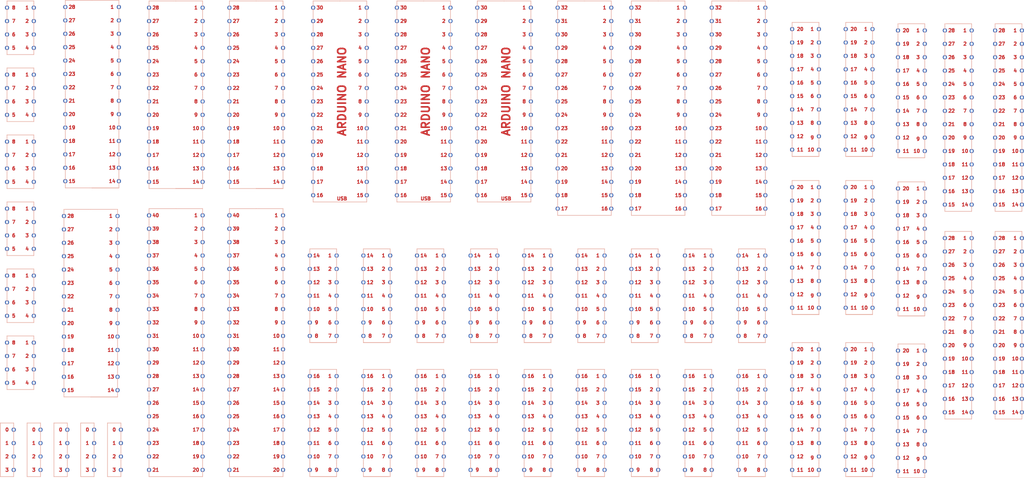
<source format=kicad_pcb>
(kicad_pcb (version 20211014) (generator pcbnew)
  (layers (0 "F.Cu" signal) (31 "B.Cu" signal) (34 "B.Paste" user) (35 "F.Paste" user) (36 "B.SilkS" user "B.Silkscreen") (37 "F.SilkS" user "F.Silkscreen") (38 "B.Mask" user) (39 "F.Mask" user) (44 "Edge.Cuts" user))
  (net 0 "")
  (gr_line (start 143.764 102.87) (end 143.764 104.14) (layer "B.SilkS") (width 0.12))
  (gr_line (start 143.764 119.38) (end 143.764 120.65) (layer "B.SilkS") (width 0.12))
  (gr_line (start 143.764 120.65) (end 148.844 120.65) (layer "B.SilkS") (width 0.12))
  (gr_line (start 148.844 119.38) (end 148.844 120.65) (layer "B.SilkS") (width 0.12))
  (gr_line (start 143.764 127) (end 143.764 142.24) (layer "B.SilkS") (width 0.12))
  (gr_line (start 143.764 146.05) (end 148.844 146.05) (layer "B.SilkS") (width 0.12))
  (gr_line (start 148.844 142.24) (end 148.844 125.73) (layer "B.SilkS") (width 0.12))
  (gr_line (start 148.844 125.73) (end 143.764 125.73) (layer "B.SilkS") (width 0.12))
  (gr_line (start 143.764 125.73) (end 143.764 127) (layer "B.SilkS") (width 0.12))
  (gr_line (start 143.764 142.24) (end 143.764 143.51) (layer "B.SilkS") (width 0.12))
  (gr_line (start 143.764 146.05) (end 148.844 146.05) (layer "B.SilkS") (width 0.12))
  (gr_line (start 148.844 142.24) (end 148.844 143.51) (layer "B.SilkS") (width 0.12))
  (gr_line (start 148.844 143.51) (end 148.844 146.05) (layer "B.SilkS") (width 0.12))
  (gr_line (start 143.764 143.51) (end 143.764 146.05) (layer "B.SilkS") (width 0.12))
  (gr_line (start 189.484 143.51) (end 189.484 146.05) (layer "B.SilkS") (width 0.12))
  (gr_line (start 184.404 143.51) (end 184.404 146.05) (layer "B.SilkS") (width 0.12))
  (gr_line (start 184.404 127) (end 184.404 142.24) (layer "B.SilkS") (width 0.12))
  (gr_line (start 184.404 146.05) (end 189.484 146.05) (layer "B.SilkS") (width 0.12))
  (gr_line (start 189.484 142.24) (end 189.484 125.73) (layer "B.SilkS") (width 0.12))
  (gr_line (start 189.484 125.73) (end 184.404 125.73) (layer "B.SilkS") (width 0.12))
  (gr_line (start 184.404 125.73) (end 184.404 127) (layer "B.SilkS") (width 0.12))
  (gr_line (start 184.404 142.24) (end 184.404 143.51) (layer "B.SilkS") (width 0.12))
  (gr_line (start 184.404 146.05) (end 189.484 146.05) (layer "B.SilkS") (width 0.12))
  (gr_line (start 189.484 142.24) (end 189.484 143.51) (layer "B.SilkS") (width 0.12))
  (gr_line (start 209.804 143.51) (end 209.804 146.05) (layer "B.SilkS") (width 0.12))
  (gr_line (start 199.644 143.51) (end 199.644 146.05) (layer "B.SilkS") (width 0.12))
  (gr_line (start 194.564 143.51) (end 194.564 146.05) (layer "B.SilkS") (width 0.12))
  (gr_line (start 204.724 143.51) (end 204.724 146.05) (layer "B.SilkS") (width 0.12))
  (gr_line (start 204.724 127) (end 204.724 142.24) (layer "B.SilkS") (width 0.12))
  (gr_line (start 204.724 146.05) (end 209.804 146.05) (layer "B.SilkS") (width 0.12))
  (gr_line (start 209.804 142.24) (end 209.804 125.73) (layer "B.SilkS") (width 0.12))
  (gr_line (start 209.804 125.73) (end 204.724 125.73) (layer "B.SilkS") (width 0.12))
  (gr_line (start 204.724 125.73) (end 204.724 127) (layer "B.SilkS") (width 0.12))
  (gr_line (start 204.724 142.24) (end 204.724 143.51) (layer "B.SilkS") (width 0.12))
  (gr_line (start 204.724 146.05) (end 209.804 146.05) (layer "B.SilkS") (width 0.12))
  (gr_line (start 209.804 142.24) (end 209.804 143.51) (layer "B.SilkS") (width 0.12))
  (gr_line (start 219.964 143.51) (end 219.964 146.05) (layer "B.SilkS") (width 0.12))
  (gr_line (start 214.884 143.51) (end 214.884 146.05) (layer "B.SilkS") (width 0.12))
  (gr_line (start 194.564 127) (end 194.564 142.24) (layer "B.SilkS") (width 0.12))
  (gr_line (start 194.564 146.05) (end 199.644 146.05) (layer "B.SilkS") (width 0.12))
  (gr_line (start 199.644 142.24) (end 199.644 125.73) (layer "B.SilkS") (width 0.12))
  (gr_line (start 199.644 125.73) (end 194.564 125.73) (layer "B.SilkS") (width 0.12))
  (gr_line (start 194.564 125.73) (end 194.564 127) (layer "B.SilkS") (width 0.12))
  (gr_line (start 194.564 142.24) (end 194.564 143.51) (layer "B.SilkS") (width 0.12))
  (gr_line (start 194.564 146.05) (end 199.644 146.05) (layer "B.SilkS") (width 0.12))
  (gr_line (start 199.644 142.24) (end 199.644 143.51) (layer "B.SilkS") (width 0.12))
  (gr_line (start 214.884 127) (end 214.884 142.24) (layer "B.SilkS") (width 0.12))
  (gr_line (start 214.884 146.05) (end 219.964 146.05) (layer "B.SilkS") (width 0.12))
  (gr_line (start 219.964 142.24) (end 219.964 125.73) (layer "B.SilkS") (width 0.12))
  (gr_line (start 219.964 125.73) (end 214.884 125.73) (layer "B.SilkS") (width 0.12))
  (gr_line (start 214.884 125.73) (end 214.884 127) (layer "B.SilkS") (width 0.12))
  (gr_line (start 214.884 142.24) (end 214.884 143.51) (layer "B.SilkS") (width 0.12))
  (gr_line (start 214.884 146.05) (end 219.964 146.05) (layer "B.SilkS") (width 0.12))
  (gr_line (start 219.964 142.24) (end 219.964 143.51) (layer "B.SilkS") (width 0.12))
  (gr_line (start 230.124 143.51) (end 230.124 146.05) (layer "B.SilkS") (width 0.12))
  (gr_line (start 225.044 143.51) (end 225.044 146.05) (layer "B.SilkS") (width 0.12))
  (gr_line (start 225.044 127) (end 225.044 142.24) (layer "B.SilkS") (width 0.12))
  (gr_line (start 225.044 146.05) (end 230.124 146.05) (layer "B.SilkS") (width 0.12))
  (gr_line (start 230.124 142.24) (end 230.124 125.73) (layer "B.SilkS") (width 0.12))
  (gr_line (start 230.124 125.73) (end 225.044 125.73) (layer "B.SilkS") (width 0.12))
  (gr_line (start 225.044 125.73) (end 225.044 127) (layer "B.SilkS") (width 0.12))
  (gr_line (start 225.044 142.24) (end 225.044 143.51) (layer "B.SilkS") (width 0.12))
  (gr_line (start 225.044 146.05) (end 230.124 146.05) (layer "B.SilkS") (width 0.12))
  (gr_line (start 230.124 142.24) (end 230.124 143.51) (layer "B.SilkS") (width 0.12))
  (gr_line (start 240.284 143.51) (end 240.284 146.05) (layer "B.SilkS") (width 0.12))
  (gr_line (start 235.204 143.51) (end 235.204 146.05) (layer "B.SilkS") (width 0.12))
  (gr_line (start 235.204 127) (end 235.204 142.24) (layer "B.SilkS") (width 0.12))
  (gr_line (start 235.204 146.05) (end 240.284 146.05) (layer "B.SilkS") (width 0.12))
  (gr_line (start 240.284 142.24) (end 240.284 120.65) (layer "B.SilkS") (width 0.12))
  (gr_line (start 240.284 120.65) (end 235.204 120.65) (layer "B.SilkS") (width 0.12))
  (gr_line (start 235.204 120.65) (end 235.204 127) (layer "B.SilkS") (width 0.12))
  (gr_line (start 235.204 142.24) (end 235.204 143.51) (layer "B.SilkS") (width 0.12))
  (gr_line (start 235.204 146.05) (end 240.284 146.05) (layer "B.SilkS") (width 0.12))
  (gr_line (start 240.284 142.24) (end 240.284 143.51) (layer "B.SilkS") (width 0.12))
  (gr_line (start 190.754 74.93) (end 190.754 90.17) (layer "B.SilkS") (width 0.12))
  (gr_line (start 133.604 91.44) (end 138.684 91.44) (layer "B.SilkS") (width 0.12))
  (gr_line (start 200.914 90.17) (end 200.914 73.66) (layer "B.SilkS") (width 0.12))
  (gr_line (start 190.754 73.66) (end 190.754 74.93) (layer "B.SilkS") (width 0.12))
  (gr_line (start 190.754 90.17) (end 190.754 91.44) (layer "B.SilkS") (width 0.12))
  (gr_line (start 133.604 91.44) (end 138.684 91.44) (layer "B.SilkS") (width 0.12))
  (gr_line (start 200.914 90.17) (end 200.914 91.44) (layer "B.SilkS") (width 0.12))
  (gr_line (start 190.754 57.15) (end 190.754 72.39) (layer "B.SilkS") (width 0.12))
  (gr_line (start 200.914 72.39) (end 200.914 55.88) (layer "B.SilkS") (width 0.12))
  (gr_line (start 200.914 55.88) (end 195.834 55.88) (layer "B.SilkS") (width 0.12))
  (gr_line (start 190.754 55.88) (end 190.754 57.15) (layer "B.SilkS") (width 0.12))
  (gr_line (start 190.754 72.39) (end 190.754 73.66) (layer "B.SilkS") (width 0.12))
  (gr_line (start 200.914 72.39) (end 200.914 73.66) (layer "B.SilkS") (width 0.12))
  (gr_line (start 190.754 55.88) (end 195.834 55.88) (layer "B.SilkS") (width 0.12))
  (gr_line (start 133.604 91.44) (end 128.524 91.44) (layer "B.SilkS") (width 0.12))
  (gr_line (start 190.754 96.52) (end 190.754 91.44) (layer "B.SilkS") (width 0.12))
  (gr_line (start 138.684 130.81) (end 138.684 135.89) (layer "B.SilkS") (width 0.12))
  (gr_line (start 128.524 114.3) (end 128.524 129.54) (layer "B.SilkS") (width 0.12))
  (gr_line (start 138.684 129.54) (end 138.684 113.03) (layer "B.SilkS") (width 0.12))
  (gr_line (start 128.524 113.03) (end 128.524 114.3) (layer "B.SilkS") (width 0.12))
  (gr_line (start 128.524 129.54) (end 128.524 130.81) (layer "B.SilkS") (width 0.12))
  (gr_line (start 138.684 129.54) (end 138.684 130.81) (layer "B.SilkS") (width 0.12))
  (gr_line (start 128.524 96.52) (end 128.524 111.76) (layer "B.SilkS") (width 0.12))
  (gr_line (start 138.684 111.76) (end 138.684 95.25) (layer "B.SilkS") (width 0.12))
  (gr_line (start 138.684 95.25) (end 133.604 95.25) (layer "B.SilkS") (width 0.12))
  (gr_line (start 128.524 95.25) (end 128.524 96.52) (layer "B.SilkS") (width 0.12))
  (gr_line (start 128.524 111.76) (end 128.524 113.03) (layer "B.SilkS") (width 0.12))
  (gr_line (start 138.684 111.76) (end 138.684 113.03) (layer "B.SilkS") (width 0.12))
  (gr_line (start 128.524 95.25) (end 133.604 95.25) (layer "B.SilkS") (width 0.12))
  (gr_line (start 138.684 146.05) (end 128.524 146.05) (layer "B.SilkS") (width 0.12))
  (gr_line (start 128.524 135.89) (end 128.524 130.81) (layer "B.SilkS") (width 0.12))
  (gr_line (start 128.524 135.89) (end 128.524 146.05) (layer "B.SilkS") (width 0.12))
  (gr_line (start 138.684 135.89) (end 138.684 146.05) (layer "B.SilkS") (width 0.12))
  (gr_line (start 113.284 135.89) (end 113.284 146.05) (layer "B.SilkS") (width 0.12))
  (gr_line (start 123.444 130.81) (end 123.444 135.89) (layer "B.SilkS") (width 0.12))
  (gr_line (start 113.284 114.3) (end 113.284 129.54) (layer "B.SilkS") (width 0.12))
  (gr_line (start 123.444 129.54) (end 123.444 113.03) (layer "B.SilkS") (width 0.12))
  (gr_line (start 113.284 113.03) (end 113.284 114.3) (layer "B.SilkS") (width 0.12))
  (gr_line (start 113.284 129.54) (end 113.284 130.81) (layer "B.SilkS") (width 0.12))
  (gr_line (start 123.444 129.54) (end 123.444 130.81) (layer "B.SilkS") (width 0.12))
  (gr_line (start 113.284 96.52) (end 113.284 111.76) (layer "B.SilkS") (width 0.12))
  (gr_line (start 123.444 111.76) (end 123.444 95.25) (layer "B.SilkS") (width 0.12))
  (gr_line (start 123.444 95.25) (end 118.364 95.25) (layer "B.SilkS") (width 0.12))
  (gr_line (start 113.284 95.25) (end 113.284 96.52) (layer "B.SilkS") (width 0.12))
  (gr_line (start 113.284 111.76) (end 113.284 113.03) (layer "B.SilkS") (width 0.12))
  (gr_line (start 123.444 111.76) (end 123.444 113.03) (layer "B.SilkS") (width 0.12))
  (gr_line (start 113.284 95.25) (end 118.364 95.25) (layer "B.SilkS") (width 0.12))
  (gr_line (start 123.444 146.05) (end 113.284 146.05) (layer "B.SilkS") (width 0.12))
  (gr_line (start 113.284 135.89) (end 113.284 130.81) (layer "B.SilkS") (width 0.12))
  (gr_line (start 123.444 135.89) (end 123.444 146.05) (layer "B.SilkS") (width 0.12))
  (gr_line (start 240.284 81.534) (end 240.284 82.804) (layer "B.SilkS") (width 0.12))
  (gr_line (start 235.204 85.344) (end 240.284 85.344) (layer "B.SilkS") (width 0.12))
  (gr_line (start 235.204 81.534) (end 235.204 82.804) (layer "B.SilkS") (width 0.12))
  (gr_line (start 235.204 59.944) (end 235.204 66.294) (layer "B.SilkS") (width 0.12))
  (gr_line (start 240.284 59.944) (end 235.204 59.944) (layer "B.SilkS") (width 0.12))
  (gr_line (start 240.284 81.534) (end 240.284 59.944) (layer "B.SilkS") (width 0.12))
  (gr_line (start 235.204 85.344) (end 240.284 85.344) (layer "B.SilkS") (width 0.12))
  (gr_line (start 235.204 66.294) (end 235.204 81.534) (layer "B.SilkS") (width 0.12))
  (gr_line (start 235.204 82.804) (end 235.204 85.344) (layer "B.SilkS") (width 0.12))
  (gr_line (start 240.284 82.804) (end 240.284 85.344) (layer "B.SilkS") (width 0.12))
  (gr_line (start 250.444 142.24) (end 250.444 143.51) (layer "B.SilkS") (width 0.12))
  (gr_line (start 245.364 146.05) (end 250.444 146.05) (layer "B.SilkS") (width 0.12))
  (gr_line (start 245.364 142.24) (end 245.364 143.51) (layer "B.SilkS") (width 0.12))
  (gr_line (start 250.444 111.506) (end 250.444 112.776) (layer "B.SilkS") (width 0.12))
  (gr_line (start 245.364 115.316) (end 250.444 115.316) (layer "B.SilkS") (width 0.12))
  (gr_line (start 245.364 111.506) (end 245.364 112.776) (layer "B.SilkS") (width 0.12))
  (gr_line (start 245.364 89.916) (end 245.364 96.266) (layer "B.SilkS") (width 0.12))
  (gr_line (start 250.444 89.916) (end 245.364 89.916) (layer "B.SilkS") (width 0.12))
  (gr_line (start 250.444 111.506) (end 250.444 89.916) (layer "B.SilkS") (width 0.12))
  (gr_line (start 245.364 115.316) (end 250.444 115.316) (layer "B.SilkS") (width 0.12))
  (gr_line (start 245.364 96.266) (end 245.364 111.506) (layer "B.SilkS") (width 0.12))
  (gr_line (start 245.364 112.776) (end 245.364 115.316) (layer "B.SilkS") (width 0.12))
  (gr_line (start 250.444 112.776) (end 250.444 115.316) (layer "B.SilkS") (width 0.12))
  (gr_line (start 250.444 81.534) (end 250.444 82.804) (layer "B.SilkS") (width 0.12))
  (gr_line (start 245.364 85.344) (end 250.444 85.344) (layer "B.SilkS") (width 0.12))
  (gr_line (start 245.364 81.534) (end 245.364 82.804) (layer "B.SilkS") (width 0.12))
  (gr_line (start 245.364 59.944) (end 245.364 66.294) (layer "B.SilkS") (width 0.12))
  (gr_line (start 250.444 59.944) (end 245.364 59.944) (layer "B.SilkS") (width 0.12))
  (gr_line (start 250.444 81.534) (end 250.444 59.944) (layer "B.SilkS") (width 0.12))
  (gr_line (start 245.364 85.344) (end 250.444 85.344) (layer "B.SilkS") (width 0.12))
  (gr_line (start 245.364 66.294) (end 245.364 81.534) (layer "B.SilkS") (width 0.12))
  (gr_line (start 245.364 82.804) (end 245.364 85.344) (layer "B.SilkS") (width 0.12))
  (gr_line (start 250.444 82.804) (end 250.444 85.344) (layer "B.SilkS") (width 0.12))
  (gr_line (start 245.364 120.65) (end 245.364 127) (layer "B.SilkS") (width 0.12))
  (gr_line (start 250.444 120.65) (end 245.364 120.65) (layer "B.SilkS") (width 0.12))
  (gr_line (start 250.444 142.24) (end 250.444 120.65) (layer "B.SilkS") (width 0.12))
  (gr_line (start 245.364 146.05) (end 250.444 146.05) (layer "B.SilkS") (width 0.12))
  (gr_line (start 245.364 127) (end 245.364 142.24) (layer "B.SilkS") (width 0.12))
  (gr_line (start 245.364 143.51) (end 245.364 146.05) (layer "B.SilkS") (width 0.12))
  (gr_line (start 250.444 143.51) (end 250.444 146.05) (layer "B.SilkS") (width 0.12))
  (gr_line (start 260.35 142.494) (end 260.35 143.764) (layer "B.SilkS") (width 0.12))
  (gr_line (start 255.27 146.304) (end 260.35 146.304) (layer "B.SilkS") (width 0.12))
  (gr_line (start 255.27 142.494) (end 255.27 143.764) (layer "B.SilkS") (width 0.12))
  (gr_line (start 260.35 111.76) (end 260.35 113.03) (layer "B.SilkS") (width 0.12))
  (gr_line (start 255.27 115.57) (end 260.35 115.57) (layer "B.SilkS") (width 0.12))
  (gr_line (start 255.27 111.76) (end 255.27 113.03) (layer "B.SilkS") (width 0.12))
  (gr_line (start 255.27 90.17) (end 255.27 96.52) (layer "B.SilkS") (width 0.12))
  (gr_line (start 260.35 90.17) (end 255.27 90.17) (layer "B.SilkS") (width 0.12))
  (gr_line (start 260.35 111.76) (end 260.35 90.17) (layer "B.SilkS") (width 0.12))
  (gr_line (start 255.27 115.57) (end 260.35 115.57) (layer "B.SilkS") (width 0.12))
  (gr_line (start 255.27 96.52) (end 255.27 111.76) (layer "B.SilkS") (width 0.12))
  (gr_line (start 255.27 113.03) (end 255.27 115.57) (layer "B.SilkS") (width 0.12))
  (gr_line (start 260.35 113.03) (end 260.35 115.57) (layer "B.SilkS") (width 0.12))
  (gr_line (start 260.35 81.788) (end 260.35 83.058) (layer "B.SilkS") (width 0.12))
  (gr_line (start 255.27 85.598) (end 260.35 85.598) (layer "B.SilkS") (width 0.12))
  (gr_line (start 255.27 81.788) (end 255.27 83.058) (layer "B.SilkS") (width 0.12))
  (gr_line (start 255.27 60.198) (end 255.27 66.548) (layer "B.SilkS") (width 0.12))
  (gr_line (start 260.35 60.198) (end 255.27 60.198) (layer "B.SilkS") (width 0.12))
  (gr_line (start 260.35 81.788) (end 260.35 60.198) (layer "B.SilkS") (width 0.12))
  (gr_line (start 255.27 85.598) (end 260.35 85.598) (layer "B.SilkS") (width 0.12))
  (gr_line (start 255.27 66.548) (end 255.27 81.788) (layer "B.SilkS") (width 0.12))
  (gr_line (start 255.27 83.058) (end 255.27 85.598) (layer "B.SilkS") (width 0.12))
  (gr_line (start 260.35 83.058) (end 260.35 85.598) (layer "B.SilkS") (width 0.12))
  (gr_line (start 255.27 120.904) (end 255.27 127.254) (layer "B.SilkS") (width 0.12))
  (gr_line (start 260.35 120.904) (end 255.27 120.904) (layer "B.SilkS") (width 0.12))
  (gr_line (start 260.35 142.494) (end 260.35 120.904) (layer "B.SilkS") (width 0.12))
  (gr_line (start 255.27 146.304) (end 260.35 146.304) (layer "B.SilkS") (width 0.12))
  (gr_line (start 255.27 127.254) (end 255.27 142.494) (layer "B.SilkS") (width 0.12))
  (gr_line (start 255.27 143.764) (end 255.27 146.304) (layer "B.SilkS") (width 0.12))
  (gr_line (start 260.35 143.764) (end 260.35 146.304) (layer "B.SilkS") (width 0.12))
  (gr_line (start 175.514 93.98) (end 175.514 91.44) (layer "B.SilkS") (width 0.12))
  (gr_line (start 185.674 93.98) (end 175.514 93.98) (layer "B.SilkS") (width 0.12))
  (gr_line (start 175.514 55.88) (end 180.594 55.88) (layer "B.SilkS") (width 0.12))
  (gr_line (start 185.674 72.39) (end 185.674 73.66) (layer "B.SilkS") (width 0.12))
  (gr_line (start 175.514 72.39) (end 175.514 73.66) (layer "B.SilkS") (width 0.12))
  (gr_line (start 175.514 55.88) (end 175.514 57.15) (layer "B.SilkS") (width 0.12))
  (gr_line (start 185.674 55.88) (end 180.594 55.88) (layer "B.SilkS") (width 0.12))
  (gr_line (start 185.674 72.39) (end 185.674 55.88) (layer "B.SilkS") (width 0.12))
  (gr_line (start 175.514 57.15) (end 175.514 72.39) (layer "B.SilkS") (width 0.12))
  (gr_line (start 185.674 90.17) (end 185.674 91.44) (layer "B.SilkS") (width 0.12))
  (gr_line (start 175.514 90.17) (end 175.514 91.44) (layer "B.SilkS") (width 0.12))
  (gr_line (start 175.514 73.66) (end 175.514 74.93) (layer "B.SilkS") (width 0.12))
  (gr_line (start 185.674 90.17) (end 185.674 73.66) (layer "B.SilkS") (width 0.12))
  (gr_line (start 175.514 74.93) (end 175.514 90.17) (layer "B.SilkS") (width 0.12))
  (gr_line (start 185.674 91.44) (end 185.674 93.98) (layer "B.SilkS") (width 0.12))
  (gr_line (start 170.434 93.98) (end 160.274 93.98) (layer "B.SilkS") (width 0.12))
  (gr_line (start 160.274 93.98) (end 160.274 91.44) (layer "B.SilkS") (width 0.12))
  (gr_line (start 160.274 55.88) (end 165.354 55.88) (layer "B.SilkS") (width 0.12))
  (gr_line (start 170.434 72.39) (end 170.434 73.66) (layer "B.SilkS") (width 0.12))
  (gr_line (start 160.274 72.39) (end 160.274 73.66) (layer "B.SilkS") (width 0.12))
  (gr_line (start 160.274 55.88) (end 160.274 57.15) (layer "B.SilkS") (width 0.12))
  (gr_line (start 170.434 55.88) (end 165.354 55.88) (layer "B.SilkS") (width 0.12))
  (gr_line (start 170.434 72.39) (end 170.434 55.88) (layer "B.SilkS") (width 0.12))
  (gr_line (start 160.274 57.15) (end 160.274 72.39) (layer "B.SilkS") (width 0.12))
  (gr_line (start 170.434 90.17) (end 170.434 91.44) (layer "B.SilkS") (width 0.12))
  (gr_line (start 160.274 90.17) (end 160.274 91.44) (layer "B.SilkS") (width 0.12))
  (gr_line (start 160.274 73.66) (end 160.274 74.93) (layer "B.SilkS") (width 0.12))
  (gr_line (start 170.434 90.17) (end 170.434 73.66) (layer "B.SilkS") (width 0.12))
  (gr_line (start 160.274 74.93) (end 160.274 90.17) (layer "B.SilkS") (width 0.12))
  (gr_line (start 170.434 91.44) (end 170.434 93.98) (layer "B.SilkS") (width 0.12))
  (gr_line (start 154.559 91.44) (end 154.559 93.98) (layer "B.SilkS") (width 0.12))
  (gr_line (start 154.559 93.98) (end 144.399 93.98) (layer "B.SilkS") (width 0.12))
  (gr_line (start 144.399 93.98) (end 144.399 91.44) (layer "B.SilkS") (width 0.12))
  (gr_line (start 144.399 55.88) (end 149.479 55.88) (layer "B.SilkS") (width 0.12))
  (gr_line (start 154.559 72.39) (end 154.559 73.66) (layer "B.SilkS") (width 0.12))
  (gr_line (start 144.399 72.39) (end 144.399 73.66) (layer "B.SilkS") (width 0.12))
  (gr_line (start 144.399 55.88) (end 144.399 57.15) (layer "B.SilkS") (width 0.12))
  (gr_line (start 154.559 55.88) (end 149.479 55.88) (layer "B.SilkS") (width 0.12))
  (gr_line (start 154.559 72.39) (end 154.559 55.88) (layer "B.SilkS") (width 0.12))
  (gr_line (start 144.399 57.15) (end 144.399 72.39) (layer "B.SilkS") (width 0.12))
  (gr_line (start 154.559 90.17) (end 154.559 91.44) (layer "B.SilkS") (width 0.12))
  (gr_line (start 144.399 90.17) (end 144.399 91.44) (layer "B.SilkS") (width 0.12))
  (gr_line (start 144.399 73.66) (end 144.399 74.93) (layer "B.SilkS") (width 0.12))
  (gr_line (start 154.559 90.17) (end 154.559 73.66) (layer "B.SilkS") (width 0.12))
  (gr_line (start 144.399 74.93) (end 144.399 90.17) (layer "B.SilkS") (width 0.12))
  (gr_line (start 118.364 91.44) (end 113.284 91.44) (layer "B.SilkS") (width 0.12))
  (gr_line (start 113.284 55.88) (end 118.364 55.88) (layer "B.SilkS") (width 0.12))
  (gr_line (start 123.444 72.39) (end 123.444 73.66) (layer "B.SilkS") (width 0.12))
  (gr_line (start 113.284 72.39) (end 113.284 73.66) (layer "B.SilkS") (width 0.12))
  (gr_line (start 113.284 55.88) (end 113.284 57.15) (layer "B.SilkS") (width 0.12))
  (gr_line (start 123.444 55.88) (end 118.364 55.88) (layer "B.SilkS") (width 0.12))
  (gr_line (start 123.444 72.39) (end 123.444 55.88) (layer "B.SilkS") (width 0.12))
  (gr_line (start 113.284 57.15) (end 113.284 72.39) (layer "B.SilkS") (width 0.12))
  (gr_line (start 123.444 90.17) (end 123.444 91.44) (layer "B.SilkS") (width 0.12))
  (gr_line (start 118.364 91.44) (end 123.444 91.44) (layer "B.SilkS") (width 0.12))
  (gr_line (start 113.284 90.17) (end 113.284 91.44) (layer "B.SilkS") (width 0.12))
  (gr_line (start 113.284 73.66) (end 113.284 74.93) (layer "B.SilkS") (width 0.12))
  (gr_line (start 123.444 90.17) (end 123.444 73.66) (layer "B.SilkS") (width 0.12))
  (gr_line (start 118.364 91.44) (end 123.444 91.44) (layer "B.SilkS") (width 0.12))
  (gr_line (start 113.284 74.93) (end 113.284 90.17) (layer "B.SilkS") (width 0.12))
  (gr_line (start 102.489 91.313) (end 97.409 91.313) (layer "B.SilkS") (width 0.12))
  (gr_line (start 97.409 55.753) (end 102.489 55.753) (layer "B.SilkS") (width 0.12))
  (gr_line (start 107.569 72.263) (end 107.569 73.533) (layer "B.SilkS") (width 0.12))
  (gr_line (start 97.409 72.263) (end 97.409 73.533) (layer "B.SilkS") (width 0.12))
  (gr_line (start 97.409 55.753) (end 97.409 57.023) (layer "B.SilkS") (width 0.12))
  (gr_line (start 107.569 55.753) (end 102.489 55.753) (layer "B.SilkS") (width 0.12))
  (gr_line (start 107.569 72.263) (end 107.569 55.753) (layer "B.SilkS") (width 0.12))
  (gr_line (start 97.409 57.023) (end 97.409 72.263) (layer "B.SilkS") (width 0.12))
  (gr_line (start 107.569 90.043) (end 107.569 91.313) (layer "B.SilkS") (width 0.12))
  (gr_line (start 102.489 91.313) (end 107.569 91.313) (layer "B.SilkS") (width 0.12))
  (gr_line (start 97.409 90.043) (end 97.409 91.313) (layer "B.SilkS") (width 0.12))
  (gr_line (start 97.409 73.533) (end 97.409 74.803) (layer "B.SilkS") (width 0.12))
  (gr_line (start 107.569 90.043) (end 107.569 73.533) (layer "B.SilkS") (width 0.12))
  (gr_line (start 102.489 91.313) (end 107.569 91.313) (layer "B.SilkS") (width 0.12))
  (gr_line (start 97.409 74.803) (end 97.409 90.043) (layer "B.SilkS") (width 0.12))
  (gr_line (start 264.16 79.248) (end 264.16 94.488) (layer "B.SilkS") (width 0.12))
  (gr_line (start 269.24 94.488) (end 269.24 77.978) (layer "B.SilkS") (width 0.12))
  (gr_line (start 264.16 77.978) (end 264.16 79.248) (layer "B.SilkS") (width 0.12))
  (gr_line (start 264.16 94.488) (end 264.16 95.758) (layer "B.SilkS") (width 0.12))
  (gr_line (start 269.24 94.488) (end 269.24 95.758) (layer "B.SilkS") (width 0.12))
  (gr_line (start 264.16 61.468) (end 264.16 76.708) (layer "B.SilkS") (width 0.12))
  (gr_line (start 269.24 76.708) (end 269.24 60.198) (layer "B.SilkS") (width 0.12))
  (gr_line (start 264.16 60.198) (end 264.16 61.468) (layer "B.SilkS") (width 0.12))
  (gr_line (start 264.16 76.708) (end 264.16 77.978) (layer "B.SilkS") (width 0.12))
  (gr_line (start 269.24 76.708) (end 269.24 77.978) (layer "B.SilkS") (width 0.12))
  (gr_line (start 264.16 60.198) (end 269.24 60.198) (layer "B.SilkS") (width 0.12))
  (gr_line (start 269.24 95.758) (end 264.16 95.758) (layer "B.SilkS") (width 0.12))
  (gr_line (start 278.765 95.758) (end 273.685 95.758) (layer "B.SilkS") (width 0.12))
  (gr_line (start 273.685 60.198) (end 278.765 60.198) (layer "B.SilkS") (width 0.12))
  (gr_line (start 278.765 76.708) (end 278.765 77.978) (layer "B.SilkS") (width 0.12))
  (gr_line (start 273.685 76.708) (end 273.685 77.978) (layer "B.SilkS") (width 0.12))
  (gr_line (start 273.685 60.198) (end 273.685 61.468) (layer "B.SilkS") (width 0.12))
  (gr_line (start 278.765 76.708) (end 278.765 60.198) (layer "B.SilkS") (width 0.12))
  (gr_line (start 273.685 61.468) (end 273.685 76.708) (layer "B.SilkS") (width 0.12))
  (gr_line (start 278.765 94.488) (end 278.765 95.758) (layer "B.SilkS") (width 0.12))
  (gr_line (start 273.685 94.488) (end 273.685 95.758) (layer "B.SilkS") (width 0.12))
  (gr_line (start 273.685 77.978) (end 273.685 79.248) (layer "B.SilkS") (width 0.12))
  (gr_line (start 278.765 94.488) (end 278.765 77.978) (layer "B.SilkS") (width 0.12))
  (gr_line (start 273.685 79.248) (end 273.685 94.488) (layer "B.SilkS") (width 0.12))
  (gr_line (start 269.24 135.128) (end 264.16 135.128) (layer "B.SilkS") (width 0.12))
  (gr_line (start 264.16 99.568) (end 269.24 99.568) (layer "B.SilkS") (width 0.12))
  (gr_line (start 269.24 116.078) (end 269.24 117.348) (layer "B.SilkS") (width 0.12))
  (gr_line (start 264.16 116.078) (end 264.16 117.348) (layer "B.SilkS") (width 0.12))
  (gr_line (start 264.16 99.568) (end 264.16 100.838) (layer "B.SilkS") (width 0.12))
  (gr_line (start 269.24 116.078) (end 269.24 99.568) (layer "B.SilkS") (width 0.12))
  (gr_line (start 264.16 100.838) (end 264.16 116.078) (layer "B.SilkS") (width 0.12))
  (gr_line (start 269.24 133.858) (end 269.24 135.128) (layer "B.SilkS") (width 0.12))
  (gr_line (start 264.16 133.858) (end 264.16 135.128) (layer "B.SilkS") (width 0.12))
  (gr_line (start 264.16 117.348) (end 264.16 118.618) (layer "B.SilkS") (width 0.12))
  (gr_line (start 269.24 133.858) (end 269.24 117.348) (layer "B.SilkS") (width 0.12))
  (gr_line (start 264.16 118.618) (end 264.16 133.858) (layer "B.SilkS") (width 0.12))
  (gr_line (start 278.765 135.128) (end 273.685 135.128) (layer "B.SilkS") (width 0.12))
  (gr_line (start 273.685 99.568) (end 278.765 99.568) (layer "B.SilkS") (width 0.12))
  (gr_line (start 278.765 116.078) (end 278.765 117.348) (layer "B.SilkS") (width 0.12))
  (gr_line (start 273.685 116.078) (end 273.685 117.348) (layer "B.SilkS") (width 0.12))
  (gr_line (start 273.685 99.568) (end 273.685 100.838) (layer "B.SilkS") (width 0.12))
  (gr_line (start 278.765 116.078) (end 278.765 99.568) (layer "B.SilkS") (width 0.12))
  (gr_line (start 273.685 100.838) (end 273.685 116.078) (layer "B.SilkS") (width 0.12))
  (gr_line (start 278.765 133.858) (end 278.765 135.128) (layer "B.SilkS") (width 0.12))
  (gr_line (start 273.685 133.858) (end 273.685 135.128) (layer "B.SilkS") (width 0.12))
  (gr_line (start 273.685 117.348) (end 273.685 118.618) (layer "B.SilkS") (width 0.12))
  (gr_line (start 278.765 133.858) (end 278.765 117.348) (layer "B.SilkS") (width 0.12))
  (gr_line (start 273.685 118.618) (end 273.685 133.858) (layer "B.SilkS") (width 0.12))
  (gr_line (start 230.124 55.88) (end 225.044 55.88) (layer "B.SilkS") (width 0.12))
  (gr_line (start 87.63 146.05) (end 87.63 135.89) (layer "B.SilkS") (width 0.12))
  (gr_line (start 214.884 120.65) (end 219.964 120.65) (layer "B.SilkS") (width 0.12))
  (gr_line (start 164.084 119.38) (end 164.084 120.65) (layer "B.SilkS") (width 0.12))
  (gr_line (start 179.324 142.24) (end 179.324 143.51) (layer "B.SilkS") (width 0.12))
  (gr_line (start 97.79 135.89) (end 95.25 135.89) (layer "B.SilkS") (width 0.12))
  (gr_line (start 179.324 142.24) (end 179.324 125.73) (layer "B.SilkS") (width 0.12))
  (gr_line (start 240.284 111.506) (end 240.284 112.776) (layer "B.SilkS") (width 0.12))
  (gr_line (start 128.524 57.15) (end 128.524 72.39) (layer "B.SilkS") (width 0.12))
  (gr_line (start 174.244 142.24) (end 174.244 143.51) (layer "B.SilkS") (width 0.12))
  (gr_line (start 214.884 91.44) (end 214.884 96.52) (layer "B.SilkS") (width 0.12))
  (gr_line (start 219.964 55.88) (end 219.964 57.15) (layer "B.SilkS") (width 0.12))
  (gr_line (start 86.36 93.98) (end 86.36 95.25) (layer "B.SilkS") (width 0.12))
  (gr_line (start 159.004 143.51) (end 159.004 146.05) (layer "B.SilkS") (width 0.12))
  (gr_line (start 204.724 119.38) (end 204.724 120.65) (layer "B.SilkS") (width 0.12))
  (gr_line (start 235.204 111.506) (end 235.204 112.776) (layer "B.SilkS") (width 0.12))
  (gr_line (start 86.36 81.28) (end 86.36 82.55) (layer "B.SilkS") (width 0.12))
  (gr_line (start 209.804 119.38) (end 209.804 102.87) (layer "B.SilkS") (width 0.12))
  (gr_line (start 214.884 104.14) (end 214.884 119.38) (layer "B.SilkS") (width 0.12))
  (gr_line (start 184.404 120.65) (end 189.484 120.65) (layer "B.SilkS") (width 0.12))
  (gr_line (start 86.36 119.38) (end 86.36 120.65) (layer "B.SilkS") (width 0.12))
  (gr_line (start 199.644 119.38) (end 199.644 102.87) (layer "B.SilkS") (width 0.12))
  (gr_line (start 159.004 142.24) (end 159.004 143.51) (layer "B.SilkS") (width 0.12))
  (gr_line (start 153.924 104.14) (end 153.924 119.38) (layer "B.SilkS") (width 0.12))
  (gr_line (start 153.924 143.51) (end 153.924 146.05) (layer "B.SilkS") (width 0.12))
  (gr_line (start 225.044 104.14) (end 225.044 119.38) (layer "B.SilkS") (width 0.12))
  (gr_line (start 159.004 125.73) (end 153.924 125.73) (layer "B.SilkS") (width 0.12))
  (gr_line (start 204.724 120.65) (end 209.804 120.65) (layer "B.SilkS") (width 0.12))
  (gr_line (start 159.004 142.24) (end 159.004 125.73) (layer "B.SilkS") (width 0.12))
  (gr_line (start 230.124 119.38) (end 230.124 120.65) (layer "B.SilkS") (width 0.12))
  (gr_line (start 86.36 129.54) (end 91.44 129.54) (layer "B.SilkS") (width 0.12))
  (gr_line (start 219.964 90.17) (end 219.964 91.44) (layer "B.SilkS") (width 0.12))
  (gr_line (start 138.684 90.17) (end 138.684 73.66) (layer "B.SilkS") (width 0.12))
  (gr_line (start 214.884 55.88) (end 209.804 55.88) (layer "B.SilkS") (width 0.12))
  (gr_line (start 219.964 73.66) (end 219.964 74.93) (layer "B.SilkS") (width 0.12))
  (gr_line (start 194.564 120.65) (end 199.644 120.65) (layer "B.SilkS") (width 0.12))
  (gr_line (start 138.684 72.39) (end 138.684 73.66) (layer "B.SilkS") (width 0.12))
  (gr_line (start 189.484 119.38) (end 189.484 102.87) (layer "B.SilkS") (width 0.12))
  (gr_line (start 169.164 142.24) (end 169.164 125.73) (layer "B.SilkS") (width 0.12))
  (gr_line (start 148.844 102.87) (end 143.764 102.87) (layer "B.SilkS") (width 0.12))
  (gr_line (start 174.244 125.73) (end 174.244 127) (layer "B.SilkS") (width 0.12))
  (gr_line (start 159.004 102.87) (end 153.924 102.87) (layer "B.SilkS") (width 0.12))
  (gr_line (start 102.87 135.89) (end 100.33 135.89) (layer "B.SilkS") (width 0.12))
  (gr_line (start 174.244 127) (end 174.244 142.24) (layer "B.SilkS") (width 0.12))
  (gr_line (start 164.084 120.65) (end 169.164 120.65) (layer "B.SilkS") (width 0.12))
  (gr_line (start 97.155 113.157) (end 97.155 114.427) (layer "B.SilkS") (width 0.12))
  (gr_line (start 225.044 120.65) (end 230.124 120.65) (layer "B.SilkS") (width 0.12))
  (gr_line (start 174.244 104.14) (end 174.244 119.38) (layer "B.SilkS") (width 0.12))
  (gr_line (start 200.914 96.52) (end 190.754 96.52) (layer "B.SilkS") (width 0.12))
  (gr_line (start 153.924 120.65) (end 159.004 120.65) (layer "B.SilkS") (width 0.12))
  (gr_line (start 184.404 120.65) (end 189.484 120.65) (layer "B.SilkS") (width 0.12))
  (gr_line (start 235.204 115.316) (end 240.284 115.316) (layer "B.SilkS") (width 0.12))
  (gr_line (start 214.884 96.52) (end 204.724 96.52) (layer "B.SilkS") (width 0.12))
  (gr_line (start 219.964 72.39) (end 219.964 73.66) (layer "B.SilkS") (width 0.12))
  (gr_line (start 219.964 96.52) (end 219.964 91.44) (layer "B.SilkS") (width 0.12))
  (gr_line (start 225.044 120.65) (end 230.124 120.65) (layer "B.SilkS") (width 0.12))
  (gr_line (start 86.36 55.88) (end 86.36 57.15) (layer "B.SilkS") (width 0.12))
  (gr_line (start 153.924 127) (end 153.924 142.24) (layer "B.SilkS") (width 0.12))
  (gr_line (start 153.924 120.65) (end 159.004 120.65) (layer "B.SilkS") (width 0.12))
  (gr_line (start 240.284 89.916) (end 235.204 89.916) (layer "B.SilkS") (width 0.12))
  (gr_line (start 169.164 102.87) (end 164.084 102.87) (layer "B.SilkS") (width 0.12))
  (gr_line (start 91.44 81.28) (end 86.36 81.28) (layer "B.SilkS") (width 0.12))
  (gr_line (start 199.644 102.87) (end 194.564 102.87) (layer "B.SilkS") (width 0.12))
  (gr_line (start 204.724 102.87) (end 204.724 104.14) (layer "B.SilkS") (width 0.12))
  (gr_line (start 153.924 142.24) (end 153.924 143.51) (layer "B.SilkS") (width 0.12))
  (gr_line (start 164.084 120.65) (end 169.164 120.65) (layer "B.SilkS") (width 0.12))
  (gr_line (start 91.44 119.38) (end 86.36 119.38) (layer "B.SilkS") (width 0.12))
  (gr_line (start 189.484 102.87) (end 184.404 102.87) (layer "B.SilkS") (width 0.12))
  (gr_line (start 153.924 102.87) (end 153.924 104.14) (layer "B.SilkS") (width 0.12))
  (gr_line (start 91.44 116.84) (end 91.44 106.68) (layer "B.SilkS") (width 0.12))
  (gr_line (start 148.844 119.38) (end 148.844 102.87) (layer "B.SilkS") (width 0.12))
  (gr_line (start 128.524 55.88) (end 128.524 57.15) (layer "B.SilkS") (width 0.12))
  (gr_line (start 179.324 102.87) (end 174.244 102.87) (layer "B.SilkS") (width 0.12))
  (gr_line (start 85.09 146.05) (end 85.09 135.89) (layer "B.SilkS") (width 0.12))
  (gr_line (start 204.724 104.14) (end 204.724 119.38) (layer "B.SilkS") (width 0.12))
  (gr_line (start 209.804 102.87) (end 204.724 102.87) (layer "B.SilkS") (width 0.12))
  (gr_line (start 164.084 102.87) (end 164.084 104.14) (layer "B.SilkS") (width 0.12))
  (gr_line (start 107.315 129.667) (end 107.315 130.937) (layer "B.SilkS") (width 0.12))
  (gr_line (start 204.724 120.65) (end 209.804 120.65) (layer "B.SilkS") (width 0.12))
  (gr_line (start 235.204 115.316) (end 240.284 115.316) (layer "B.SilkS") (width 0.12))
  (gr_line (start 194.564 102.87) (end 194.564 104.14) (layer "B.SilkS") (width 0.12))
  (gr_line (start 102.87 146.05) (end 102.87 135.89) (layer "B.SilkS") (width 0.12))
  (gr_line (start 107.95 146.05) (end 105.41 146.05) (layer "B.SilkS") (width 0.12))
  (gr_line (start 92.71 146.05) (end 90.17 146.05) (layer "B.SilkS") (width 0.12))
  (gr_line (start 204.724 72.39) (end 204.724 73.66) (layer "B.SilkS") (width 0.12))
  (gr_line (start 86.36 91.44) (end 91.44 91.44) (layer "B.SilkS") (width 0.12))
  (gr_line (start 86.36 107.95) (end 86.36 116.84) (layer "B.SilkS") (width 0.12))
  (gr_line (start 102.235 130.937) (end 97.155 130.937) (layer "B.SilkS") (width 0.12))
  (gr_line (start 164.084 142.24) (end 164.084 143.51) (layer "B.SilkS") (width 0.12))
  (gr_line (start 86.36 68.58) (end 86.36 69.85) (layer "B.SilkS") (width 0.12))
  (gr_line (start 164.084 104.14) (end 164.084 119.38) (layer "B.SilkS") (width 0.12))
  (gr_line (start 179.324 119.38) (end 179.324 102.87) (layer "B.SilkS") (width 0.12))
  (gr_line (start 240.284 112.776) (end 240.284 115.316) (layer "B.SilkS") (width 0.12))
  (gr_line (start 138.684 55.88) (end 133.604 55.88) (layer "B.SilkS") (width 0.12))
  (gr_line (start 86.36 78.74) (end 91.44 78.74) (layer "B.SilkS") (width 0.12))
  (gr_line (start 204.724 90.17) (end 204.724 91.44) (layer "B.SilkS") (width 0.12))
  (gr_line (start 230.124 90.17) (end 230.124 73.66) (layer "B.SilkS") (width 0.12))
  (gr_line (start 153.924 146.05) (end 159.004 146.05) (layer "B.SilkS") (width 0.12))
  (gr_line (start 86.36 57.15) (end 86.36 66.04) (layer "B.SilkS") (width 0.12))
  (gr_line (start 230.124 72.39) (end 230.124 55.88) (layer "B.SilkS") (width 0.12))
  (gr_line (start 102.87 146.05) (end 100.33 146.05) (layer "B.SilkS") (width 0.12))
  (gr_line (start 86.36 95.25) (end 86.36 104.14) (layer "B.SilkS") (width 0.12))
  (gr_line (start 184.404 102.87) (end 184.404 104.14) (layer "B.SilkS") (width 0.12))
  (gr_line (start 159.004 119.38) (end 159.004 102.87) (layer "B.SilkS") (width 0.12))
  (gr_line (start 153.924 119.38) (end 153.924 120.65) (layer "B.SilkS") (width 0.12))
  (gr_line (start 128.524 90.17) (end 128.524 91.44) (layer "B.SilkS") (width 0.12))
  (gr_line (start 97.155 96.647) (end 97.155 111.887) (layer "B.SilkS") (width 0.12))
  (gr_line (start 91.44 106.68) (end 86.36 106.68) (layer "B.SilkS") (width 0.12))
  (gr_line (start 128.524 55.88) (end 133.604 55.88) (layer "B.SilkS") (width 0.12))
  (gr_line (start 199.644 119.38) (end 199.644 120.65) (layer "B.SilkS") (width 0.12))
  (gr_line (start 194.564 119.38) (end 194.564 120.65) (layer "B.SilkS") (width 0.12))
  (gr_line (start 184.404 104.14) (end 184.404 119.38) (layer "B.SilkS") (width 0.12))
  (gr_line (start 153.924 125.73) (end 153.924 127) (layer "B.SilkS") (width 0.12))
  (gr_line (start 174.244 120.65) (end 179.324 120.65) (layer "B.SilkS") (width 0.12))
  (gr_line (start 86.36 66.04) (end 91.44 66.04) (layer "B.SilkS") (width 0.12))
  (gr_line (start 230.124 90.17) (end 230.124 91.44) (layer "B.SilkS") (width 0.12))
  (gr_line (start 86.36 104.14) (end 91.44 104.14) (layer "B.SilkS") (width 0.12))
  (gr_line (start 179.324 119.38) (end 179.324 120.65) (layer "B.SilkS") (width 0.12))
  (gr_line (start 97.155 114.427) (end 97.155 129.667) (layer "B.SilkS") (width 0.12))
  (gr_line (start 91.44 66.04) (end 91.44 55.88) (layer "B.SilkS") (width 0.12))
  (gr_line (start 164.084 143.51) (end 164.084 146.05) (layer "B.SilkS") (width 0.12))
  (gr_line (start 91.44 91.44) (end 91.44 81.28) (layer "B.SilkS") (width 0.12))
  (gr_line (start 230.124 72.39) (end 230.124 73.66) (layer "B.SilkS") (width 0.12))
  (gr_line (start 87.63 146.05) (end 85.09 146.05) (layer "B.SilkS") (width 0.12))
  (gr_line (start 169.164 119.38) (end 169.164 120.65) (layer "B.SilkS") (width 0.12))
  (gr_line (start 143.764 104.14) (end 143.764 119.38) (layer "B.SilkS") (width 0.12))
  (gr_line (start 200.914 91.44) (end 200.914 96.52) (layer "B.SilkS") (width 0.12))
  (gr_line (start 128.524 72.39) (end 128.524 73.66) (layer "B.SilkS") (width 0.12))
  (gr_line (start 174.244 102.87) (end 174.244 104.14) (layer "B.SilkS") (width 0.12))
  (gr_line (start 189.484 119.38) (end 189.484 120.65) (layer "B.SilkS") (width 0.12))
  (gr_line (start 174.244 120.65) (end 179.324 120.65) (layer "B.SilkS") (width 0.12))
  (gr_line (start 107.315 111.887) (end 107.315 95.377) (layer "B.SilkS") (width 0.12))
  (gr_line (start 107.315 111.887) (end 107.315 113.157) (layer "B.SilkS") (width 0.12))
  (gr_line (start 164.084 127) (end 164.084 142.24) (layer "B.SilkS") (width 0.12))
  (gr_line (start 219.964 119.38) (end 219.964 120.65) (layer "B.SilkS") (width 0.12))
  (gr_line (start 235.204 89.916) (end 235.204 96.266) (layer "B.SilkS") (width 0.12))
  (gr_line (start 214.884 119.38) (end 214.884 120.65) (layer "B.SilkS") (width 0.12))
  (gr_line (start 97.155 95.377) (end 97.155 96.647) (layer "B.SilkS") (width 0.12))
  (gr_line (start 164.084 125.73) (end 164.084 127) (layer "B.SilkS") (width 0.12))
  (gr_line (start 235.204 112.776) (end 235.204 115.316) (layer "B.SilkS") (width 0.12))
  (gr_line (start 174.244 119.38) (end 174.244 120.65) (layer "B.SilkS") (width 0.12))
  (gr_line (start 169.164 119.38) (end 169.164 102.87) (layer "B.SilkS") (width 0.12))
  (gr_line (start 240.284 111.506) (end 240.284 89.916) (layer "B.SilkS") (width 0.12))
  (gr_line (start 90.17 146.05) (end 90.17 135.89) (layer "B.SilkS") (width 0.12))
  (gr_line (start 204.724 74.93) (end 204.724 90.17) (layer "B.SilkS") (width 0.12))
  (gr_line (start 97.79 146.05) (end 97.79 135.89) (layer "B.SilkS") (width 0.12))
  (gr_line (start 174.244 143.51) (end 174.244 146.05) (layer "B.SilkS") (width 0.12))
  (gr_line (start 107.95 135.89) (end 105.41 135.89) (layer "B.SilkS") (width 0.12))
  (gr_line (start 184.404 119.38) (end 184.404 120.65) (layer "B.SilkS") (width 0.12))
  (gr_line (start 159.004 119.38) (end 159.004 120.65) (layer "B.SilkS") (width 0.12))
  (gr_line (start 87.63 135.89) (end 85.09 135.89) (layer "B.SilkS") (width 0.12))
  (gr_line (start 97.155 111.887) (end 97.155 113.157) (layer "B.SilkS") (width 0.12))
  (gr_line (start 230.124 91.44) (end 230.124 96.52) (layer "B.SilkS") (width 0.12))
  (gr_line (start 107.95 146.05) (end 107.95 135.89) (layer "B.SilkS") (width 0.12))
  (gr_line (start 194.564 104.14) (end 194.564 119.38) (layer "B.SilkS") (width 0.12))
  (gr_line (start 91.44 104.14) (end 91.44 93.98) (layer "B.SilkS") (width 0.12))
  (gr_line (start 102.235 130.937) (end 107.315 130.937) (layer "B.SilkS") (width 0.12))
  (gr_line (start 219.964 119.38) (end 219.964 102.87) (layer "B.SilkS") (width 0.12))
  (gr_line (start 164.084 146.05) (end 169.164 146.05) (layer "B.SilkS") (width 0.12))
  (gr_line (start 107.315 95.377) (end 102.235 95.377) (layer "B.SilkS") (width 0.12))
  (gr_line (start 235.204 96.266) (end 235.204 111.506) (layer "B.SilkS") (width 0.12))
  (gr_line (start 225.044 102.87) (end 225.044 104.14) (layer "B.SilkS") (width 0.12))
  (gr_line (start 169.164 143.51) (end 169.164 146.05) (layer "B.SilkS") (width 0.12))
  (gr_line (start 204.724 73.66) (end 204.724 74.93) (layer "B.SilkS") (width 0.12))
  (gr_line (start 174.244 146.05) (end 179.324 146.05) (layer "B.SilkS") (width 0.12))
  (gr_line (start 153.924 146.05) (end 159.004 146.05) (layer "B.SilkS") (width 0.12))
  (gr_line (start 169.164 142.24) (end 169.164 143.51) (layer "B.SilkS") (width 0.12))
  (gr_line (start 204.724 55.88) (end 209.804 55.88) (layer "B.SilkS") (width 0.12))
  (gr_line (start 209.804 119.38) (end 209.804 120.65) (layer "B.SilkS") (width 0.12))
  (gr_line (start 86.36 82.55) (end 86.36 91.44) (layer "B.SilkS") (width 0.12))
  (gr_line (start 204.724 96.52) (end 204.724 91.44) (layer "B.SilkS") (width 0.12))
  (gr_line (start 105.41 146.05) (end 105.41 135.89) (layer "B.SilkS") (width 0.12))
  (gr_line (start 107.315 129.667) (end 107.315 113.157) (layer "B.SilkS") (width 0.12))
  (gr_line (start 204.724 57.15) (end 204.724 72.39) (layer "B.SilkS") (width 0.12))
  (gr_line (start 97.155 95.377) (end 102.235 95.377) (layer "B.SilkS") (width 0.12))
  (gr_line (start 138.684 72.39) (end 138.684 55.88) (layer "B.SilkS") (width 0.12))
  (gr_line (start 86.36 69.85) (end 86.36 78.74) (layer "B.SilkS") (width 0.12))
  (gr_line (start 219.964 102.87) (end 214.884 102.87) (layer "B.SilkS") (width 0.12))
  (gr_line (start 214.884 90.17) (end 214.884 91.44) (layer "B.SilkS") (width 0.12))
  (gr_line (start 174.244 146.05) (end 179.324 146.05) (layer "B.SilkS") (width 0.12))
  (gr_line (start 92.71 146.05) (end 92.71 135.89) (layer "B.SilkS") (width 0.12))
  (gr_line (start 219.964 74.93) (end 219.964 90.17) (layer "B.SilkS") (width 0.12))
  (gr_line (start 91.44 55.88) (end 86.36 55.88) (layer "B.SilkS") (width 0.12))
  (gr_line (start 138.684 90.17) (end 138.684 91.44) (layer "B.SilkS") (width 0.12))
  (gr_line (start 128.524 74.93) (end 128.524 90.17) (layer "B.SilkS") (width 0.12))
  (gr_line (start 91.44 68.58) (end 86.36 68.58) (layer "B.SilkS") (width 0.12))
  (gr_line (start 91.44 78.74) (end 91.44 68.58) (layer "B.SilkS") (width 0.12))
  (gr_line (start 225.044 119.38) (end 225.044 120.65) (layer "B.SilkS") (width 0.12))
  (gr_line (start 91.44 129.54) (end 91.44 119.38) (layer "B.SilkS") (width 0.12))
  (gr_line (start 219.964 55.88) (end 225.044 55.88) (layer "B.SilkS") (width 0.12))
  (gr_line (start 214.884 120.65) (end 219.964 120.65) (layer "B.SilkS") (width 0.12))
  (gr_line (start 164.084 146.05) (end 169.164 146.05) (layer "B.SilkS") (width 0.12))
  (gr_line (start 230.124 119.38) (end 230.124 102.87) (layer "B.SilkS") (width 0.12))
  (gr_line (start 214.884 102.87) (end 214.884 104.14) (layer "B.SilkS") (width 0.12))
  (gr_line (start 102.235 130.937) (end 107.315 130.937) (layer "B.SilkS") (width 0.12))
  (gr_line (start 86.36 116.84) (end 91.44 116.84) (layer "B.SilkS") (width 0.12))
  (gr_line (start 100.33 146.05) (end 100.33 135.89) (layer "B.SilkS") (width 0.12))
  (gr_line (start 128.524 73.66) (end 128.524 74.93) (layer "B.SilkS") (width 0.12))
  (gr_line (start 204.724 55.88) (end 204.724 57.15) (layer "B.SilkS") (width 0.12))
  (gr_line (start 92.71 135.89) (end 90.17 135.89) (layer "B.SilkS") (width 0.12))
  (gr_line (start 97.79 146.05) (end 95.25 146.05) (layer "B.SilkS") (width 0.12))
  (gr_line (start 179.324 143.51) (end 179.324 146.05) (layer "B.SilkS") (width 0.12))
  (gr_line (start 230.124 102.87) (end 225.044 102.87) (layer "B.SilkS") (width 0.12))
  (gr_line (start 143.764 120.65) (end 148.844 120.65) (layer "B.SilkS") (width 0.12))
  (gr_line (start 214.884 72.39) (end 214.884 55.88) (layer "B.SilkS") (width 0.12))
  (gr_line (start 214.884 72.39) (end 214.884 73.66) (layer "B.SilkS") (width 0.12))
  (gr_line (start 91.44 93.98) (end 86.36 93.98) (layer "B.SilkS") (width 0.12))
  (gr_line (start 86.36 120.65) (end 86.36 129.54) (layer "B.SilkS") (width 0.12))
  (gr_line (start 95.25 146.05) (end 95.25 135.89) (layer "B.SilkS") (width 0.12))
  (gr_line (start 169.164 125.73) (end 164.084 125.73) (layer "B.SilkS") (width 0.12))
  (gr_line (start 194.564 120.65) (end 199.644 120.65) (layer "B.SilkS") (width 0.12))
  (gr_line (start 230.124 96.52) (end 219.964 96.52) (layer "B.SilkS") (width 0.12))
  (gr_line (start 219.964 57.15) (end 219.964 72.39) (layer "B.SilkS") (width 0.12))
  (gr_line (start 97.155 129.667) (end 97.155 130.937) (layer "B.SilkS") (width 0.12))
  (gr_line (start 86.36 106.68) (end 86.36 107.95) (layer "B.SilkS") (width 0.12))
  (gr_line (start 179.324 125.73) (end 174.244 125.73) (layer "B.SilkS") (width 0.12))
  (gr_line (start 214.884 90.17) (end 214.884 73.66) (layer "B.SilkS") (width 0.12))
  (gr_text "8" (at 145.034 119.38) (layer "F.Cu") (effects (font (size 0.635 0.635) (thickness 0.15875))))
  (gr_text "1" (at 147.574 104.14) (layer "F.Cu") (effects (font (size 0.635 0.635) (thickness 0.15875))))
  (gr_text "3" (at 147.574 109.22) (layer "F.Cu") (effects (font (size 0.635 0.635) (thickness 0.15875))))
  (gr_text "2" (at 147.574 106.68) (layer "F.Cu") (effects (font (size 0.635 0.635) (thickness 0.15875))))
  (gr_text "4" (at 147.574 111.76) (layer "F.Cu") (effects (font (size 0.635 0.635) (thickness 0.15875))))
  (gr_text "5" (at 147.574 114.3) (layer "F.Cu") (effects (font (size 0.635 0.635) (thickness 0.15875))))
  (gr_text "6" (at 147.574 116.84) (layer "F.Cu") (effects (font (size 0.635 0.635) (thickness 0.15875))))
  (gr_text "7" (at 147.574 119.38) (layer "F.Cu") (effects (font (size 0.635 0.635) (thickness 0.15875))))
  (gr_text "14" (at 145.034 132.08) (layer "F.Cu") (effects (font (size 0.635 0.635) (thickness 0.15875))))
  (gr_text "12" (at 145.034 137.16) (layer "F.Cu") (effects (font (size 0.635 0.635) (thickness 0.15875))))
  (gr_text "13" (at 145.034 134.62) (layer "F.Cu") (effects (font (size 0.635 0.635) (thickness 0.15875))))
  (gr_text "11" (at 145.034 139.7) (layer "F.Cu") (effects (font (size 0.635 0.635) (thickness 0.15875))))
  (gr_text "10" (at 145.034 142.24) (layer "F.Cu") (effects (font (size 0.635 0.635) (thickness 0.15875))))
  (gr_text "9" (at 145.034 144.78) (layer "F.Cu") (effects (font (size 0.635 0.635) (thickness 0.15875))))
  (gr_text "8" (at 147.574 144.78) (layer "F.Cu") (effects (font (size 0.635 0.635) (thickness 0.15875))))
  (gr_text "1" (at 147.574 127) (layer "F.Cu") (effects (font (size 0.635 0.635) (thickness 0.15875))))
  (gr_text "3" (at 147.574 132.08) (layer "F.Cu") (effects (font (size 0.635 0.635) (thickness 0.15875))))
  (gr_text "5" (at 147.574 137.16) (layer "F.Cu") (effects (font (size 0.635 0.635) (thickness 0.15875))))
  (gr_text "2" (at 147.574 129.54) (layer "F.Cu") (effects (font (size 0.635 0.635) (thickness 0.15875))))
  (gr_text "4" (at 147.574 134.62) (layer "F.Cu") (effects (font (size 0.635 0.635) (thickness 0.15875))))
  (gr_text "6" (at 147.574 139.7) (layer "F.Cu") (effects (font (size 0.635 0.635) (thickness 0.15875))))
  (gr_text "7" (at 147.574 142.24) (layer "F.Cu") (effects (font (size 0.635 0.635) (thickness 0.15875))))
  (gr_text "16" (at 145.034 127) (layer "F.Cu") (effects (font (size 0.635 0.635) (thickness 0.15875))))
  (gr_text "14" (at 185.674 132.08) (layer "F.Cu") (effects (font (size 0.635 0.635) (thickness 0.15875))))
  (gr_text "12" (at 185.674 137.16) (layer "F.Cu") (effects (font (size 0.635 0.635) (thickness 0.15875))))
  (gr_text "13" (at 185.674 134.62) (layer "F.Cu") (effects (font (size 0.635 0.635) (thickness 0.15875))))
  (gr_text "11" (at 185.674 139.7) (layer "F.Cu") (effects (font (size 0.635 0.635) (thickness 0.15875))))
  (gr_text "10" (at 185.674 142.24) (layer "F.Cu") (effects (font (size 0.635 0.635) (thickness 0.15875))))
  (gr_text "9" (at 185.674 144.78) (layer "F.Cu") (effects (font (size 0.635 0.635) (thickness 0.15875))))
  (gr_text "8" (at 188.214 144.78) (layer "F.Cu") (effects (font (size 0.635 0.635) (thickness 0.15875))))
  (gr_text "1" (at 188.214 127) (layer "F.Cu") (effects (font (size 0.635 0.635) (thickness 0.15875))))
  (gr_text "3" (at 188.214 132.08) (layer "F.Cu") (effects (font (size 0.635 0.635) (thickness 0.15875))))
  (gr_text "5" (at 188.214 137.16) (layer "F.Cu") (effects (font (size 0.635 0.635) (thickness 0.15875))))
  (gr_text "2" (at 188.214 129.54) (layer "F.Cu") (effects (font (size 0.635 0.635) (thickness 0.15875))))
  (gr_text "4" (at 188.214 134.62) (layer "F.Cu") (effects (font (size 0.635 0.635) (thickness 0.15875))))
  (gr_text "6" (at 188.214 139.7) (layer "F.Cu") (effects (font (size 0.635 0.635) (thickness 0.15875))))
  (gr_text "7" (at 188.214 142.24) (layer "F.Cu") (effects (font (size 0.635 0.635) (thickness 0.15875))))
  (gr_text "15" (at 185.674 129.54) (layer "F.Cu") (effects (font (size 0.635 0.635) (thickness 0.15875))))
  (gr_text "16" (at 185.674 127) (layer "F.Cu") (effects (font (size 0.635 0.635) (thickness 0.15875))))
  (gr_text "14" (at 226.314 132.08) (layer "F.Cu") (effects (font (size 0.635 0.635) (thickness 0.15875))))
  (gr_text "12" (at 226.314 137.16) (layer "F.Cu") (effects (font (size 0.635 0.635) (thickness 0.15875))))
  (gr_text "13" (at 226.314 134.62) (layer "F.Cu") (effects (font (size 0.635 0.635) (thickness 0.15875))))
  (gr_text "11" (at 226.314 139.7) (layer "F.Cu") (effects (font (size 0.635 0.635) (thickness 0.15875))))
  (gr_text "10" (at 226.314 142.24) (layer "F.Cu") (effects (font (size 0.635 0.635) (thickness 0.15875))))
  (gr_text "9" (at 226.314 144.78) (layer "F.Cu") (effects (font (size 0.635 0.635) (thickness 0.15875))))
  (gr_text "8" (at 228.854 144.78) (layer "F.Cu") (effects (font (size 0.635 0.635) (thickness 0.15875))))
  (gr_text "1" (at 228.854 127) (layer "F.Cu") (effects (font (size 0.635 0.635) (thickness 0.15875))))
  (gr_text "3" (at 228.854 132.08) (layer "F.Cu") (effects (font (size 0.635 0.635) (thickness 0.15875))))
  (gr_text "5" (at 228.854 137.16) (layer "F.Cu") (effects (font (size 0.635 0.635) (thickness 0.15875))))
  (gr_text "2" (at 228.854 129.54) (layer "F.Cu") (effects (font (size 0.635 0.635) (thickness 0.15875))))
  (gr_text "4" (at 228.854 134.62) (layer "F.Cu") (effects (font (size 0.635 0.635) (thickness 0.15875))))
  (gr_text "6" (at 228.854 139.7) (layer "F.Cu") (effects (font (size 0.635 0.635) (thickness 0.15875))))
  (gr_text "7" (at 228.854 142.24) (layer "F.Cu") (effects (font (size 0.635 0.635) (thickness 0.15875))))
  (gr_text "15" (at 226.314 129.54) (layer "F.Cu") (effects (font (size 0.635 0.635) (thickness 0.15875))))
  (gr_text "16" (at 226.314 127) (layer "F.Cu") (effects (font (size 0.635 0.635) (thickness 0.15875))))
  (gr_text "14" (at 236.728 137.16) (layer "F.Cu") (effects (font (size 0.635 0.635) (thickness 0.15875))))
  (gr_text "12" (at 236.728 142.24) (layer "F.Cu") (effects (font (size 0.635 0.635) (thickness 0.15875))))
  (gr_text "13" (at 236.728 139.7) (layer "F.Cu") (effects (font (size 0.635 0.635) (thickness 0.15875))))
  (gr_text "11" (at 236.728 144.78) (layer "F.Cu") (effects (font (size 0.635 0.635) (thickness 0.15875))))
  (gr_text "10" (at 238.76 144.78) (layer "F.Cu") (effects (font (size 0.635 0.635) (thickness 0.15875))))
  (gr_text "9" (at 239.014 142.494) (layer "F.Cu") (effects (font (size 0.635 0.635) (thickness 0.15875))))
  (gr_text "8" (at 239.014 139.7) (layer "F.Cu") (effects (font (size 0.635 0.635) (thickness 0.15875))))
  (gr_text "1" (at 239.014 121.92) (layer "F.Cu") (effects (font (size 0.635 0.635) (thickness 0.15875))))
  (gr_text "3" (at 239.014 127) (layer "F.Cu") (effects (font (size 0.635 0.635) (thickness 0.15875))))
  (gr_text "5" (at 239.014 132.08) (layer "F.Cu") (effects (font (size 0.635 0.635) (thickness 0.15875))))
  (gr_text "2" (at 239.014 124.46) (layer "F.Cu") (effects (font (size 0.635 0.635) (thickness 0.15875))))
  (gr_text "4" (at 239.014 129.54) (layer "F.Cu") (effects (font (size 0.635 0.635) (thickness 0.15875))))
  (gr_text "6" (at 239.014 134.62) (layer "F.Cu") (effects (font (size 0.635 0.635) (thickness 0.15875))))
  (gr_text "7" (at 239.014 137.16) (layer "F.Cu") (effects (font (size 0.635 0.635) (thickness 0.15875))))
  (gr_text "15" (at 236.728 134.62) (layer "F.Cu") (effects (font (size 0.635 0.635) (thickness 0.15875))))
  (gr_text "16" (at 236.728 132.08) (layer "F.Cu") (effects (font (size 0.635 0.635) (thickness 0.15875))))
  (gr_text "14" (at 195.834 132.08) (layer "F.Cu") (effects (font (size 0.635 0.635) (thickness 0.15875))))
  (gr_text "12" (at 195.834 137.16) (layer "F.Cu") (effects (font (size 0.635 0.635) (thickness 0.15875))))
  (gr_text "13" (at 195.834 134.62) (layer "F.Cu") (effects (font (size 0.635 0.635) (thickness 0.15875))))
  (gr_text "11" (at 195.834 139.7) (layer "F.Cu") (effects (font (size 0.635 0.635) (thickness 0.15875))))
  (gr_text "10" (at 195.834 142.24) (layer "F.Cu") (effects (font (size 0.635 0.635) (thickness 0.15875))))
  (gr_text "9" (at 195.834 144.78) (layer "F.Cu") (effects (font (size 0.635 0.635) (thickness 0.15875))))
  (gr_text "8" (at 198.374 144.78) (layer "F.Cu") (effects (font (size 0.635 0.635) (thickness 0.15875))))
  (gr_text "1" (at 198.374 127) (layer "F.Cu") (effects (font (size 0.635 0.635) (thickness 0.15875))))
  (gr_text "3" (at 198.374 132.08) (layer "F.Cu") (effects (font (size 0.635 0.635) (thickness 0.15875))))
  (gr_text "5" (at 198.374 137.16) (layer "F.Cu") (effects (font (size 0.635 0.635) (thickness 0.15875))))
  (gr_text "2" (at 198.374 129.54) (layer "F.Cu") (effects (font (size 0.635 0.635) (thickness 0.15875))))
  (gr_text "4" (at 198.374 134.62) (layer "F.Cu") (effects (font (size 0.635 0.635) (thickness 0.15875))))
  (gr_text "6" (at 198.374 139.7) (layer "F.Cu") (effects (font (size 0.635 0.635) (thickness 0.15875))))
  (gr_text "7" (at 198.374 142.24) (layer "F.Cu") (effects (font (size 0.635 0.635) (thickness 0.15875))))
  (gr_text "15" (at 195.834 129.54) (layer "F.Cu") (effects (font (size 0.635 0.635) (thickness 0.15875))))
  (gr_text "16" (at 195.834 127) (layer "F.Cu") (effects (font (size 0.635 0.635) (thickness 0.15875))))
  (gr_text "14" (at 205.994 132.08) (layer "F.Cu") (effects (font (size 0.635 0.635) (thickness 0.15875))))
  (gr_text "12" (at 205.994 137.16) (layer "F.Cu") (effects (font (size 0.635 0.635) (thickness 0.15875))))
  (gr_text "13" (at 205.994 134.62) (layer "F.Cu") (effects (font (size 0.635 0.635) (thickness 0.15875))))
  (gr_text "11" (at 205.994 139.7) (layer "F.Cu") (effects (font (size 0.635 0.635) (thickness 0.15875))))
  (gr_text "10" (at 205.994 142.24) (layer "F.Cu") (effects (font (size 0.635 0.635) (thickness 0.15875))))
  (gr_text "9" (at 205.994 144.78) (layer "F.Cu") (effects (font (size 0.635 0.635) (thickness 0.15875))))
  (gr_text "8" (at 208.534 144.78) (layer "F.Cu") (effects (font (size 0.635 0.635) (thickness 0.15875))))
  (gr_text "1" (at 208.534 127) (layer "F.Cu") (effects (font (size 0.635 0.635) (thickness 0.15875))))
  (gr_text "3" (at 208.534 132.08) (layer "F.Cu") (effects (font (size 0.635 0.635) (thickness 0.15875))))
  (gr_text "5" (at 208.534 137.16) (layer "F.Cu") (effects (font (size 0.635 0.635) (thickness 0.15875))))
  (gr_text "2" (at 208.534 129.54) (layer "F.Cu") (effects (font (size 0.635 0.635) (thickness 0.15875))))
  (gr_text "4" (at 208.534 134.62) (layer "F.Cu") (effects (font (size 0.635 0.635) (thickness 0.15875))))
  (gr_text "6" (at 208.534 139.7) (layer "F.Cu") (effects (font (size 0.635 0.635) (thickness 0.15875))))
  (gr_text "7" (at 208.534 142.24) (layer "F.Cu") (effects (font (size 0.635 0.635) (thickness 0.15875))))
  (gr_text "15" (at 205.994 129.54) (layer "F.Cu") (effects (font (size 0.635 0.635) (thickness 0.15875))))
  (gr_text "16" (at 205.994 127) (layer "F.Cu") (effects (font (size 0.635 0.635) (thickness 0.15875))))
  (gr_text "14" (at 216.154 132.08) (layer "F.Cu") (effects (font (size 0.635 0.635) (thickness 0.15875))))
  (gr_text "12" (at 216.154 137.16) (layer "F.Cu") (effects (font (size 0.635 0.635) (thickness 0.15875))))
  (gr_text "13" (at 216.154 134.62) (layer "F.Cu") (effects (font (size 0.635 0.635) (thickness 0.15875))))
  (gr_text "11" (at 216.154 139.7) (layer "F.Cu") (effects (font (size 0.635 0.635) (thickness 0.15875))))
  (gr_text "10" (at 216.154 142.24) (layer "F.Cu") (effects (font (size 0.635 0.635) (thickness 0.15875))))
  (gr_text "9" (at 216.154 144.78) (layer "F.Cu") (effects (font (size 0.635 0.635) (thickness 0.15875))))
  (gr_text "8" (at 218.694 144.78) (layer "F.Cu") (effects (font (size 0.635 0.635) (thickness 0.15875))))
  (gr_text "1" (at 218.694 127) (layer "F.Cu") (effects (font (size 0.635 0.635) (thickness 0.15875))))
  (gr_text "3" (at 218.694 132.08) (layer "F.Cu") (effects (font (size 0.635 0.635) (thickness 0.15875))))
  (gr_text "5" (at 218.694 137.16) (layer "F.Cu") (effects (font (size 0.635 0.635) (thickness 0.15875))))
  (gr_text "2" (at 218.694 129.54) (layer "F.Cu") (effects (font (size 0.635 0.635) (thickness 0.15875))))
  (gr_text "4" (at 218.694 134.62) (layer "F.Cu") (effects (font (size 0.635 0.635) (thickness 0.15875))))
  (gr_text "6" (at 218.694 139.7) (layer "F.Cu") (effects (font (size 0.635 0.635) (thickness 0.15875))))
  (gr_text "7" (at 218.694 142.24) (layer "F.Cu") (effects (font (size 0.635 0.635) (thickness 0.15875))))
  (gr_text "15" (at 216.154 129.54) (layer "F.Cu") (effects (font (size 0.635 0.635) (thickness 0.15875))))
  (gr_text "16" (at 216.154 127) (layer "F.Cu") (effects (font (size 0.635 0.635) (thickness 0.15875))))
  (gr_text "28" (at 192.024 67.31) (layer "F.Cu") (effects (font (size 0.635 0.635) (thickness 0.15875))))
  (gr_text "27" (at 192.024 69.85) (layer "F.Cu") (effects (font (size 0.635 0.635) (thickness 0.15875))))
  (gr_text "26" (at 192.024 72.39) (layer "F.Cu") (effects (font (size 0.635 0.635) (thickness 0.15875))))
  (gr_text "25" (at 192.024 74.93) (layer "F.Cu") (effects (font (size 0.635 0.635) (thickness 0.15875))))
  (gr_text "24" (at 192.024 77.47) (layer "F.Cu") (effects (font (size 0.635 0.635) (thickness 0.15875))))
  (gr_text "23" (at 192.024 80.01) (layer "F.Cu") (effects (font (size 0.635 0.635) (thickness 0.15875))))
  (gr_text "22" (at 192.024 82.55) (layer "F.Cu") (effects (font (size 0.635 0.635) (thickness 0.15875))))
  (gr_text "1" (at 199.644 57.15) (layer "F.Cu") (effects (font (size 0.635 0.635) (thickness 0.15875))))
  (gr_text "3" (at 199.644 62.23) (layer "F.Cu") (effects (font (size 0.635 0.635) (thickness 0.15875))))
  (gr_text "5" (at 199.644 67.31) (layer "F.Cu") (effects (font (size 0.635 0.635) (thickness 0.15875))))
  (gr_text "2" (at 199.644 59.69) (layer "F.Cu") (effects (font (size 0.635 0.635) (thickness 0.15875))))
  (gr_text "4" (at 199.644 64.77) (layer "F.Cu") (effects (font (size 0.635 0.635) (thickness 0.15875))))
  (gr_text "6" (at 199.644 69.85) (layer "F.Cu") (effects (font (size 0.635 0.635) (thickness 0.15875))))
  (gr_text "7" (at 199.644 72.39) (layer "F.Cu") (effects (font (size 0.635 0.635) (thickness 0.15875))))
  (gr_text "14" (at 199.644 90.17) (layer "F.Cu") (effects (font (size 0.635 0.635) (thickness 0.15875))))
  (gr_text "13" (at 199.644 87.63) (layer "F.Cu") (effects (font (size 0.635 0.635) (thickness 0.15875))))
  (gr_text "12" (at 199.644 85.09) (layer "F.Cu") (effects (font (size 0.635 0.635) (thickness 0.15875))))
  (gr_text "11" (at 199.644 82.55) (layer "F.Cu") (effects (font (size 0.635 0.635) (thickness 0.15875))))
  (gr_text "10" (at 199.644 80.01) (layer "F.Cu") (effects (font (size 0.635 0.635) (thickness 0.15875))))
  (gr_text "9" (at 199.644 77.47) (layer "F.Cu") (effects (font (size 0.635 0.635) (thickness 0.15875))))
  (gr_text "8" (at 199.644 74.93) (layer "F.Cu") (effects (font (size 0.635 0.635) (thickness 0.15875))))
  (gr_text "21" (at 192.024 85.09) (layer "F.Cu") (effects (font (size 0.635 0.635) (thickness 0.15875))))
  (gr_text "20" (at 192.024 87.63) (layer "F.Cu") (effects (font (size 0.635 0.635) (thickness 0.15875))))
  (gr_text "18" (at 192.024 92.71) (layer "F.Cu") (effects (font (size 0.635 0.635) (thickness 0.15875))))
  (gr_text "19" (at 192.024 90.17) (layer "F.Cu") (effects (font (size 0.635 0.635) (thickness 0.15875))))
  (gr_text "17" (at 192.024 95.25) (layer "F.Cu") (effects (font (size 0.635 0.635) (thickness 0.15875))))
  (gr_text "16" (at 199.644 95.25) (layer "F.Cu") (effects (font (size 0.635 0.635) (thickness 0.15875))))
  (gr_text "15" (at 199.644 92.71) (layer "F.Cu") (effects (font (size 0.635 0.635) (thickness 0.15875))))
  (gr_text "32" (at 192.024 57.15) (layer "F.Cu") (effects (font (size 0.635 0.635) (thickness 0.15875))))
  (gr_text "32" (at 129.794 116.84) (layer "F.Cu") (effects (font (size 0.635 0.635) (thickness 0.15875))))
  (gr_text "31" (at 129.794 119.38) (layer "F.Cu") (effects (font (size 0.635 0.635) (thickness 0.15875))))
  (gr_text "30" (at 129.794 121.92) (layer "F.Cu") (effects (font (size 0.635 0.635) (thickness 0.15875))))
  (gr_text "29" (at 129.794 124.46) (layer "F.Cu") (effects (font (size 0.635 0.635) (thickness 0.15875))))
  (gr_text "28" (at 129.794 127) (layer "F.Cu") (effects (font (size 0.635 0.635) (thickness 0.15875))))
  (gr_text "27" (at 129.794 129.54) (layer "F.Cu") (effects (font (size 0.635 0.635) (thickness 0.15875))))
  (gr_text "26" (at 129.794 132.08) (layer "F.Cu") (effects (font (size 0.635 0.635) (thickness 0.15875))))
  (gr_text "25" (at 129.794 134.62) (layer "F.Cu") (effects (font (size 0.635 0.635) (thickness 0.15875))))
  (gr_text "24" (at 129.794 137.16) (layer "F.Cu") (effects (font (size 0.635 0.635) (thickness 0.15875))))
  (gr_text "23" (at 129.794 139.7) (layer "F.Cu") (effects (font (size 0.635 0.635) (thickness 0.15875))))
  (gr_text "22" (at 129.794 142.24) (layer "F.Cu") (effects (font (size 0.635 0.635) (thickness 0.15875))))
  (gr_text "1" (at 137.414 96.52) (layer "F.Cu") (effects (font (size 0.635 0.635) (thickness 0.15875))))
  (gr_text "3" (at 137.414 101.6) (layer "F.Cu") (effects (font (size 0.635 0.635) (thickness 0.15875))))
  (gr_text "5" (at 137.414 106.68) (layer "F.Cu") (effects (font (size 0.635 0.635) (thickness 0.15875))))
  (gr_text "2" (at 137.414 99.06) (layer "F.Cu") (effects (font (size 0.635 0.635) (thickness 0.15875))))
  (gr_text "4" (at 137.414 104.14) (layer "F.Cu") (effects (font (size 0.635 0.635) (thickness 0.15875))))
  (gr_text "6" (at 137.414 109.22) (layer "F.Cu") (effects (font (size 0.635 0.635) (thickness 0.15875))))
  (gr_text "7" (at 137.414 111.76) (layer "F.Cu") (effects (font (size 0.635 0.635) (thickness 0.15875))))
  (gr_text "14" (at 137.414 129.54) (layer "F.Cu") (effects (font (size 0.635 0.635) (thickness 0.15875))))
  (gr_text "13" (at 137.414 127) (layer "F.Cu") (effects (font (size 0.635 0.635) (thickness 0.15875))))
  (gr_text "12" (at 137.414 124.46) (layer "F.Cu") (effects (font (size 0.635 0.635) (thickness 0.15875))))
  (gr_text "11" (at 137.414 121.92) (layer "F.Cu") (effects (font (size 0.635 0.635) (thickness 0.15875))))
  (gr_text "10" (at 137.414 119.38) (layer "F.Cu") (effects (font (size 0.635 0.635) (thickness 0.15875))))
  (gr_text "9" (at 137.414 116.84) (layer "F.Cu") (effects (font (size 0.635 0.635) (thickness 0.15875))))
  (gr_text "8" (at 137.414 114.3) (layer "F.Cu") (effects (font (size 0.635 0.635) (thickness 0.15875))))
  (gr_text "21" (at 129.794 144.78) (layer "F.Cu") (effects (font (size 0.635 0.635) (thickness 0.15875))))
  (gr_text "20" (at 137.414 144.78) (layer "F.Cu") (effects (font (size 0.635 0.635) (thickness 0.15875))))
  (gr_text "18" (at 137.414 139.7) (layer "F.Cu") (effects (font (size 0.635 0.635) (thickness 0.15875))))
  (gr_text "19" (at 137.414 142.24) (layer "F.Cu") (effects (font (size 0.635 0.635) (thickness 0.15875))))
  (gr_text "17" (at 137.414 137.16) (layer "F.Cu") (effects (font (size 0.635 0.635) (thickness 0.15875))))
  (gr_text "16" (at 137.414 134.62) (layer "F.Cu") (effects (font (size 0.635 0.635) (thickness 0.15875))))
  (gr_text "15" (at 137.414 132.08) (layer "F.Cu") (effects (font (size 0.635 0.635) (thickness 0.15875))))
  (gr_text "39" (at 129.794 99.06) (layer "F.Cu") (effects (font (size 0.635 0.635) (thickness 0.15875))))
  (gr_text "40" (at 129.794 96.52) (layer "F.Cu") (effects (font (size 0.635 0.635) (thickness 0.15875))))
  (gr_text "38" (at 129.794 101.6) (layer "F.Cu") (effects (font (size 0.635 0.635) (thickness 0.15875))))
  (gr_text "37" (at 129.794 104.14) (layer "F.Cu") (effects (font (size 0.635 0.635) (thickness 0.15875))))
  (gr_text "36" (at 129.794 106.68) (layer "F.Cu") (effects (font (size 0.635 0.635) (thickness 0.15875))))
  (gr_text "35" (at 129.794 109.22) (layer "F.Cu") (effects (font (size 0.635 0.635) (thickness 0.15875))))
  (gr_text "34" (at 129.794 111.76) (layer "F.Cu") (effects (font (size 0.635 0.635) (thickness 0.15875))))
  (gr_text "33" (at 129.794 114.3) (layer "F.Cu") (effects (font (size 0.635 0.635) (thickness 0.15875))))
  (gr_text "33" (at 114.554 114.3) (layer "F.Cu") (effects (font (size 0.635 0.635) (thickness 0.15875))))
  (gr_text "34" (at 114.554 111.76) (layer "F.Cu") (effects (font (size 0.635 0.635) (thickness 0.15875))))
  (gr_text "36" (at 114.554 106.68) (layer "F.Cu") (effects (font (size 0.635 0.635) (thickness 0.15875))))
  (gr_text "35" (at 114.554 109.22) (layer "F.Cu") (effects (font (size 0.635 0.635) (thickness 0.15875))))
  (gr_text "38" (at 114.554 101.6) (layer "F.Cu") (effects (font (size 0.635 0.635) (thickness 0.15875))))
  (gr_text "37" (at 114.554 104.14) (layer "F.Cu") (effects (font (size 0.635 0.635) (thickness 0.15875))))
  (gr_text "40" (at 114.554 96.52) (layer "F.Cu") (effects (font (size 0.635 0.635) (thickness 0.15875))))
  (gr_text "39" (at 114.554 99.06) (layer "F.Cu") (effects (font (size 0.635 0.635) (thickness 0.15875))))
  (gr_text "32" (at 114.554 116.84) (layer "F.Cu") (effects (font (size 0.635 0.635) (thickness 0.15875))))
  (gr_text "31" (at 114.554 119.38) (layer "F.Cu") (effects (font (size 0.635 0.635) (thickness 0.15875))))
  (gr_text "29" (at 114.554 124.46) (layer "F.Cu") (effects (font (size 0.635 0.635) (thickness 0.15875))))
  (gr_text "30" (at 114.554 121.92) (layer "F.Cu") (effects (font (size 0.635 0.635) (thickness 0.15875))))
  (gr_text "28" (at 114.554 127) (layer "F.Cu") (effects (font (size 0.635 0.635) (thickness 0.15875))))
  (gr_text "27" (at 114.554 129.54) (layer "F.Cu") (effects (font (size 0.635 0.635) (thickness 0.15875))))
  (gr_text "26" (at 114.554 132.08) (layer "F.Cu") (effects (font (size 0.635 0.635) (thickness 0.15875))))
  (gr_text "25" (at 114.554 134.62) (layer "F.Cu") (effects (font (size 0.635 0.635) (thickness 0.15875))))
  (gr_text "24" (at 114.554 137.16) (layer "F.Cu") (effects (font (size 0.635 0.635) (thickness 0.15875))))
  (gr_text "23" (at 114.554 139.7) (layer "F.Cu") (effects (font (size 0.635 0.635) (thickness 0.15875))))
  (gr_text "22" (at 114.554 142.24) (layer "F.Cu") (effects (font (size 0.635 0.635) (thickness 0.15875))))
  (gr_text "1" (at 122.174 96.52) (layer "F.Cu") (effects (font (size 0.635 0.635) (thickness 0.15875))))
  (gr_text "3" (at 122.174 101.6) (layer "F.Cu") (effects (font (size 0.635 0.635) (thickness 0.15875))))
  (gr_text "5" (at 122.174 106.68) (layer "F.Cu") (effects (font (size 0.635 0.635) (thickness 0.15875))))
  (gr_text "2" (at 122.174 99.06) (layer "F.Cu") (effects (font (size 0.635 0.635) (thickness 0.15875))))
  (gr_text "4" (at 122.174 104.14) (layer "F.Cu") (effects (font (size 0.635 0.635) (thickness 0.15875))))
  (gr_text "6" (at 122.174 109.22) (layer "F.Cu") (effects (font (size 0.635 0.635) (thickness 0.15875))))
  (gr_text "7" (at 122.174 111.76) (layer "F.Cu") (effects (font (size 0.635 0.635) (thickness 0.15875))))
  (gr_text "14" (at 122.174 129.54) (layer "F.Cu") (effects (font (size 0.635 0.635) (thickness 0.15875))))
  (gr_text "13" (at 122.174 127) (layer "F.Cu") (effects (font (size 0.635 0.635) (thickness 0.15875))))
  (gr_text "12" (at 122.174 124.46) (layer "F.Cu") (effects (font (size 0.635 0.635) (thickness 0.15875))))
  (gr_text "11" (at 122.174 121.92) (layer "F.Cu") (effects (font (size 0.635 0.635) (thickness 0.15875))))
  (gr_text "10" (at 122.174 119.38) (layer "F.Cu") (effects (font (size 0.635 0.635) (thickness 0.15875))))
  (gr_text "9" (at 122.174 116.84) (layer "F.Cu") (effects (font (size 0.635 0.635) (thickness 0.15875))))
  (gr_text "8" (at 122.174 114.3) (layer "F.Cu") (effects (font (size 0.635 0.635) (thickness 0.15875))))
  (gr_text "21" (at 114.554 144.78) (layer "F.Cu") (effects (font (size 0.635 0.635) (thickness 0.15875))))
  (gr_text "20" (at 122.174 144.78) (layer "F.Cu") (effects (font (size 0.635 0.635) (thickness 0.15875))))
  (gr_text "18" (at 122.174 139.7) (layer "F.Cu") (effects (font (size 0.635 0.635) (thickness 0.15875))))
  (gr_text "19" (at 122.174 142.24) (layer "F.Cu") (effects (font (size 0.635 0.635) (thickness 0.15875))))
  (gr_text "17" (at 122.174 137.16) (layer "F.Cu") (effects (font (size 0.635 0.635) (thickness 0.15875))))
  (gr_text "16" (at 122.174 134.62) (layer "F.Cu") (effects (font (size 0.635 0.635) (thickness 0.15875))))
  (gr_text "15" (at 122.174 132.08) (layer "F.Cu") (effects (font (size 0.635 0.635) (thickness 0.15875))))
  (gr_text "20" (at 236.728 121.92) (layer "F.Cu") (effects (font (size 0.635 0.635) (thickness 0.15875))))
  (gr_text "19" (at 236.728 124.46) (layer "F.Cu") (effects (font (size 0.635 0.635) (thickness 0.15875))))
  (gr_text "17" (at 236.728 129.54) (layer "F.Cu") (effects (font (size 0.635 0.635) (thickness 0.15875))))
  (gr_text "18" (at 236.728 127) (layer "F.Cu") (effects (font (size 0.635 0.635) (thickness 0.15875))))
  (gr_text "20" (at 236.728 61.214) (layer "F.Cu") (effects (font (size 0.635 0.635) (thickness 0.15875))))
  (gr_text "19" (at 236.728 63.754) (layer "F.Cu") (effects (font (size 0.635 0.635) (thickness 0.15875))))
  (gr_text "17" (at 236.728 68.834) (layer "F.Cu") (effects (font (size 0.635 0.635) (thickness 0.15875))))
  (gr_text "18" (at 236.728 66.294) (layer "F.Cu") (effects (font (size 0.635 0.635) (thickness 0.15875))))
  (gr_text "16" (at 236.728 71.374) (layer "F.Cu") (effects (font (size 0.635 0.635) (thickness 0.15875))))
  (gr_text "15" (at 236.728 73.914) (layer "F.Cu") (effects (font (size 0.635 0.635) (thickness 0.15875))))
  (gr_text "7" (at 239.014 76.454) (layer "F.Cu") (effects (font (size 0.635 0.635) (thickness 0.15875))))
  (gr_text "6" (at 239.014 73.914) (layer "F.Cu") (effects (font (size 0.635 0.635) (thickness 0.15875))))
  (gr_text "4" (at 239.014 68.834) (layer "F.Cu") (effects (font (size 0.635 0.635) (thickness 0.15875))))
  (gr_text "2" (at 239.014 63.754) (layer "F.Cu") (effects (font (size 0.635 0.635) (thickness 0.15875))))
  (gr_text "5" (at 239.014 71.374) (layer "F.Cu") (effects (font (size 0.635 0.635) (thickness 0.15875))))
  (gr_text "3" (at 239.014 66.294) (layer "F.Cu") (effects (font (size 0.635 0.635) (thickness 0.15875))))
  (gr_text "1" (at 239.014 61.214) (layer "F.Cu") (effects (font (size 0.635 0.635) (thickness 0.15875))))
  (gr_text "8" (at 239.014 78.994) (layer "F.Cu") (effects (font (size 0.635 0.635) (thickness 0.15875))))
  (gr_text "9" (at 239.014 81.788) (layer "F.Cu") (effects (font (size 0.635 0.635) (thickness 0.15875))))
  (gr_text "10" (at 238.76 84.074) (layer "F.Cu") (effects (font (size 0.635 0.635) (thickness 0.15875))))
  (gr_text "11" (at 236.728 84.074) (layer "F.Cu") (effects (font (size 0.635 0.635) (thickness 0.15875))))
  (gr_text "13" (at 236.728 78.994) (layer "F.Cu") (effects (font (size 0.635 0.635) (thickness 0.15875))))
  (gr_text "12" (at 236.728 81.534) (layer "F.Cu") (effects (font (size 0.635 0.635) (thickness 0.15875))))
  (gr_text "14" (at 236.728 76.454) (layer "F.Cu") (effects (font (size 0.635 0.635) (thickness 0.15875))))
  (gr_text "20" (at 246.888 121.92) (layer "F.Cu") (effects (font (size 0.635 0.635) (thickness 0.15875))))
  (gr_text "19" (at 246.888 124.46) (layer "F.Cu") (effects (font (size 0.635 0.635) (thickness 0.15875))))
  (gr_text "17" (at 246.888 129.54) (layer "F.Cu") (effects (font (size 0.635 0.635) (thickness 0.15875))))
  (gr_text "18" (at 246.888 127) (layer "F.Cu") (effects (font (size 0.635 0.635) (thickness 0.15875))))
  (gr_text "20" (at 246.888 91.186) (layer "F.Cu") (effects (font (size 0.635 0.635) (thickness 0.15875))))
  (gr_text "19" (at 246.888 93.726) (layer "F.Cu") (effects (font (size 0.635 0.635) (thickness 0.15875))))
  (gr_text "17" (at 246.888 98.806) (layer "F.Cu") (effects (font (size 0.635 0.635) (thickness 0.15875))))
  (gr_text "18" (at 246.888 96.266) (layer "F.Cu") (effects (font (size 0.635 0.635) (thickness 0.15875))))
  (gr_text "16" (at 246.888 101.346) (layer "F.Cu") (effects (font (size 0.635 0.635) (thickness 0.15875))))
  (gr_text "15" (at 246.888 103.886) (layer "F.Cu") (effects (font (size 0.635 0.635) (thickness 0.15875))))
  (gr_text "7" (at 249.174 106.426) (layer "F.Cu") (effects (font (size 0.635 0.635) (thickness 0.15875))))
  (gr_text "6" (at 249.174 103.886) (layer "F.Cu") (effects (font (size 0.635 0.635) (thickness 0.15875))))
  (gr_text "4" (at 249.174 98.806) (layer "F.Cu") (effects (font (size 0.635 0.635) (thickness 0.15875))))
  (gr_text "2" (at 249.174 93.726) (layer "F.Cu") (effects (font (size 0.635 0.635) (thickness 0.15875))))
  (gr_text "5" (at 249.174 101.346) (layer "F.Cu") (effects (font (size 0.635 0.635) (thickness 0.15875))))
  (gr_text "3" (at 249.174 96.266) (layer "F.Cu") (effects (font (size 0.635 0.635) (thickness 0.15875))))
  (gr_text "1" (at 249.174 91.186) (layer "F.Cu") (effects (font (size 0.635 0.635) (thickness 0.15875))))
  (gr_text "8" (at 249.174 108.966) (layer "F.Cu") (effects (font (size 0.635 0.635) (thickness 0.15875))))
  (gr_text "9" (at 249.174 111.76) (layer "F.Cu") (effects (font (size 0.635 0.635) (thickness 0.15875))))
  (gr_text "10" (at 248.92 114.046) (layer "F.Cu") (effects (font (size 0.635 0.635) (thickness 0.15875))))
  (gr_text "11" (at 246.888 114.046) (layer "F.Cu") (effects (font (size 0.635 0.635) (thickness 0.15875))))
  (gr_text "13" (at 246.888 108.966) (layer "F.Cu") (effects (font (size 0.635 0.635) (thickness 0.15875))))
  (gr_text "12" (at 246.888 111.506) (layer "F.Cu") (effects (font (size 0.635 0.635) (thickness 0.15875))))
  (gr_text "14" (at 246.888 106.426) (layer "F.Cu") (effects (font (size 0.635 0.635) (thickness 0.15875))))
  (gr_text "19" (at 246.888 63.754) (layer "F.Cu") (effects (font (size 0.635 0.635) (thickness 0.15875))))
  (gr_text "20" (at 246.888 61.214) (layer "F.Cu") (effects (font (size 0.635 0.635) (thickness 0.15875))))
  (gr_text "16" (at 246.888 132.08) (layer "F.Cu") (effects (font (size 0.635 0.635) (thickness 0.15875))))
  (gr_text "15" (at 246.888 134.62) (layer "F.Cu") (effects (font (size 0.635 0.635) (thickness 0.15875))))
  (gr_text "7" (at 249.174 137.16) (layer "F.Cu") (effects (font (size 0.635 0.635) (thickness 0.15875))))
  (gr_text "6" (at 249.174 134.62) (layer "F.Cu") (effects (font (size 0.635 0.635) (thickness 0.15875))))
  (gr_text "4" (at 249.174 129.54) (layer "F.Cu") (effects (font (size 0.635 0.635) (thickness 0.15875))))
  (gr_text "2" (at 249.174 124.46) (layer "F.Cu") (effects (font (size 0.635 0.635) (thickness 0.15875))))
  (gr_text "5" (at 249.174 132.08) (layer "F.Cu") (effects (font (size 0.635 0.635) (thickness 0.15875))))
  (gr_text "3" (at 249.174 127) (layer "F.Cu") (effects (font (size 0.635 0.635) (thickness 0.15875))))
  (gr_text "1" (at 249.174 121.92) (layer "F.Cu") (effects (font (size 0.635 0.635) (thickness 0.15875))))
  (gr_text "8" (at 249.174 139.7) (layer "F.Cu") (effects (font (size 0.635 0.635) (thickness 0.15875))))
  (gr_text "9" (at 249.174 142.494) (layer "F.Cu") (effects (font (size 0.635 0.635) (thickness 0.15875))))
  (gr_text "10" (at 248.92 144.78) (layer "F.Cu") (effects (font (size 0.635 0.635) (thickness 0.15875))))
  (gr_text "11" (at 246.888 144.78) (layer "F.Cu") (effects (font (size 0.635 0.635) (thickness 0.15875))))
  (gr_text "13" (at 246.888 139.7) (layer "F.Cu") (effects (font (size 0.635 0.635) (thickness 0.15875))))
  (gr_text "12" (at 246.888 142.24) (layer "F.Cu") (effects (font (size 0.635 0.635) (thickness 0.15875))))
  (gr_text "14" (at 246.888 137.16) (layer "F.Cu") (effects (font (size 0.635 0.635) (thickness 0.15875))))
  (gr_text "17" (at 246.888 68.834) (layer "F.Cu") (effects (font (size 0.635 0.635) (thickness 0.15875))))
  (gr_text "18" (at 246.888 66.294) (layer "F.Cu") (effects (font (size 0.635 0.635) (thickness 0.15875))))
  (gr_text "16" (at 246.888 71.374) (layer "F.Cu") (effects (font (size 0.635 0.635) (thickness 0.15875))))
  (gr_text "15" (at 246.888 73.914) (layer "F.Cu") (effects (font (size 0.635 0.635) (thickness 0.15875))))
  (gr_text "7" (at 249.174 76.454) (layer "F.Cu") (effects (font (size 0.635 0.635) (thickness 0.15875))))
  (gr_text "6" (at 249.174 73.914) (layer "F.Cu") (effects (font (size 0.635 0.635) (thickness 0.15875))))
  (gr_text "4" (at 249.174 68.834) (layer "F.Cu") (effects (font (size 0.635 0.635) (thickness 0.15875))))
  (gr_text "2" (at 249.174 63.754) (layer "F.Cu") (effects (font (size 0.635 0.635) (thickness 0.15875))))
  (gr_text "5" (at 249.174 71.374) (layer "F.Cu") (effects (font (size 0.635 0.635) (thickness 0.15875))))
  (gr_text "3" (at 249.174 66.294) (layer "F.Cu") (effects (font (size 0.635 0.635) (thickness 0.15875))))
  (gr_text "1" (at 249.174 61.214) (layer "F.Cu") (effects (font (size 0.635 0.635) (thickness 0.15875))))
  (gr_text "8" (at 249.174 78.994) (layer "F.Cu") (effects (font (size 0.635 0.635) (thickness 0.15875))))
  (gr_text "9" (at 249.174 81.788) (layer "F.Cu") (effects (font (size 0.635 0.635) (thickness 0.15875))))
  (gr_text "10" (at 248.92 84.074) (layer "F.Cu") (effects (font (size 0.635 0.635) (thickness 0.15875))))
  (gr_text "11" (at 246.888 84.074) (layer "F.Cu") (effects (font (size 0.635 0.635) (thickness 0.15875))))
  (gr_text "13" (at 246.888 78.994) (layer "F.Cu") (effects (font (size 0.635 0.635) (thickness 0.15875))))
  (gr_text "12" (at 246.888 81.534) (layer "F.Cu") (effects (font (size 0.635 0.635) (thickness 0.15875))))
  (gr_text "14" (at 246.888 76.454) (layer "F.Cu") (effects (font (size 0.635 0.635) (thickness 0.15875))))
  (gr_text "20" (at 256.794 122.174) (layer "F.Cu") (effects (font (size 0.635 0.635) (thickness 0.15875))))
  (gr_text "19" (at 256.794 124.714) (layer "F.Cu") (effects (font (size 0.635 0.635) (thickness 0.15875))))
  (gr_text "17" (at 256.794 129.794) (layer "F.Cu") (effects (font (size 0.635 0.635) (thickness 0.15875))))
  (gr_text "18" (at 256.794 127.254) (layer "F.Cu") (effects (font (size 0.635 0.635) (thickness 0.15875))))
  (gr_text "20" (at 256.794 91.44) (layer "F.Cu") (effects (font (size 0.635 0.635) (thickness 0.15875))))
  (gr_text "19" (at 256.794 93.98) (layer "F.Cu") (effects (font (size 0.635 0.635) (thickness 0.15875))))
  (gr_text "17" (at 256.794 99.06) (layer "F.Cu") (effects (font (size 0.635 0.635) (thickness 0.15875))))
  (gr_text "18" (at 256.794 96.52) (layer "F.Cu") (effects (font (size 0.635 0.635) (thickness 0.15875))))
  (gr_text "16" (at 256.794 101.6) (layer "F.Cu") (effects (font (size 0.635 0.635) (thickness 0.15875))))
  (gr_text "15" (at 256.794 104.14) (layer "F.Cu") (effects (font (size 0.635 0.635) (thickness 0.15875))))
  (gr_text "7" (at 259.08 106.68) (layer "F.Cu") (effects (font (size 0.635 0.635) (thickness 0.15875))))
  (gr_text "6" (at 259.08 104.14) (layer "F.Cu") (effects (font (size 0.635 0.635) (thickness 0.15875))))
  (gr_text "4" (at 259.08 99.06) (layer "F.Cu") (effects (font (size 0.635 0.635) (thickness 0.15875))))
  (gr_text "2" (at 259.08 93.98) (layer "F.Cu") (effects (font (size 0.635 0.635) (thickness 0.15875))))
  (gr_text "5" (at 259.08 101.6) (layer "F.Cu") (effects (font (size 0.635 0.635) (thickness 0.15875))))
  (gr_text "3" (at 259.08 96.52) (layer "F.Cu") (effects (font (size 0.635 0.635) (thickness 0.15875))))
  (gr_text "1" (at 259.08 91.44) (layer "F.Cu") (effects (font (size 0.635 0.635) (thickness 0.15875))))
  (gr_text "8" (at 259.08 109.22) (layer "F.Cu") (effects (font (size 0.635 0.635) (thickness 0.15875))))
  (gr_text "9" (at 259.08 112.014) (layer "F.Cu") (effects (font (size 0.635 0.635) (thickness 0.15875))))
  (gr_text "10" (at 258.826 114.3) (layer "F.Cu") (effects (font (size 0.635 0.635) (thickness 0.15875))))
  (gr_text "11" (at 256.794 114.3) (layer "F.Cu") (effects (font (size 0.635 0.635) (thickness 0.15875))))
  (gr_text "13" (at 256.794 109.22) (layer "F.Cu") (effects (font (size 0.635 0.635) (thickness 0.15875))))
  (gr_text "12" (at 256.794 111.76) (layer "F.Cu") (effects (font (size 0.635 0.635) (thickness 0.15875))))
  (gr_text "14" (at 256.794 106.68) (layer "F.Cu") (effects (font (size 0.635 0.635) (thickness 0.15875))))
  (gr_text "19" (at 256.794 64.008) (layer "F.Cu") (effects (font (size 0.635 0.635) (thickness 0.15875))))
  (gr_text "20" (at 256.794 61.468) (layer "F.Cu") (effects (font (size 0.635 0.635) (thickness 0.15875))))
  (gr_text "16" (at 256.794 132.334) (layer "F.Cu") (effects (font (size 0.635 0.635) (thickness 0.15875))))
  (gr_text "15" (at 256.794 134.874) (layer "F.Cu") (effects (font (size 0.635 0.635) (thickness 0.15875))))
  (gr_text "7" (at 259.08 137.414) (layer "F.Cu") (effects (font (size 0.635 0.635) (thickness 0.15875))))
  (gr_text "6" (at 259.08 134.874) (layer "F.Cu") (effects (font (size 0.635 0.635) (thickness 0.15875))))
  (gr_text "4" (at 259.08 129.794) (layer "F.Cu") (effects (font (size 0.635 0.635) (thickness 0.15875))))
  (gr_text "2" (at 259.08 124.714) (layer "F.Cu") (effects (font (size 0.635 0.635) (thickness 0.15875))))
  (gr_text "5" (at 259.08 132.334) (layer "F.Cu") (effects (font (size 0.635 0.635) (thickness 0.15875))))
  (gr_text "3" (at 259.08 127.254) (layer "F.Cu") (effects (font (size 0.635 0.635) (thickness 0.15875))))
  (gr_text "1" (at 259.08 122.174) (layer "F.Cu") (effects (font (size 0.635 0.635) (thickness 0.15875))))
  (gr_text "8" (at 259.08 139.954) (layer "F.Cu") (effects (font (size 0.635 0.635) (thickness 0.15875))))
  (gr_text "9" (at 259.08 142.748) (layer "F.Cu") (effects (font (size 0.635 0.635) (thickness 0.15875))))
  (gr_text "10" (at 258.826 145.034) (layer "F.Cu") (effects (font (size 0.635 0.635) (thickness 0.15875))))
  (gr_text "11" (at 256.794 145.034) (layer "F.Cu") (effects (font (size 0.635 0.635) (thickness 0.15875))))
  (gr_text "13" (at 256.794 139.954) (layer "F.Cu") (effects (font (size 0.635 0.635) (thickness 0.15875))))
  (gr_text "12" (at 256.794 142.494) (layer "F.Cu") (effects (font (size 0.635 0.635) (thickness 0.15875))))
  (gr_text "14" (at 256.794 137.414) (layer "F.Cu") (effects (font (size 0.635 0.635) (thickness 0.15875))))
  (gr_text "17" (at 256.794 69.088) (layer "F.Cu") (effects (font (size 0.635 0.635) (thickness 0.15875))))
  (gr_text "18" (at 256.794 66.548) (layer "F.Cu") (effects (font (size 0.635 0.635) (thickness 0.15875))))
  (gr_text "16" (at 256.794 71.628) (layer "F.Cu") (effects (font (size 0.635 0.635) (thickness 0.15875))))
  (gr_text "15" (at 256.794 74.168) (layer "F.Cu") (effects (font (size 0.635 0.635) (thickness 0.15875))))
  (gr_text "7" (at 259.08 76.708) (layer "F.Cu") (effects (font (size 0.635 0.635) (thickness 0.15875))))
  (gr_text "6" (at 259.08 74.168) (layer "F.Cu") (effects (font (size 0.635 0.635) (thickness 0.15875))))
  (gr_text "4" (at 259.08 69.088) (layer "F.Cu") (effects (font (size 0.635 0.635) (thickness 0.15875))))
  (gr_text "2" (at 259.08 64.008) (layer "F.Cu") (effects (font (size 0.635 0.635) (thickness 0.15875))))
  (gr_text "5" (at 259.08 71.628) (layer "F.Cu") (effects (font (size 0.635 0.635) (thickness 0.15875))))
  (gr_text "3" (at 259.08 66.548) (layer "F.Cu") (effects (font (size 0.635 0.635) (thickness 0.15875))))
  (gr_text "1" (at 259.08 61.468) (layer "F.Cu") (effects (font (size 0.635 0.635) (thickness 0.15875))))
  (gr_text "8" (at 259.08 79.248) (layer "F.Cu") (effects (font (size 0.635 0.635) (thickness 0.15875))))
  (gr_text "9" (at 259.08 82.042) (layer "F.Cu") (effects (font (size 0.635 0.635) (thickness 0.15875))))
  (gr_text "10" (at 258.826 84.328) (layer "F.Cu") (effects (font (size 0.635 0.635) (thickness 0.15875))))
  (gr_text "11" (at 256.794 84.328) (layer "F.Cu") (effects (font (size 0.635 0.635) (thickness 0.15875))))
  (gr_text "13" (at 256.794 79.248) (layer "F.Cu") (effects (font (size 0.635 0.635) (thickness 0.15875))))
  (gr_text "12" (at 256.794 81.788) (layer "F.Cu") (effects (font (size 0.635 0.635) (thickness 0.15875))))
  (gr_text "14" (at 256.794 76.708) (layer "F.Cu") (effects (font (size 0.635 0.635) (thickness 0.15875))))
  (gr_text "15" (at 184.404 92.71) (layer "F.Cu") (effects (font (size 0.635 0.635) (thickness 0.15875))))
  (gr_text "8" (at 184.404 74.93) (layer "F.Cu") (effects (font (size 0.635 0.635) (thickness 0.15875))))
  (gr_text "9" (at 184.404 77.47) (layer "F.Cu") (effects (font (size 0.635 0.635) (thickness 0.15875))))
  (gr_text "10" (at 184.404 80.01) (layer "F.Cu") (effects (font (size 0.635 0.635) (thickness 0.15875))))
  (gr_text "11" (at 184.404 82.55) (layer "F.Cu") (effects (font (size 0.635 0.635) (thickness 0.15875))))
  (gr_text "12" (at 184.404 85.09) (layer "F.Cu") (effects (font (size 0.635 0.635) (thickness 0.15875))))
  (gr_text "13" (at 184.404 87.63) (layer "F.Cu") (effects (font (size 0.635 0.635) (thickness 0.15875))))
  (gr_text "14" (at 184.404 90.17) (layer "F.Cu") (effects (font (size 0.635 0.635) (thickness 0.15875))))
  (gr_text "7" (at 184.404 72.39) (layer "F.Cu") (effects (font (size 0.635 0.635) (thickness 0.15875))))
  (gr_text "6" (at 184.404 69.85) (layer "F.Cu") (effects (font (size 0.635 0.635) (thickness 0.15875))))
  (gr_text "4" (at 184.404 64.77) (layer "F.Cu") (effects (font (size 0.635 0.635) (thickness 0.15875))))
  (gr_text "2" (at 184.404 59.69) (layer "F.Cu") (effects (font (size 0.635 0.635) (thickness 0.15875))))
  (gr_text "5" (at 184.404 67.31) (layer "F.Cu") (effects (font (size 0.635 0.635) (thickness 0.15875))))
  (gr_text "3" (at 184.404 62.23) (layer "F.Cu") (effects (font (size 0.635 0.635) (thickness 0.15875))))
  (gr_text "1" (at 184.404 57.15) (layer "F.Cu") (effects (font (size 0.635 0.635) (thickness 0.15875))))
  (gr_text "17" (at 176.784 90.17) (layer "F.Cu") (effects (font (size 0.635 0.635) (thickness 0.15875))))
  (gr_text "19" (at 176.784 85.09) (layer "F.Cu") (effects (font (size 0.635 0.635) (thickness 0.15875))))
  (gr_text "18" (at 176.784 87.63) (layer "F.Cu") (effects (font (size 0.635 0.635) (thickness 0.15875))))
  (gr_text "20" (at 176.784 82.55) (layer "F.Cu") (effects (font (size 0.635 0.635) (thickness 0.15875))))
  (gr_text "21" (at 176.784 80.01) (layer "F.Cu") (effects (font (size 0.635 0.635) (thickness 0.15875))))
  (gr_text "22" (at 176.784 77.47) (layer "F.Cu") (effects (font (size 0.635 0.635) (thickness 0.15875))))
  (gr_text "23" (at 176.784 74.93) (layer "F.Cu") (effects (font (size 0.635 0.635) (thickness 0.15875))))
  (gr_text "24" (at 176.784 72.39) (layer "F.Cu") (effects (font (size 0.635 0.635) (thickness 0.15875))))
  (gr_text "25" (at 176.784 69.85) (layer "F.Cu") (effects (font (size 0.635 0.635) (thickness 0.15875))))
  (gr_text "26" (at 176.784 67.31) (layer "F.Cu") (effects (font (size 0.635 0.635) (thickness 0.15875))))
  (gr_text "27" (at 176.784 64.77) (layer "F.Cu") (effects (font (size 0.635 0.635) (thickness 0.15875))))
  (gr_text "28" (at 176.784 62.23) (layer "F.Cu") (effects (font (size 0.635 0.635) (thickness 0.15875))))
  (gr_text "29" (at 176.784 59.69) (layer "F.Cu") (effects (font (size 0.635 0.635) (thickness 0.15875))))
  (gr_text "30" (at 176.784 57.15) (layer "F.Cu") (effects (font (size 0.635 0.635) (thickness 0.15875))))
  (gr_text "16" (at 176.784 92.71) (layer "F.Cu") (effects (font (size 0.635 0.635) (thickness 0.15875))))
  (gr_text "USB" (at 180.975 93.345) (layer "F.Cu") (effects (font (size 0.635 0.635) (thickness 0.15875))))
  (gr_text "ARDUINO NANO" (at 165.735 73.025 90) (layer "F.Cu") (effects (font (size 1.5 1.5) (thickness 0.3))))
  (gr_text "16" (at 161.544 92.71) (layer "F.Cu") (effects (font (size 0.635 0.635) (thickness 0.15875))))
  (gr_text "USB" (at 165.735 93.345) (layer "F.Cu") (effects (font (size 0.635 0.635) (thickness 0.15875))))
  (gr_text "30" (at 161.544 57.15) (layer "F.Cu") (effects (font (size 0.635 0.635) (thickness 0.15875))))
  (gr_text "29" (at 161.544 59.69) (layer "F.Cu") (effects (font (size 0.635 0.635) (thickness 0.15875))))
  (gr_text "28" (at 161.544 62.23) (layer "F.Cu") (effects (font (size 0.635 0.635) (thickness 0.15875))))
  (gr_text "27" (at 161.544 64.77) (layer "F.Cu") (effects (font (size 0.635 0.635) (thickness 0.15875))))
  (gr_text "26" (at 161.544 67.31) (layer "F.Cu") (effects (font (size 0.635 0.635) (thickness 0.15875))))
  (gr_text "25" (at 161.544 69.85) (layer "F.Cu") (effects (font (size 0.635 0.635) (thickness 0.15875))))
  (gr_text "24" (at 161.544 72.39) (layer "F.Cu") (effects (font (size 0.635 0.635) (thickness 0.15875))))
  (gr_text "23" (at 161.544 74.93) (layer "F.Cu") (effects (font (size 0.635 0.635) (thickness 0.15875))))
  (gr_text "22" (at 161.544 77.47) (layer "F.Cu") (effects (font (size 0.635 0.635) (thickness 0.15875))))
  (gr_text "1" (at 169.164 57.15) (layer "F.Cu") (effects (font (size 0.635 0.635) (thickness 0.15875))))
  (gr_text "3" (at 169.164 62.23) (layer "F.Cu") (effects (font (size 0.635 0.635) (thickness 0.15875))))
  (gr_text "5" (at 169.164 67.31) (layer "F.Cu") (effects (font (size 0.635 0.635) (thickness 0.15875))))
  (gr_text "2" (at 169.164 59.69) (layer "F.Cu") (effects (font (size 0.635 0.635) (thickness 0.15875))))
  (gr_text "4" (at 169.164 64.77) (layer "F.Cu") (effects (font (size 0.635 0.635) (thickness 0.15875))))
  (gr_text "6" (at 169.164 69.85) (layer "F.Cu") (effects (font (size 0.635 0.635) (thickness 0.15875))))
  (gr_text "7" (at 169.164 72.39) (layer "F.Cu") (effects (font (size 0.635 0.635) (thickness 0.15875))))
  (gr_text "14" (at 169.164 90.17) (layer "F.Cu") (effects (font (size 0.635 0.635) (thickness 0.15875))))
  (gr_text "13" (at 169.164 87.63) (layer "F.Cu") (effects (font (size 0.635 0.635) (thickness 0.15875))))
  (gr_text "12" (at 169.164 85.09) (layer "F.Cu") (effects (font (size 0.635 0.635) (thickness 0.15875))))
  (gr_text "11" (at 169.164 82.55) (layer "F.Cu") (effects (font (size 0.635 0.635) (thickness 0.15875))))
  (gr_text "10" (at 169.164 80.01) (layer "F.Cu") (effects (font (size 0.635 0.635) (thickness 0.15875))))
  (gr_text "9" (at 169.164 77.47) (layer "F.Cu") (effects (font (size 0.635 0.635) (thickness 0.15875))))
  (gr_text "8" (at 169.164 74.93) (layer "F.Cu") (effects (font (size 0.635 0.635) (thickness 0.15875))))
  (gr_text "21" (at 161.544 80.01) (layer "F.Cu") (effects (font (size 0.635 0.635) (thickness 0.15875))))
  (gr_text "20" (at 161.544 82.55) (layer "F.Cu") (effects (font (size 0.635 0.635) (thickness 0.15875))))
  (gr_text "18" (at 161.544 87.63) (layer "F.Cu") (effects (font (size 0.635 0.635) (thickness 0.15875))))
  (gr_text "19" (at 161.544 85.09) (layer "F.Cu") (effects (font (size 0.635 0.635) (thickness 0.15875))))
  (gr_text "17" (at 161.544 90.17) (layer "F.Cu") (effects (font (size 0.635 0.635) (thickness 0.15875))))
  (gr_text "15" (at 169.164 92.71) (layer "F.Cu") (effects (font (size 0.635 0.635) (thickness 0.15875))))
  (gr_text "15" (at 153.289 92.71) (layer "F.Cu") (effects (font (size 0.635 0.635) (thickness 0.15875))))
  (gr_text "17" (at 145.669 90.17) (layer "F.Cu") (effects (font (size 0.635 0.635) (thickness 0.15875))))
  (gr_text "19" (at 145.669 85.09) (layer "F.Cu") (effects (font (size 0.635 0.635) (thickness 0.15875))))
  (gr_text "18" (at 145.669 87.63) (layer "F.Cu") (effects (font (size 0.635 0.635) (thickness 0.15875))))
  (gr_text "20" (at 145.669 82.55) (layer "F.Cu") (effects (font (size 0.635 0.635) (thickness 0.15875))))
  (gr_text "21" (at 145.669 80.01) (layer "F.Cu") (effects (font (size 0.635 0.635) (thickness 0.15875))))
  (gr_text "8" (at 153.289 74.93) (layer "F.Cu") (effects (font (size 0.635 0.635) (thickness 0.15875))))
  (gr_text "9" (at 153.289 77.47) (layer "F.Cu") (effects (font (size 0.635 0.635) (thickness 0.15875))))
  (gr_text "10" (at 153.289 80.01) (layer "F.Cu") (effects (font (size 0.635 0.635) (thickness 0.15875))))
  (gr_text "11" (at 153.289 82.55) (layer "F.Cu") (effects (font (size 0.635 0.635) (thickness 0.15875))))
  (gr_text "12" (at 153.289 85.09) (layer "F.Cu") (effects (font (size 0.635 0.635) (thickness 0.15875))))
  (gr_text "13" (at 153.289 87.63) (layer "F.Cu") (effects (font (size 0.635 0.635) (thickness 0.15875))))
  (gr_text "14" (at 153.289 90.17) (layer "F.Cu") (effects (font (size 0.635 0.635) (thickness 0.15875))))
  (gr_text "7" (at 153.289 72.39) (layer "F.Cu") (effects (font (size 0.635 0.635) (thickness 0.15875))))
  (gr_text "6" (at 153.289 69.85) (layer "F.Cu") (effects (font (size 0.635 0.635) (thickness 0.15875))))
  (gr_text "4" (at 153.289 64.77) (layer "F.Cu") (effects (font (size 0.635 0.635) (thickness 0.15875))))
  (gr_text "2" (at 153.289 59.69) (layer "F.Cu") (effects (font (size 0.635 0.635) (thickness 0.15875))))
  (gr_text "5" (at 153.289 67.31) (layer "F.Cu") (effects (font (size 0.635 0.635) (thickness 0.15875))))
  (gr_text "3" (at 153.289 62.23) (layer "F.Cu") (effects (font (size 0.635 0.635) (thickness 0.15875))))
  (gr_text "1" (at 153.289 57.15) (layer "F.Cu") (effects (font (size 0.635 0.635) (thickness 0.15875))))
  (gr_text "22" (at 145.669 77.47) (layer "F.Cu") (effects (font (size 0.635 0.635) (thickness 0.15875))))
  (gr_text "23" (at 145.669 74.93) (layer "F.Cu") (effects (font (size 0.635 0.635) (thickness 0.15875))))
  (gr_text "24" (at 145.669 72.39) (layer "F.Cu") (effects (font (size 0.635 0.635) (thickness 0.15875))))
  (gr_text "25" (at 145.669 69.85) (layer "F.Cu") (effects (font (size 0.635 0.635) (thickness 0.15875))))
  (gr_text "26" (at 145.669 67.31) (layer "F.Cu") (effects (font (size 0.635 0.635) (thickness 0.15875))))
  (gr_text "27" (at 145.669 64.77) (layer "F.Cu") (effects (font (size 0.635 0.635) (thickness 0.15875))))
  (gr_text "28" (at 145.669 62.23) (layer "F.Cu") (effects (font (size 0.635 0.635) (thickness 0.15875))))
  (gr_text "29" (at 145.669 59.69) (layer "F.Cu") (effects (font (size 0.635 0.635) (thickness 0.15875))))
  (gr_text "30" (at 145.669 57.15) (layer "F.Cu") (effects (font (size 0.635 0.635) (thickness 0.15875))))
  (gr_text "USB" (at 149.86 93.345) (layer "F.Cu") (effects (font (size 0.635 0.635) (thickness 0.15875))))
  (gr_text "16" (at 145.669 92.71) (layer "F.Cu") (effects (font (size 0.635 0.635) (thickness 0.15875))))
  (gr_text "ARDUINO NANO" (at 149.86 73.025 90) (layer "F.Cu") (effects (font (size 1.5 1.5) (thickness 0.3))))
  (gr_text "15" (at 114.554 90.17) (layer "F.Cu") (effects (font (size 0.635 0.635) (thickness 0.15875))))
  (gr_text "16" (at 114.554 87.63) (layer "F.Cu") (effects (font (size 0.635 0.635) (thickness 0.15875))))
  (gr_text "17" (at 114.554 85.09) (layer "F.Cu") (effects (font (size 0.635 0.635) (thickness 0.15875))))
  (gr_text "19" (at 114.554 80.01) (layer "F.Cu") (effects (font (size 0.635 0.635) (thickness 0.15875))))
  (gr_text "18" (at 114.554 82.55) (layer "F.Cu") (effects (font (size 0.635 0.635) (thickness 0.15875))))
  (gr_text "20" (at 114.554 77.47) (layer "F.Cu") (effects (font (size 0.635 0.635) (thickness 0.15875))))
  (gr_text "21" (at 114.554 74.93) (layer "F.Cu") (effects (font (size 0.635 0.635) (thickness 0.15875))))
  (gr_text "8" (at 122.174 74.93) (layer "F.Cu") (effects (font (size 0.635 0.635) (thickness 0.15875))))
  (gr_text "9" (at 122.174 77.47) (layer "F.Cu") (effects (font (size 0.635 0.635) (thickness 0.15875))))
  (gr_text "10" (at 122.174 80.01) (layer "F.Cu") (effects (font (size 0.635 0.635) (thickness 0.15875))))
  (gr_text "11" (at 122.174 82.55) (layer "F.Cu") (effects (font (size 0.635 0.635) (thickness 0.15875))))
  (gr_text "12" (at 122.174 85.09) (layer "F.Cu") (effects (font (size 0.635 0.635) (thickness 0.15875))))
  (gr_text "13" (at 122.174 87.63) (layer "F.Cu") (effects (font (size 0.635 0.635) (thickness 0.15875))))
  (gr_text "14" (at 122.174 90.17) (layer "F.Cu") (effects (font (size 0.635 0.635) (thickness 0.15875))))
  (gr_text "7" (at 122.174 72.39) (layer "F.Cu") (effects (font (size 0.635 0.635) (thickness 0.15875))))
  (gr_text "6" (at 122.174 69.85) (layer "F.Cu") (effects (font (size 0.635 0.635) (thickness 0.15875))))
  (gr_text "4" (at 122.174 64.77) (layer "F.Cu") (effects (font (size 0.635 0.635) (thickness 0.15875))))
  (gr_text "2" (at 122.174 59.69) (layer "F.Cu") (effects (font (size 0.635 0.635) (thickness 0.15875))))
  (gr_text "5" (at 122.174 67.31) (layer "F.Cu") (effects (font (size 0.635 0.635) (thickness 0.15875))))
  (gr_text "3" (at 122.174 62.23) (layer "F.Cu") (effects (font (size 0.635 0.635) (thickness 0.15875))))
  (gr_text "1" (at 122.174 57.15) (layer "F.Cu") (effects (font (size 0.635 0.635) (thickness 0.15875))))
  (gr_text "22" (at 114.554 72.39) (layer "F.Cu") (effects (font (size 0.635 0.635) (thickness 0.15875))))
  (gr_text "23" (at 114.554 69.85) (layer "F.Cu") (effects (font (size 0.635 0.635) (thickness 0.15875))))
  (gr_text "24" (at 114.554 67.31) (layer "F.Cu") (effects (font (size 0.635 0.635) (thickness 0.15875))))
  (gr_text "25" (at 114.554 64.77) (layer "F.Cu") (effects (font (size 0.635 0.635) (thickness 0.15875))))
  (gr_text "26" (at 114.554 62.23) (layer "F.Cu") (effects (font (size 0.635 0.635) (thickness 0.15875))))
  (gr_text "27" (at 114.554 59.69) (layer "F.Cu") (effects (font (size 0.635 0.635) (thickness 0.15875))))
  (gr_text "28" (at 114.554 57.15) (layer "F.Cu") (effects (font (size 0.635 0.635) (thickness 0.15875))))
  (gr_text "15" (at 98.679 90.043) (layer "F.Cu") (effects (font (size 0.635 0.635) (thickness 0.15875))))
  (gr_text "16" (at 98.679 87.503) (layer "F.Cu") (effects (font (size 0.635 0.635) (thickness 0.15875))))
  (gr_text "17" (at 98.679 84.963) (layer "F.Cu") (effects (font (size 0.635 0.635) (thickness 0.15875))))
  (gr_text "19" (at 98.679 79.883) (layer "F.Cu") (effects (font (size 0.635 0.635) (thickness 0.15875))))
  (gr_text "18" (at 98.679 82.423) (layer "F.Cu") (effects (font (size 0.635 0.635) (thickness 0.15875))))
  (gr_text "20" (at 98.679 77.343) (layer "F.Cu") (effects (font (size 0.635 0.635) (thickness 0.15875))))
  (gr_text "21" (at 98.679 74.803) (layer "F.Cu") (effects (font (size 0.635 0.635) (thickness 0.15875))))
  (gr_text "8" (at 106.299 74.803) (layer "F.Cu") (effects (font (size 0.635 0.635) (thickness 0.15875))))
  (gr_text "9" (at 106.299 77.343) (layer "F.Cu") (effects (font (size 0.635 0.635) (thickness 0.15875))))
  (gr_text "10" (at 106.299 79.883) (layer "F.Cu") (effects (font (size 0.635 0.635) (thickness 0.15875))))
  (gr_text "11" (at 106.299 82.423) (layer "F.Cu") (effects (font (size 0.635 0.635) (thickness 0.15875))))
  (gr_text "12" (at 106.299 84.963) (layer "F.Cu") (effects (font (size 0.635 0.635) (thickness 0.15875))))
  (gr_text "13" (at 106.299 87.503) (layer "F.Cu") (effects (font (size 0.635 0.635) (thickness 0.15875))))
  (gr_text "14" (at 106.299 90.043) (layer "F.Cu") (effects (font (size 0.635 0.635) (thickness 0.15875))))
  (gr_text "7" (at 106.299 72.263) (layer "F.Cu") (effects (font (size 0.635 0.635) (thickness 0.15875))))
  (gr_text "6" (at 106.299 69.723) (layer "F.Cu") (effects (font (size 0.635 0.635) (thickness 0.15875))))
  (gr_text "4" (at 106.299 64.643) (layer "F.Cu") (effects (font (size 0.635 0.635) (thickness 0.15875))))
  (gr_text "2" (at 106.299 59.563) (layer "F.Cu") (effects (font (size 0.635 0.635) (thickness 0.15875))))
  (gr_text "5" (at 106.299 67.183) (layer "F.Cu") (effects (font (size 0.635 0.635) (thickness 0.15875))))
  (gr_text "3" (at 106.299 62.103) (layer "F.Cu") (effects (font (size 0.635 0.635) (thickness 0.15875))))
  (gr_text "1" (at 106.299 57.023) (layer "F.Cu") (effects (font (size 0.635 0.635) (thickness 0.15875))))
  (gr_text "22" (at 98.679 72.263) (layer "F.Cu") (effects (font (size 0.635 0.635) (thickness 0.15875))))
  (gr_text "23" (at 98.679 69.723) (layer "F.Cu") (effects (font (size 0.635 0.635) (thickness 0.15875))))
  (gr_text "24" (at 98.679 67.183) (layer "F.Cu") (effects (font (size 0.635 0.635) (thickness 0.15875))))
  (gr_text "25" (at 98.679 64.643) (layer "F.Cu") (effects (font (size 0.635 0.635) (thickness 0.15875))))
  (gr_text "26" (at 98.679 62.103) (layer "F.Cu") (effects (font (size 0.635 0.635) (thickness 0.15875))))
  (gr_text "27" (at 98.679 59.563) (layer "F.Cu") (effects (font (size 0.635 0.635) (thickness 0.15875))))
  (gr_text "28" (at 98.679 57.023) (layer "F.Cu") (effects (font (size 0.635 0.635) (thickness 0.15875))))
  (gr_text "25" (at 265.43 69.088) (layer "F.Cu") (effects (font (size 0.635 0.635) (thickness 0.15875))))
  (gr_text "23" (at 265.43 74.168) (layer "F.Cu") (effects (font (size 0.635 0.635) (thickness 0.15875))))
  (gr_text "24" (at 265.43 71.628) (layer "F.Cu") (effects (font (size 0.635 0.635) (thickness 0.15875))))
  (gr_text "26" (at 265.43 66.548) (layer "F.Cu") (effects (font (size 0.635 0.635) (thickness 0.15875))))
  (gr_text "27" (at 265.43 64.008) (layer "F.Cu") (effects (font (size 0.635 0.635) (thickness 0.15875))))
  (gr_text "28" (at 265.43 61.468) (layer "F.Cu") (effects (font (size 0.635 0.635) (thickness 0.15875))))
  (gr_text "22" (at 265.43 76.708) (layer "F.Cu") (effects (font (size 0.635 0.635) (thickness 0.15875))))
  (gr_text "1" (at 267.97 61.468) (layer "F.Cu") (effects (font (size 0.635 0.635) (thickness 0.15875))))
  (gr_text "3" (at 267.97 66.548) (layer "F.Cu") (effects (font (size 0.635 0.635) (thickness 0.15875))))
  (gr_text "5" (at 267.97 71.628) (layer "F.Cu") (effects (font (size 0.635 0.635) (thickness 0.15875))))
  (gr_text "2" (at 267.97 64.008) (layer "F.Cu") (effects (font (size 0.635 0.635) (thickness 0.15875))))
  (gr_text "4" (at 267.97 69.088) (layer "F.Cu") (effects (font (size 0.635 0.635) (thickness 0.15875))))
  (gr_text "6" (at 267.97 74.168) (layer "F.Cu") (effects (font (size 0.635 0.635) (thickness 0.15875))))
  (gr_text "7" (at 267.97 76.708) (layer "F.Cu") (effects (font (size 0.635 0.635) (thickness 0.15875))))
  (gr_text "14" (at 267.97 94.488) (layer "F.Cu") (effects (font (size 0.635 0.635) (thickness 0.15875))))
  (gr_text "13" (at 267.97 91.948) (layer "F.Cu") (effects (font (size 0.635 0.635) (thickness 0.15875))))
  (gr_text "12" (at 267.97 89.408) (layer "F.Cu") (effects (font (size 0.635 0.635) (thickness 0.15875))))
  (gr_text "15" (at 265.43 94.488) (layer "F.Cu") (effects (font (size 0.635 0.635) (thickness 0.15875))))
  (gr_text "16" (at 265.43 91.948) (layer "F.Cu") (effects (font (size 0.635 0.635) (thickness 0.15875))))
  (gr_text "17" (at 265.43 89.408) (layer "F.Cu") (effects (font (size 0.635 0.635) (thickness 0.15875))))
  (gr_text "19" (at 265.43 84.328) (layer "F.Cu") (effects (font (size 0.635 0.635) (thickness 0.15875))))
  (gr_text "18" (at 265.43 86.868) (layer "F.Cu") (effects (font (size 0.635 0.635) (thickness 0.15875))))
  (gr_text "20" (at 265.43 81.788) (layer "F.Cu") (effects (font (size 0.635 0.635) (thickness 0.15875))))
  (gr_text "21" (at 265.43 79.248) (layer "F.Cu") (effects (font (size 0.635 0.635) (thickness 0.15875))))
  (gr_text "8" (at 267.97 79.248) (layer "F.Cu") (effects (font (size 0.635 0.635) (thickness 0.15875))))
  (gr_text "9" (at 267.97 81.788) (layer "F.Cu") (effects (font (size 0.635 0.635) (thickness 0.15875))))
  (gr_text "10" (at 267.97 84.328) (layer "F.Cu") (effects (font (size 0.635 0.635) (thickness 0.15875))))
  (gr_text "11" (at 267.97 86.868) (layer "F.Cu") (effects (font (size 0.635 0.635) (thickness 0.15875))))
  (gr_text "11" (at 277.495 86.868) (layer "F.Cu") (effects (font (size 0.635 0.635) (thickness 0.15875))))
  (gr_text "10" (at 277.495 84.328) (layer "F.Cu") (effects (font (size 0.635 0.635) (thickness 0.15875))))
  (gr_text "9" (at 277.495 81.788) (layer "F.Cu") (effects (font (size 0.635 0.635) (thickness 0.15875))))
  (gr_text "8" (at 277.495 79.248) (layer "F.Cu") (effects (font (size 0.635 0.635) (thickness 0.15875))))
  (gr_text "21" (at 274.955 79.248) (layer "F.Cu") (effects (font (size 0.635 0.635) (thickness 0.15875))))
  (gr_text "20" (at 274.955 81.788) (layer "F.Cu") (effects (font (size 0.635 0.635) (thickness 0.15875))))
  (gr_text "18" (at 274.955 86.868) (layer "F.Cu") (effects (font (size 0.635 0.635) (thickness 0.15875))))
  (gr_text "19" (at 274.955 84.328) (layer "F.Cu") (effects (font (size 0.635 0.635) (thickness 0.15875))))
  (gr_text "17" (at 274.955 89.408) (layer "F.Cu") (effects (font (size 0.635 0.635) (thickness 0.15875))))
  (gr_text "16" (at 274.955 91.948) (layer "F.Cu") (effects (font (size 0.635 0.635) (thickness 0.15875))))
  (gr_text "15" (at 274.955 94.488) (layer "F.Cu") (effects (font (size 0.635 0.635) (thickness 0.15875))))
  (gr_text "12" (at 277.495 89.408) (layer "F.Cu") (effects (font (size 0.635 0.635) (thickness 0.15875))))
  (gr_text "13" (at 277.495 91.948) (layer "F.Cu") (effects (font (size 0.635 0.635) (thickness 0.15875))))
  (gr_text "14" (at 277.495 94.488) (layer "F.Cu") (effects (font (size 0.635 0.635) (thickness 0.15875))))
  (gr_text "7" (at 277.495 76.708) (layer "F.Cu") (effects (font (size 0.635 0.635) (thickness 0.15875))))
  (gr_text "6" (at 277.495 74.168) (layer "F.Cu") (effects (font (size 0.635 0.635) (thickness 0.15875))))
  (gr_text "4" (at 277.495 69.088) (layer "F.Cu") (effects (font (size 0.635 0.635) (thickness 0.15875))))
  (gr_text "2" (at 277.495 64.008) (layer "F.Cu") (effects (font (size 0.635 0.635) (thickness 0.15875))))
  (gr_text "5" (at 277.495 71.628) (layer "F.Cu") (effects (font (size 0.635 0.635) (thickness 0.15875))))
  (gr_text "3" (at 277.495 66.548) (layer "F.Cu") (effects (font (size 0.635 0.635) (thickness 0.15875))))
  (gr_text "1" (at 277.495 61.468) (layer "F.Cu") (effects (font (size 0.635 0.635) (thickness 0.15875))))
  (gr_text "22" (at 274.955 76.708) (layer "F.Cu") (effects (font (size 0.635 0.635) (thickness 0.15875))))
  (gr_text "28" (at 274.955 61.468) (layer "F.Cu") (effects (font (size 0.635 0.635) (thickness 0.15875))))
  (gr_text "27" (at 274.955 64.008) (layer "F.Cu") (effects (font (size 0.635 0.635) (thickness 0.15875))))
  (gr_text "26" (at 274.955 66.548) (layer "F.Cu") (effects (font (size 0.635 0.635) (thickness 0.15875))))
  (gr_text "24" (at 274.955 71.628) (layer "F.Cu") (effects (font (size 0.635 0.635) (thickness 0.15875))))
  (gr_text "23" (at 274.955 74.168) (layer "F.Cu") (effects (font (size 0.635 0.635) (thickness 0.15875))))
  (gr_text "25" (at 274.955 69.088) (layer "F.Cu") (effects (font (size 0.635 0.635) (thickness 0.15875))))
  (gr_text "25" (at 274.955 108.458) (layer "F.Cu") (effects (font (size 0.635 0.635) (thickness 0.15875))))
  (gr_text "23" (at 274.955 113.538) (layer "F.Cu") (effects (font (size 0.635 0.635) (thickness 0.15875))))
  (gr_text "24" (at 274.955 110.998) (layer "F.Cu") (effects (font (size 0.635 0.635) (thickness 0.15875))))
  (gr_text "26" (at 274.955 105.918) (layer "F.Cu") (effects (font (size 0.635 0.635) (thickness 0.15875))))
  (gr_text "27" (at 274.955 103.378) (layer "F.Cu") (effects (font (size 0.635 0.635) (thickness 0.15875))))
  (gr_text "28" (at 274.955 100.838) (layer "F.Cu") (effects (font (size 0.635 0.635) (thickness 0.15875))))
  (gr_text "22" (at 274.955 116.078) (layer "F.Cu") (effects (font (size 0.635 0.635) (thickness 0.15875))))
  (gr_text "1" (at 277.495 100.838) (layer "F.Cu") (effects (font (size 0.635 0.635) (thickness 0.15875))))
  (gr_text "3" (at 277.495 105.918) (layer "F.Cu") (effects (font (size 0.635 0.635) (thickness 0.15875))))
  (gr_text "5" (at 277.495 110.998) (layer "F.Cu") (effects (font (size 0.635 0.635) (thickness 0.15875))))
  (gr_text "2" (at 277.495 103.378) (layer "F.Cu") (effects (font (size 0.635 0.635) (thickness 0.15875))))
  (gr_text "4" (at 277.495 108.458) (layer "F.Cu") (effects (font (size 0.635 0.635) (thickness 0.15875))))
  (gr_text "6" (at 277.495 113.538) (layer "F.Cu") (effects (font (size 0.635 0.635) (thickness 0.15875))))
  (gr_text "7" (at 277.495 116.078) (layer "F.Cu") (effects (font (size 0.635 0.635) (thickness 0.15875))))
  (gr_text "9" (at 277.495 121.158) (layer "F.Cu") (effects (font (size 0.635 0.635) (thickness 0.15875))))
  (gr_text "11" (at 267.97 126.238) (layer "F.Cu") (effects (font (size 0.635 0.635) (thickness 0.15875))))
  (gr_text "10" (at 267.97 123.698) (layer "F.Cu") (effects (font (size 0.635 0.635) (thickness 0.15875))))
  (gr_text "9" (at 267.97 121.158) (layer "F.Cu") (effects (font (size 0.635 0.635) (thickness 0.15875))))
  (gr_text "8" (at 267.97 118.618) (layer "F.Cu") (effects (font (size 0.635 0.635) (thickness 0.15875))))
  (gr_text "21" (at 265.43 118.618) (layer "F.Cu") (effects (font (size 0.635 0.635) (thickness 0.15875))))
  (gr_text "20" (at 265.43 121.158) (layer "F.Cu") (effects (font (size 0.635 0.635) (thickness 0.15875))))
  (gr_text "18" (at 265.43 126.238) (layer "F.Cu") (effects (font (size 0.635 0.635) (thickness 0.15875))))
  (gr_text "19" (at 265.43 123.698) (layer "F.Cu") (effects (font (size 0.635 0.635) (thickness 0.15875))))
  (gr_text "17" (at 265.43 128.778) (layer "F.Cu") (effects (font (size 0.635 0.635) (thickness 0.15875))))
  (gr_text "16" (at 265.43 131.318) (layer "F.Cu") (effects (font (size 0.635 0.635) (thickness 0.15875))))
  (gr_text "15" (at 265.43 133.858) (layer "F.Cu") (effects (font (size 0.635 0.635) (thickness 0.15875))))
  (gr_text "14" (at 277.495 133.858) (layer "F.Cu") (effects (font (size 0.635 0.635) (thickness 0.15875))))
  (gr_text "13" (at 277.495 131.318) (layer "F.Cu") (effects (font (size 0.635 0.635) (thickness 0.15875))))
  (gr_text "12" (at 277.495 128.778) (layer "F.Cu") (effects (font (size 0.635 0.635) (thickness 0.15875))))
  (gr_text "15" (at 274.955 133.858) (layer "F.Cu") (effects (font (size 0.635 0.635) (thickness 0.15875))))
  (gr_text "16" (at 274.955 131.318) (layer "F.Cu") (effects (font (size 0.635 0.635) (thickness 0.15875))))
  (gr_text "17" (at 274.955 128.778) (layer "F.Cu") (effects (font (size 0.635 0.635) (thickness 0.15875))))
  (gr_text "19" (at 274.955 123.698) (layer "F.Cu") (effects (font (size 0.635 0.635) (thickness 0.15875))))
  (gr_text "18" (at 274.955 126.238) (layer "F.Cu") (effects (font (size 0.635 0.635) (thickness 0.15875))))
  (gr_text "20" (at 274.955 121.158) (layer "F.Cu") (effects (font (size 0.635 0.635) (thickness 0.15875))))
  (gr_text "21" (at 274.955 118.618) (layer "F.Cu") (effects (font (size 0.635 0.635) (thickness 0.15875))))
  (gr_text "8" (at 277.495 118.618) (layer "F.Cu") (effects (font (size 0.635 0.635) (thickness 0.15875))))
  (gr_text "10" (at 277.495 123.698) (layer "F.Cu") (effects (font (size 0.635 0.635) (thickness 0.15875))))
  (gr_text "11" (at 277.495 126.238) (layer "F.Cu") (effects (font (size 0.635 0.635) (thickness 0.15875))))
  (gr_text "12" (at 267.97 128.778) (layer "F.Cu") (effects (font (size 0.635 0.635) (thickness 0.15875))))
  (gr_text "13" (at 267.97 131.318) (layer "F.Cu") (effects (font (size 0.635 0.635) (thickness 0.15875))))
  (gr_text "14" (at 267.97 133.858) (layer "F.Cu") (effects (font (size 0.635 0.635) (thickness 0.15875))))
  (gr_text "7" (at 267.97 116.078) (layer "F.Cu") (effects (font (size 0.635 0.635) (thickness 0.15875))))
  (gr_text "6" (at 267.97 113.538) (layer "F.Cu") (effects (font (size 0.635 0.635) (thickness 0.15875))))
  (gr_text "4" (at 267.97 108.458) (layer "F.Cu") (effects (font (size 0.635 0.635) (thickness 0.15875))))
  (gr_text "2" (at 267.97 103.378) (layer "F.Cu") (effects (font (size 0.635 0.635) (thickness 0.15875))))
  (gr_text "5" (at 267.97 110.998) (layer "F.Cu") (effects (font (size 0.635 0.635) (thickness 0.15875))))
  (gr_text "3" (at 267.97 105.918) (layer "F.Cu") (effects (font (size 0.635 0.635) (thickness 0.15875))))
  (gr_text "1" (at 267.97 100.838) (layer "F.Cu") (effects (font (size 0.635 0.635) (thickness 0.15875))))
  (gr_text "22" (at 265.43 116.078) (layer "F.Cu") (effects (font (size 0.635 0.635) (thickness 0.15875))))
  (gr_text "28" (at 265.43 100.838) (layer "F.Cu") (effects (font (size 0.635 0.635) (thickness 0.15875))))
  (gr_text "27" (at 265.43 103.378) (layer "F.Cu") (effects (font (size 0.635 0.635) (thickness 0.15875))))
  (gr_text "26" (at 265.43 105.918) (layer "F.Cu") (effects (font (size 0.635 0.635) (thickness 0.15875))))
  (gr_text "24" (at 265.43 110.998) (layer "F.Cu") (effects (font (size 0.635 0.635) (thickness 0.15875))))
  (gr_text "23" (at 265.43 113.538) (layer "F.Cu") (effects (font (size 0.635 0.635) (thickness 0.15875))))
  (gr_text "25" (at 265.43 108.458) (layer "F.Cu") (effects (font (size 0.635 0.635) (thickness 0.15875))))
  (gr_text "6" (at 106.045 109.347) (layer "F.Cu") (effects (font (size 0.635 0.635) (thickness 0.15875))))
  (gr_text "6" (at 228.854 69.85) (layer "F.Cu") (effects (font (size 0.635 0.635) (thickness 0.15875))))
  (gr_text "2" (at 106.045 99.187) (layer "F.Cu") (effects (font (size 0.635 0.635) (thickness 0.15875))))
  (gr_text "10" (at 216.154 114.3) (layer "F.Cu") (effects (font (size 0.635 0.635) (thickness 0.15875))))
  (gr_text "2" (at 90.17 85.09) (layer "F.Cu") (effects (font (size 0.635 0.635) (thickness 0.15875))))
  (gr_text "14" (at 106.045 129.667) (layer "F.Cu") (effects (font (size 0.635 0.635) (thickness 0.15875))))
  (gr_text "15" (at 145.034 129.54) (layer "F.Cu") (effects (font (size 0.635 0.635) (thickness 0.15875))))
  (gr_text "5" (at 106.045 106.807) (layer "F.Cu") (effects (font (size 0.635 0.635) (thickness 0.15875))))
  (gr_text "8" (at 175.514 119.38) (layer "F.Cu") (effects (font (size 0.635 0.635) (thickness 0.15875))))
  (gr_text "14" (at 185.674 104.14) (layer "F.Cu") (effects (font (size 0.635 0.635) (thickness 0.15875))))
  (gr_text "2" (at 86.36 142.24) (layer "F.Cu") (effects (font (size 0.635 0.635) (thickness 0.15875))))
  (gr_text "6" (at 218.694 116.84) (layer "F.Cu") (effects (font (size 0.635 0.635) (thickness 0.15875))))
  (gr_text "7" (at 87.63 72.39) (layer "F.Cu") (effects (font (size 0.635 0.635) (thickness 0.15875))))
  (gr_text "14" (at 175.514 104.14) (layer "F.Cu") (effects (font (size 0.635 0.635) (thickness 0.15875))))
  (gr_text "3" (at 188.214 109.22) (layer "F.Cu") (effects (font (size 0.635 0.635) (thickness 0.15875))))
  (gr_text "8" (at 165.354 119.38) (layer "F.Cu") (effects (font (size 0.635 0.635) (thickness 0.15875))))
  (gr_text "3" (at 91.44 144.78) (layer "F.Cu") (effects (font (size 0.635 0.635) (thickness 0.15875))))
  (gr_text "9" (at 239.014 111.76) (layer "F.Cu") (effects (font (size 0.635 0.635) (thickness 0.15875))))
  (gr_text "3" (at 101.6 144.78) (layer "F.Cu") (effects (font (size 0.635 0.635) (thickness 0.15875))))
  (gr_text "7" (at 157.734 142.24) (layer "F.Cu") (effects (font (size 0.635 0.635) (thickness 0.15875))))
  (gr_text "30" (at 192.024 62.23) (layer "F.Cu") (effects (font (size 0.635 0.635) (thickness 0.15875))))
  (gr_text "18" (at 205.994 92.71) (layer "F.Cu") (effects (font (size 0.635 0.635) (thickness 0.15875))))
  (gr_text "11" (at 137.414 82.55) (layer "F.Cu") (effects (font (size 0.635 0.635) (thickness 0.15875))))
  (gr_text "3" (at 198.374 109.22) (layer "F.Cu") (effects (font (size 0.635 0.635) (thickness 0.15875))))
  (gr_text "26" (at 98.425 101.727) (layer "F.Cu") (effects (font (size 0.635 0.635) (thickness 0.15875))))
  (gr_text "10" (at 165.354 114.3) (layer "F.Cu") (effects (font (size 0.635 0.635) (thickness 0.15875))))
  (gr_text "7" (at 87.63 123.19) (layer "F.Cu") (effects (font (size 0.635 0.635) (thickness 0.15875))))
  (gr_text "3" (at 90.17 113.03) (layer "F.Cu") (effects (font (size 0.635 0.635) (thickness 0.15875))))
  (gr_text "18" (at 221.234 92.71) (layer "F.Cu") (effects (font (size 0.635 0.635) (thickness 0.15875))))
  (gr_text "5" (at 157.734 137.16) (layer "F.Cu") (effects (font (size 0.635 0.635) (thickness 0.15875))))
  (gr_text "10" (at 226.314 114.3) (layer "F.Cu") (effects (font (size 0.635 0.635) (thickness 0.15875))))
  (gr_text "7" (at 167.894 142.24) (layer "F.Cu") (effects (font (size 0.635 0.635) (thickness 0.15875))))
  (gr_text "15" (at 155.194 129.54) (layer "F.Cu") (effects (font (size 0.635 0.635) (thickness 0.15875))))
  (gr_text "14" (at 175.514 132.08) (layer "F.Cu") (effects (font (size 0.635 0.635) (thickness 0.15875))))
  (gr_text "12" (at 195.834 109.22) (layer "F.Cu") (effects (font (size 0.635 0.635) (thickness 0.15875))))
  (gr_text "4" (at 218.694 111.76) (layer "F.Cu") (effects (font (size 0.635 0.635) (thickness 0.15875))))
  (gr_text "12" (at 155.194 109.22) (layer "F.Cu") (effects (font (size 0.635 0.635) (thickness 0.15875))))
  (gr_text "5" (at 137.414 67.31) (layer "F.Cu") (effects (font (size 0.635 0.635) (thickness 0.15875))))
  (gr_text "4" (at 90.17 128.27) (layer "F.Cu") (effects (font (size 0.635 0.635) (thickness 0.15875))))
  (gr_text "5" (at 178.054 114.3) (layer "F.Cu") (effects (font (size 0.635 0.635) (thickness 0.15875))))
  (gr_text "11" (at 145.034 111.76) (layer "F.Cu") (effects (font (size 0.635 0.635) (thickness 0.15875))))
  (gr_text "8" (at 87.63 57.15) (layer "F.Cu") (effects (font (size 0.635 0.635) (thickness 0.15875))))
  (gr_text "13" (at 155.194 134.62) (layer "F.Cu") (effects (font (size 0.635 0.635) (thickness 0.15875))))
  (gr_text "1" (at 208.534 104.14) (layer "F.Cu") (effects (font (size 0.635 0.635) (thickness 0.15875))))
  (gr_text "6" (at 228.854 116.84) (layer "F.Cu") (effects (font (size 0.635 0.635) (thickness 0.15875))))
  (gr_text "14" (at 165.354 104.14) (layer "F.Cu") (effects (font (size 0.635 0.635) (thickness 0.15875))))
  (gr_text "1" (at 213.614 57.15) (layer "F.Cu") (effects (font (size 0.635 0.635) (thickness 0.15875))))
  (gr_text "16" (at 165.354 127) (layer "F.Cu") (effects (font (size 0.635 0.635) (thickness 0.15875))))
  (gr_text "2" (at 167.894 106.68) (layer "F.Cu") (effects (font (size 0.635 0.635) (thickness 0.15875))))
  (gr_text "9" (at 155.194 144.78) (layer "F.Cu") (effects (font (size 0.635 0.635) (thickness 0.15875))))
  (gr_text "6" (at 87.63 100.33) (layer "F.Cu") (effects (font (size 0.635 0.635) (thickness 0.15875))))
  (gr_text "11" (at 195.834 111.76) (layer "F.Cu") (effects (font (size 0.635 0.635) (thickness 0.15875))))
  (gr_text "20" (at 236.728 91.186) (layer "F.Cu") (effects (font (size 0.635 0.635) (thickness 0.15875))))
  (gr_text "2" (at 178.054 106.68) (layer "F.Cu") (effects (font (size 0.635 0.635) (thickness 0.15875))))
  (gr_text "4" (at 90.17 90.17) (layer "F.Cu") (effects (font (size 0.635 0.635) (thickness 0.15875))))
  (gr_text "2" (at 90.17 123.19) (layer "F.Cu") (effects (font (size 0.635 0.635) (thickness 0.15875))))
  (gr_text "16" (at 175.514 127) (layer "F.Cu") (effects (font (size 0.635 0.635) (thickness 0.15875))))
  (gr_text "4" (at 178.054 111.76) (layer "F.Cu") (effects (font (size 0.635 0.635) (thickness 0.15875))))
  (gr_text "2" (at 218.694 106.68) (layer "F.Cu") (effects (font (size 0.635 0.635) (thickness 0.15875))))
  (gr_text "4" (at 90.17 64.77) (layer "F.Cu") (effects (font (size 0.635 0.635) (thickness 0.15875))))
  (gr_text "3" (at 96.52 144.78) (layer "F.Cu") (effects (font (size 0.635 0.635) (thickness 0.15875))))
  (gr_text "2" (at 157.734 129.54) (layer "F.Cu") (effects (font (size 0.635 0.635) (thickness 0.15875))))
  (gr_text "4" (at 188.214 111.76) (layer "F.Cu") (effects (font (size 0.635 0.635) (thickness 0.15875))))
  (gr_text "2" (at 213.614 59.69) (layer "F.Cu") (effects (font (size 0.635 0.635) (thickness 0.15875))))
  (gr_text "7" (at 208.534 119.38) (layer "F.Cu") (effects (font (size 0.635 0.635) (thickness 0.15875))))
  (gr_text "8" (at 239.014 108.966) (layer "F.Cu") (effects (font (size 0.635 0.635) (thickness 0.15875))))
  (gr_text "16" (at 155.194 127) (layer "F.Cu") (effects (font (size 0.635 0.635) (thickness 0.15875))))
  (gr_text "5" (at 188.214 114.3) (layer "F.Cu") (effects (font (size 0.635 0.635) (thickness 0.15875))))
  (gr_text "14" (at 226.314 104.14) (layer "F.Cu") (effects (font (size 0.635 0.635) (thickness 0.15875))))
  (gr_text "12" (at 175.514 109.22) (layer "F.Cu") (effects (font (size 0.635 0.635) (thickness 0.15875))))
  (gr_text "11" (at 213.614 82.55) (layer "F.Cu") (effects (font (size 0.635 0.635) (thickness 0.15875))))
  (gr_text "9" (at 175.514 144.78) (layer "F.Cu") (effects (font (size 0.635 0.635) (thickness 0.15875))))
  (gr_text "14" (at 195.834 104.14) (layer "F.Cu") (effects (font (size 0.635 0.635) (thickness 0.15875))))
  (gr_text "6" (at 87.63 125.73) (layer "F.Cu") (effects (font (size 0.635 0.635) (thickness 0.15875))))
  (gr_text "7" (at 137.414 72.39) (layer "F.Cu") (effects (font (size 0.635 0.635) (thickness 0.15875))))
  (gr_text "9" (at 165.354 116.84) (layer "F.Cu") (effects (font (size 0.635 0.635) (thickness 0.15875))))
  (gr_text "7" (at 198.374 119.38) (layer "F.Cu") (effects (font (size 0.635 0.635) (thickness 0.15875))))
  (gr_text "25" (at 205.994 74.93) (layer "F.Cu") (effects (font (size 0.635 0.635) (thickness 0.15875))))
  (gr_text "29" (at 205.994 64.77) (layer "F.Cu") (effects (font (size 0.635 0.635) (thickness 0.15875))))
  (gr_text "8" (at 226.314 119.38) (layer "F.Cu") (effects (font (size 0.635 0.635) (thickness 0.15875))))
  (gr_text "13" (at 195.834 106.68) (layer "F.Cu") (effects (font (size 0.635 0.635) (thickness 0.15875))))
  (gr_text "4" (at 90.17 102.87) (layer "F.Cu") (effects (font (size 0.635 0.635) (thickness 0.15875))))
  (gr_text "11" (at 226.314 111.76) (layer "F.Cu") (effects (font (size 0.635 0.635) (thickness 0.15875))))
  (gr_text "24" (at 205.994 77.47) (layer "F.Cu") (effects (font (size 0.635 0.635) (thickness 0.15875))))
  (gr_text "10" (at 185.674 114.3) (layer "F.Cu") (effects (font (size 0.635 0.635) (thickness 0.15875))))
  (gr_text "5" (at 213.614 67.31) (layer "F.Cu") (effects (font (size 0.635 0.635) (thickness 0.15875))))
  (gr_text "7" (at 228.854 119.38) (layer "F.Cu") (effects (font (size 0.635 0.635) (thickness 0.15875))))
  (gr_text "5" (at 87.63 115.57) (layer "F.Cu") (effects (font (size 0.635 0.635) (thickness 0.15875))))
  (gr_text "10" (at 137.414 80.01) (layer "F.Cu") (effects (font (size 0.635 0.635) (thickness 0.15875))))
  (gr_text "8" (at 137.414 74.93) (layer "F.Cu") (effects (font (size 0.635 0.635) (thickness 0.15875))))
  (gr_text "20" (at 129.794 77.47) (layer "F.Cu") (effects (font (size 0.635 0.635) (thickness 0.15875))))
  (gr_text "14" (at 165.354 132.08) (layer "F.Cu") (effects (font (size 0.635 0.635) (thickness 0.15875))))
  (gr_text "4" (at 239.014 98.806) (layer "F.Cu") (effects (font (size 0.635 0.635) (thickness 0.15875))))
  (gr_text "28" (at 221.234 67.31) (layer "F.Cu") (effects (font (size 0.635 0.635) (thickness 0.15875))))
  (gr_text "28" (at 98.425 96.647) (layer "F.Cu") (effects (font (size 0.635 0.635) (thickness 0.15875))))
  (gr_text "6" (at 188.214 116.84) (layer "F.Cu") (effects (font (size 0.635 0.635) (thickness 0.15875))))
  (gr_text "7" (at 87.63 85.09) (layer "F.Cu") (effects (font (size 0.635 0.635) (thickness 0.15875))))
  (gr_text "3" (at 106.68 144.78) (layer "F.Cu") (effects (font (size 0.635 0.635) (thickness 0.15875))))
  (gr_text "4" (at 167.894 134.62) (layer "F.Cu") (effects (font (size 0.635 0.635) (thickness 0.15875))))
  (gr_text "11" (at 165.354 139.7) (layer "F.Cu") (effects (font (size 0.635 0.635) (thickness 0.15875))))
  (gr_text "15" (at 213.614 92.71) (layer "F.Cu") (effects (font (size 0.635 0.635) (thickness 0.15875))))
  (gr_text "30" (at 221.234 62.23) (layer "F.Cu") (effects (font (size 0.635 0.635) (thickness 0.15875))))
  (gr_text "18" (at 236.728 96.266) (layer "F.Cu") (effects (font (size 0.635 0.635) (thickness 0.15875))))
  (gr_text "1" (at 96.52 139.7) (layer "F.Cu") (effects (font (size 0.635 0.635) (thickness 0.15875))))
  (gr_text "21" (at 129.794 74.93) (layer "F.Cu") (effects (font (size 0.635 0.635) (thickness 0.15875))))
  (gr_text "24" (at 98.425 106.807) (layer "F.Cu") (effects (font (size 0.635 0.635) (thickness 0.15875))))
  (gr_text "8" (at 178.054 144.78) (layer "F.Cu") (effects (font (size 0.635 0.635) (thickness 0.15875))))
  (gr_text "6" (at 208.534 116.84) (layer "F.Cu") (effects (font (size 0.635 0.635) (thickness 0.15875))))
  (gr_text "30" (at 205.994 62.23) (layer "F.Cu") (effects (font (size 0.635 0.635) (thickness 0.15875))))
  (gr_text "5" (at 228.854 114.3) (layer "F.Cu") (effects (font (size 0.635 0.635) (thickness 0.15875))))
  (gr_text "3" (at 90.17 125.73) (layer "F.Cu") (effects (font (size 0.635 0.635) (thickness 0.15875))))
  (gr_text "12" (at 145.034 109.22) (layer "F.Cu") (effects (font (size 0.635 0.635) (thickness 0.15875))))
  (gr_text "1" (at 157.734 104.14) (layer "F.Cu") (effects (font (size 0.635 0.635) (thickness 0.15875))))
  (gr_text "17" (at 98.425 124.587) (layer "F.Cu") (effects (font (size 0.635 0.635) (thickness 0.15875))))
  (gr_text "14" (at 216.154 104.14) (layer "F.Cu") (effects (font (size 0.635 0.635) (thickness 0.15875))))
  (gr_text "11" (at 205.994 111.76) (layer "F.Cu") (effects (font (size 0.635 0.635) (thickness 0.15875))))
  (gr_text "21" (at 98.425 114.427) (layer "F.Cu") (effects (font (size 0.635 0.635) (thickness 0.15875))))
  (gr_text "16" (at 129.794 87.63) (layer "F.Cu") (effects (font (size 0.635 0.635) (thickness 0.15875))))
  (gr_text "3" (at 157.734 109.22) (layer "F.Cu") (effects (font (size 0.635 0.635) (thickness 0.15875))))
  (gr_text "11" (at 155.194 139.7) (layer "F.Cu") (effects (font (size 0.635 0.635) (thickness 0.15875))))
  (gr_text "2" (at 228.854 59.69) (layer "F.Cu") (effects (font (size 0.635 0.635) (thickness 0.15875))))
  (gr_text "3" (at 228.854 109.22) (layer "F.Cu") (effects (font (size 0.635 0.635) (thickness 0.15875))))
  (gr_text "10" (at 175.514 114.3) (layer "F.Cu") (effects (font (size 0.635 0.635) (thickness 0.15875))))
  (gr_text "1" (at 90.17 95.25) (layer "F.Cu") (effects (font (size 0.635 0.635) (thickness 0.15875))))
  (gr_text "7" (at 157.734 119.38) (layer "F.Cu") (effects (font (size 0.635 0.635) (thickness 0.15875))))
  (gr_text "15" (at 228.854 92.71) (layer "F.Cu") (effects (font (size 0.635 0.635) (thickness 0.15875))))
  (gr_text "6" (at 167.894 116.84) (layer "F.Cu") (effects (font (size 0.635 0.635) (thickness 0.15875))))
  (gr_text "14" (at 213.614 90.17) (layer "F.Cu") (effects (font (size 0.635 0.635) (thickness 0.15875))))
  (gr_text "12" (at 137.414 85.09) (layer "F.Cu") (effects (font (size 0.635 0.635) (thickness 0.15875))))
  (gr_text "12" (at 216.154 109.22) (layer "F.Cu") (effects (font (size 0.635 0.635) (thickness 0.15875))))
  (gr_text "11" (at 175.514 139.7) (layer "F.Cu") (effects (font (size 0.635 0.635) (thickness 0.15875))))
  (gr_text "5" (at 87.63 64.77) (layer "F.Cu") (effects (font (size 0.635 0.635) (thickness 0.15875))))
  (gr_text "16" (at 98.425 127.127) (layer "F.Cu") (effects (font (size 0.635 0.635) (thickness 0.15875))))
  (gr_text "1" (at 228.854 57.15) (layer "F.Cu") (effects (font (size 0.635 0.635) (thickness 0.15875))))
  (gr_text "6" (at 157.734 116.84) (layer "F.Cu") (effects (font (size 0.635 0.635) (thickness 0.15875))))
  (gr_text "1" (at 90.17 57.15) (layer "F.Cu") (effects (font (size 0.635 0.635) (thickness 0.15875))))
  (gr_text "0" (at 106.68 137.16) (layer "F.Cu") (effects (font (size 0.635 0.635) (thickness 0.15875))))
  (gr_text "5" (at 198.374 114.3) (layer "F.Cu") (effects (font (size 0.635 0.635) (thickness 0.15875))))
  (gr_text "1" (at 90.17 82.55) (layer "F.Cu") (effects (font (size 0.635 0.635) (thickness 0.15875))))
  (gr_text "12" (at 236.728 111.506) (layer "F.Cu") (effects (font (size 0.635 0.635) (thickness 0.15875))))
  (gr_text "24" (at 221.234 77.47) (layer "F.Cu") (effects (font (size 0.635 0.635) (thickness 0.15875))))
  (gr_text "19" (at 129.794 80.01) (layer "F.Cu") (effects (font (size 0.635 0.635) (thickness 0.15875))))
  (gr_text "16" (at 213.614 95.25) (layer "F.Cu") (effects (font (size 0.635 0.635) (thickness 0.15875))))
  (gr_text "23" (at 98.425 109.347) (layer "F.Cu") (effects (font (size 0.635 0.635) (thickness 0.15875))))
  (gr_text "1" (at 101.6 139.7) (layer "F.Cu") (effects (font (size 0.635 0.635) (thickness 0.15875))))
  (gr_text "12" (at 205.994 109.22) (layer "F.Cu") (effects (font (size 0.635 0.635) (thickness 0.15875))))
  (gr_text "2" (at 96.52 142.24) (layer "F.Cu") (effects (font (size 0.635 0.635) (thickness 0.15875))))
  (gr_text "1" (at 86.36 139.7) (layer "F.Cu") (effects (font (size 0.635 0.635) (thickness 0.15875))))
  (gr_text "2" (at 101.6 142.24) (layer "F.Cu") (effects (font (size 0.635 0.635) (thickness 0.15875))))
  (gr_text "4" (at 228.854 64.77) (layer "F.Cu") (effects (font (size 0.635 0.635) (thickness 0.15875))))
  (gr_text "9" (at 195.834 116.84) (layer "F.Cu") (effects (font (size 0.635 0.635) (thickness 0.15875))))
  (gr_text "13" (at 137.414 87.63) (layer "F.Cu") (effects (font (size 0.635 0.635) (thickness 0.15875))))
  (gr_text "8" (at 87.63 120.65) (layer "F.Cu") (effects (font (size 0.635 0.635) (thickness 0.15875))))
  (gr_text "13" (at 155.194 106.68) (layer "F.Cu") (effects (font (size 0.635 0.635) (thickness 0.15875))))
  (gr_text "3" (at 90.17 100.33) (layer "F.Cu") (effects (font (size 0.635 0.635) (thickness 0.15875))))
  (gr_text "ARDUINO NANO" (at 180.975 73.025 90) (layer "F.Cu") (effects (font (size 1.5 1.5) (thickness 0.3))))
  (gr_text "3" (at 239.014 96.266) (layer "F.Cu") (effects (font (size 0.635 0.635) (thickness 0.15875))))
  (gr_text "9" (at 145.034 116.84) (layer "F.Cu") (effects (font (size 0.635 0.635) (thickness 0.15875))))
  (gr_text "12" (at 226.314 109.22) (layer "F.Cu") (effects (font (size 0.635 0.635) (thickness 0.15875))))
  (gr_text "8" (at 87.63 69.85) (layer "F.Cu") (effects (font (size 0.635 0.635) (thickness 0.15875))))
  (gr_text "8" (at 167.894 144.78) (layer "F.Cu") (effects (font (size 0.635 0.635) (thickness 0.15875))))
  (gr_text "19" (at 221.234 90.17) (layer "F.Cu") (effects (font (size 0.635 0.635) (thickness 0.15875))))
  (gr_text "3" (at 90.17 62.23) (layer "F.Cu") (effects (font (size 0.635 0.635) (thickness 0.15875))))
  (gr_text "8" (at 216.154 119.38) (layer "F.Cu") (effects (font (size 0.635 0.635) (thickness 0.15875))))
  (gr_text "3" (at 90.17 74.93) (layer "F.Cu") (effects (font (size 0.635 0.635) (thickness 0.15875))))
  (gr_text "7" (at 178.054 142.24) (layer "F.Cu") (effects (font (size 0.635 0.635) (thickness 0.15875))))
  (gr_text "9" (at 175.514 116.84) (layer "F.Cu") (effects (font (size 0.635 0.635) (thickness 0.15875))))
  (gr_text "8" (at 205.994 119.38) (layer "F.Cu") (effects (font (size 0.635 0.635) (thickness 0.15875))))
  (gr_text "4" (at 208.534 111.76) (layer "F.Cu") (effects (font (size 0.635 0.635) (thickness 0.15875))))
  (gr_text "28" (at 129.794 57.15) (layer "F.Cu") (effects (font (size 0.635 0.635) (thickness 0.15875))))
  (gr_text "15" (at 236.728 103.886) (layer "F.Cu") (effects (font (size 0.635 0.635) (thickness 0.15875))))
  (gr_text "2" (at 208.534 106.68) (layer "F.Cu") (effects (font (size 0.635 0.635) (thickness 0.15875))))
  (gr_text "22" (at 221.234 82.55) (layer "F.Cu") (effects (font (size 0.635 0.635) (thickness 0.15875))))
  (gr_text "3" (at 208.534 109.22) (layer "F.Cu") (effects (font (size 0.635 0.635) (thickness 0.15875))))
  (gr_text "6" (at 87.63 74.93) (layer "F.Cu") (effects (font (size 0.635 0.635) (thickness 0.15875))))
  (gr_text "21" (at 221.234 85.09) (layer "F.Cu") (effects (font (size 0.635 0.635) (thickness 0.15875))))
  (gr_text "2" (at 90.17 72.39) (layer "F.Cu") (effects (font (size 0.635 0.635) (thickness 0.15875))))
  (gr_text "3" (at 90.17 87.63) (layer "F.Cu") (effects (font (size 0.635 0.635) (thickness 0.15875))))
  (gr_text "13" (at 213.614 87.63) (layer "F.Cu") (effects (font (size 0.635 0.635) (thickness 0.15875))))
  (gr_text "2" (at 90.17 59.69) (layer "F.Cu") (effects (font (size 0.635 0.635) (thickness 0.15875))))
  (gr_text "5" (at 87.63 102.87) (layer "F.Cu") (effects (font (size 0.635 0.635) (thickness 0.15875))))
  (gr_text "4" (at 106.045 104.267) (layer "F.Cu") (effects (font (size 0.635 0.635) (thickness 0.15875))))
  (gr_text "13" (at 165.354 134.62) (layer "F.Cu") (effects (font (size 0.635 0.635) (thickness 0.15875))))
  (gr_text "12" (at 155.194 137.16) (layer "F.Cu") (effects (font (size 0.635 0.635) (thickness 0.15875))))
  (gr_text "14" (at 155.194 132.08) (layer "F.Cu") (effects (font (size 0.635 0.635) (thickness 0.15875))))
  (gr_text "1" (at 106.68 139.7) (layer "F.Cu") (effects (font (size 0.635 0.635) (thickness 0.15875))))
  (gr_text "16" (at 236.728 101.346) (layer "F.Cu") (effects (font (size 0.635 0.635) (thickness 0.15875))))
  (gr_text "9" (at 216.154 116.84) (layer "F.Cu") (effects (font (size 0.635 0.635) (thickness 0.15875))))
  (gr_text "1" (at 167.894 127) (layer "F.Cu") (effects (font (size 0.635 0.635) (thickness 0.15875))))
  (gr_text "11" (at 106.045 122.047) (layer "F.Cu") (effects (font (size 0.635 0.635) (thickness 0.15875))))
  (gr_text "9" (at 205.994 116.84) (layer "F.Cu") (effects (font (size 0.635 0.635) (thickness 0.15875))))
  (gr_text "5" (at 218.694 114.3) (layer "F.Cu") (effects (font (size 0.635 0.635) (thickness 0.15875))))
  (gr_text "5" (at 87.63 77.47) (layer "F.Cu") (effects (font (size 0.635 0.635) (thickness 0.15875))))
  (gr_text "10" (at 155.194 142.24) (layer "F.Cu") (effects (font (size 0.635 0.635) (thickness 0.15875))))
  (gr_text "26" (at 221.234 72.39) (layer "F.Cu") (effects (font (size 0.635 0.635) (thickness 0.15875))))
  (gr_text "10" (at 106.045 119.507) (layer "F.Cu") (effects (font (size 0.635 0.635) (thickness 0.15875))))
  (gr_text "3" (at 178.054 109.22) (layer "F.Cu") (effects (font (size 0.635 0.635) (thickness 0.15875))))
  (gr_text "2" (at 167.894 129.54) (layer "F.Cu") (effects (font (size 0.635 0.635) (thickness 0.15875))))
  (gr_text "3" (at 167.894 132.08) (layer "F.Cu") (effects (font (size 0.635 0.635) (thickness 0.15875))))
  (gr_text "7" (at 218.694 119.38) (layer "F.Cu") (effects (font (size 0.635 0.635) (thickness 0.15875))))
  (gr_text "15" (at 175.514 129.54) (layer "F.Cu") (effects (font (size 0.635 0.635) (thickness 0.15875))))
  (gr_text "13" (at 205.994 106.68) (layer "F.Cu") (effects (font (size 0.635 0.635) (thickness 0.15875))))
  (gr_text "8" (at 87.63 95.25) (layer "F.Cu") (effects (font (size 0.635 0.635) (thickness 0.15875))))
  (gr_text "4" (at 157.734 111.76) (layer "F.Cu") (effects (font (size 0.635 0.635) (thickness 0.15875))))
  (gr_text "17" (at 236.728 98.806) (layer "F.Cu") (effects (font (size 0.635 0.635) (thickness 0.15875))))
  (gr_text "22" (at 205.994 82.55) (layer "F.Cu") (effects (font (size 0.635 0.635) (thickness 0.15875))))
  (gr_text "28" (at 205.994 67.31) (layer "F.Cu") (effects (font (size 0.635 0.635) (thickness 0.15875))))
  (gr_text "19" (at 98.425 119.507) (layer "F.Cu") (effects (font (size 0.635 0.635) (thickness 0.15875))))
  (gr_text "3" (at 137.414 62.23) (layer "F.Cu") (effects (font (size 0.635 0.635) (thickness 0.15875))))
  (gr_text "1" (at 178.054 104.14) (layer "F.Cu") (effects (font (size 0.635 0.635) (thickness 0.15875))))
  (gr_text "2" (at 91.44 142.24) (layer "F.Cu") (effects (font (size 0.635 0.635) (thickness 0.15875))))
  (gr_text "6" (at 157.734 139.7) (layer "F.Cu") (effects (font (size 0.635 0.635) (thickness 0.15875))))
  (gr_text "1" (at 218.694 104.14) (layer "F.Cu") (effects (font (size 0.635 0.635) (thickness 0.15875))))
  (gr_text "23" (at 205.994 80.01) (layer "F.Cu") (effects (font (size 0.635 0.635) (thickness 0.15875))))
  (gr_text "9" (at 137.414 77.47) (layer "F.Cu") (effects (font (size 0.635 0.635) (thickness 0.15875))))
  (gr_text "1" (at 228.854 104.14) (layer "F.Cu") (effects (font (size 0.635 0.635) (thickness 0.15875))))
  (gr_text "15" (at 98.425 129.667) (layer "F.Cu") (effects (font (size 0.635 0.635) (thickness 0.15875))))
  (gr_text "12" (at 185.674 109.22) (layer "F.Cu") (effects (font (size 0.635 0.635) (thickness 0.15875))))
  (gr_text "1" (at 137.414 57.15) (layer "F.Cu") (effects (font (size 0.635 0.635) (thickness 0.15875))))
  (gr_text "2" (at 188.214 106.68) (layer "F.Cu") (effects (font (size 0.635 0.635) (thickness 0.15875))))
  (gr_text "6" (at 178.054 116.84) (layer "F.Cu") (effects (font (size 0.635 0.635) (thickness 0.15875))))
  (gr_text "2" (at 137.414 59.69) (layer "F.Cu") (effects (font (size 0.635 0.635) (thickness 0.15875))))
  (gr_text "3" (at 167.894 109.22) (layer "F.Cu") (effects (font (size 0.635 0.635) (thickness 0.15875))))
  (gr_text "3" (at 157.734 132.08) (layer "F.Cu") (effects (font (size 0.635 0.635) (thickness 0.15875))))
  (gr_text "14" (at 228.854 90.17) (layer "F.Cu") (effects (font (size 0.635 0.635) (thickness 0.15875))))
  (gr_text "29" (at 192.024 64.77) (layer "F.Cu") (effects (font (size 0.635 0.635) (thickness 0.15875))))
  (gr_text "12" (at 106.045 124.587) (layer "F.Cu") (effects (font (size 0.635 0.635) (thickness 0.15875))))
  (gr_text "5" (at 208.534 114.3) (layer "F.Cu") (effects (font (size 0.635 0.635) (thickness 0.15875))))
  (gr_text "11" (at 185.674 111.76) (layer "F.Cu") (effects (font (size 0.635 0.635) (thickness 0.15875))))
  (gr_text "4" (at 228.854 111.76) (layer "F.Cu") (effects (font (size 0.635 0.635) (thickness 0.15875))))
  (gr_text "20" (at 98.425 116.967) (layer "F.Cu") (effects (font (size 0.635 0.635) (thickness 0.15875))))
  (gr_text "13" (at 145.034 106.68) (layer "F.Cu") (effects (font (size 0.635 0.635) (thickness 0.15875))))
  (gr_text "20" (at 221.234 87.63) (layer "F.Cu") (effects (font (size 0.635 0.635) (thickness 0.15875))))
  (gr_text "16" (at 228.854 95.25) (layer "F.Cu") (effects (font (size 0.635 0.635) (thickness 0.15875))))
  (gr_text "1" (at 90.17 69.85) (layer "F.Cu") (effects (font (size 0.635 0.635) (thickness 0.15875))))
  (gr_text "13" (at 175.514 134.62) (layer "F.Cu") (effects (font (size 0.635 0.635) (thickness 0.15875))))
  (gr_text "9" (at 155.194 116.84) (layer "F.Cu") (effects (font (size 0.635 0.635) (thickness 0.15875))))
  (gr_text "13" (at 165.354 106.68) (layer "F.Cu") (effects (font (size 0.635 0.635) (thickness 0.15875))))
  (gr_text "8" (at 87.63 82.55) (layer "F.Cu") (effects (font (size 0.635 0.635) (thickness 0.15875))))
  (gr_text "10" (at 228.854 80.01) (layer "F.Cu") (effects (font (size 0.635 0.635) (thickness 0.15875))))
  (gr_text "12" (at 228.854 85.09) (layer "F.Cu") (effects (font (size 0.635 0.635) (thickness 0.15875))))
  (gr_text "14" (at 137.414 90.17) (layer "F.Cu") (effects (font (size 0.635 0.635) (thickness 0.15875))))
  (gr_text "10" (at 238.76 114.046) (layer "F.Cu") (effects (font (size 0.635 0.635) (thickness 0.15875))))
  (gr_text "27" (at 221.234 69.85) (layer "F.Cu") (effects (font (size 0.635 0.635) (thickness 0.15875))))
  (gr_text "6" (at 87.63 113.03) (layer "F.Cu") (effects (font (size 0.635 0.635) (thickness 0.15875))))
  (gr_text "11" (at 228.854 82.55) (layer "F.Cu") (effects (font (size 0.635 0.635) (thickness 0.15875))))
  (gr_text "3" (at 213.614 62.23) (layer "F.Cu") (effects (font (size 0.635 0.635) (thickness 0.15875))))
  (gr_text "7" (at 178.054 119.38) (layer "F.Cu") (effects (font (size 0.635 0.635) (thickness 0.15875))))
  (gr_text "9" (at 185.674 116.84) (layer "F.Cu") (effects (font (size 0.635 0.635) (thickness 0.15875))))
  (gr_text "9" (at 213.614 77.47) (layer "F.Cu") (effects (font (size 0.635 0.635) (thickness 0.15875))))
  (gr_text "3" (at 228.854 62.23) (layer "F.Cu") (effects (font (size 0.635 0.635) (thickness 0.15875))))
  (gr_text "26" (at 205.994 72.39) (layer "F.Cu") (effects (font (size 0.635 0.635) (thickness 0.15875))))
  (gr_text "10" (at 145.034 114.3) (layer "F.Cu") (effects (font (size 0.635 0.635) (thickness 0.15875))))
  (gr_text "5" (at 157.734 114.3) (layer "F.Cu") (effects (font (size 0.635 0.635) (thickness 0.15875))))
  (gr_text "8" (at 228.854 74.93) (layer "F.Cu") (effects (font (size 0.635 0.635) (thickness 0.15875))))
  (gr_text "8" (at 213.614 74.93) (layer "F.Cu") (effects (font (size 0.635 0.635) (thickness 0.15875))))
  (gr_text "2" (at 90.17 110.49) (layer "F.Cu") (effects (font (size 0.635 0.635) (thickness 0.15875))))
  (gr_text "4" (at 213.614 64.77) (layer "F.Cu") (effects (font (size 0.635 0.635) (thickness 0.15875))))
  (gr_text "9" (at 226.314 116.84) (layer "F.Cu") (effects (font (size 0.635 0.635) (thickness 0.15875))))
  (gr_text "18" (at 98.425 122.047) (layer "F.Cu") (effects (font (size 0.635 0.635) (thickness 0.15875))))
  (gr_text "14" (at 145.034 104.14) (layer "F.Cu") (effects (font (size 0.635 0.635) (thickness 0.15875))))
  (gr_text "5" (at 87.63 90.17) (layer "F.Cu") (effects (font (size 0.635 0.635) (thickness 0.15875))))
  (gr_text "1" (at 188.214 104.14) (layer "F.Cu") (effects (font (size 0.635 0.635) (thickness 0.15875))))
  (gr_text "31" (at 221.234 59.69) (layer "F.Cu") (effects (font (size 0.635 0.635) (thickness 0.15875))))
  (gr_text "10" (at 165.354 142.24) (layer "F.Cu") (effects (font (size 0.635 0.635) (thickness 0.15875))))
  (gr_text "13" (at 216.154 106.68) (layer "F.Cu") (effects (font (size 0.635 0.635) (thickness 0.15875))))
  (gr_text "10" (at 155.194 114.3) (layer "F.Cu") (effects (font (size 0.635 0.635) (thickness 0.15875))))
  (gr_text "5" (at 239.014 101.346) (layer "F.Cu") (effects (font (size 0.635 0.635) (thickness 0.15875))))
  (gr_text "8" (at 185.674 119.38) (layer "F.Cu") (effects (font (size 0.635 0.635) (thickness 0.15875))))
  (gr_text "11" (at 165.354 111.76) (layer "F.Cu") (effects (font (size 0.635 0.635) (thickness 0.15875))))
  (gr_text "13" (at 228.854 87.63) (layer "F.Cu") (effects (font (size 0.635 0.635) (thickness 0.15875))))
  (gr_text "7" (at 239.014 106.426) (layer "F.Cu") (effects (font (size 0.635 0.635) (thickness 0.15875))))
  (gr_text "7" (at 228.854 72.39) (layer "F.Cu") (effects (font (size 0.635 0.635) (thickness 0.15875))))
  (gr_text "25" (at 98.425 104.267) (layer "F.Cu") (effects (font (size 0.635 0.635) (thickness 0.15875))))
  (gr_text "19" (at 236.728 93.726) (layer "F.Cu") (effects (font (size 0.635 0.635) (thickness 0.15875))))
  (gr_text "29" (at 221.234 64.77) (layer "F.Cu") (effects (font (size 0.635 0.635) (thickness 0.15875))))
  (gr_text "0" (at 101.6 137.16) (layer "F.Cu") (effects (font (size 0.635 0.635) (thickness 0.15875))))
  (gr_text "5" (at 87.63 128.27) (layer "F.Cu") (effects (font (size 0.635 0.635) (thickness 0.15875))))
  (gr_text "11" (at 175.514 111.76) (layer "F.Cu") (effects (font (size 0.635 0.635) (thickness 0.15875))))
  (gr_text "6" (at 213.614 69.85) (layer "F.Cu") (effects (font (size 0.635 0.635) (thickness 0.15875))))
  (gr_text "0" (at 91.44 137.16) (layer "F.Cu") (effects (font (size 0.635 0.635) (thickness 0.15875))))
  (gr_text "6" (at 87.63 62.23) (layer "F.Cu") (effects (font (size 0.635 0.635) (thickness 0.15875))))
  (gr_text "15" (at 129.794 90.17) (layer "F.Cu") (effects (font (size 0.635 0.635) (thickness 0.15875))))
  (gr_text "15" (at 165.354 129.54) (layer "F.Cu") (effects (font (size 0.635 0.635) (thickness 0.15875))))
  (gr_text "4" (at 178.054 134.62) (layer "F.Cu") (effects (font (size 0.635 0.635) (thickness 0.15875))))
  (gr_text "10" (at 175.514 142.24) (layer "F.Cu") (effects (font (size 0.635 0.635) (thickness 0.15875))))
  (gr_text "6" (at 239.014 103.886) (layer "F.Cu") (effects (font (size 0.635 0.635) (thickness 0.15875))))
  (gr_text "27" (at 205.994 69.85) (layer "F.Cu") (effects (font (size 0.635 0.635) (thickness 0.15875))))
  (gr_text "13" (at 226.314 106.68) (layer "F.Cu") (effects (font (size 0.635 0.635) (thickness 0.15875))))
  (gr_text "7" (at 188.214 119.38) (layer "F.Cu") (effects (font (size 0.635 0.635) (thickness 0.15875))))
  (gr_text "6" (at 87.63 87.63) (layer "F.Cu") (effects (font (size 0.635 0.635) (thickness 0.15875))))
  (gr_text "3" (at 106.045 101.727) (layer "F.Cu") (effects (font (size 0.635 0.635) (thickness 0.15875))))
  (gr_text "8" (at 195.834 119.38) (layer "F.Cu") (effects (font (size 0.635 0.635) (thickness 0.15875))))
  (gr_text "1" (at 91.44 139.7) (layer "F.Cu") (effects (font (size 0.635 0.635) (thickness 0.15875))))
  (gr_text "13" (at 236.728 108.966) (layer "F.Cu") (effects (font (size 0.635 0.635) (thickness 0.15875))))
  (gr_text "9" (at 165.354 144.78) (layer "F.Cu") (effects (font (size 0.635 0.635) (thickness 0.15875))))
  (gr_text "25" (at 221.234 74.93) (layer "F.Cu") (effects (font (size 0.635 0.635) (thickness 0.15875))))
  (gr_text "1" (at 239.014 91.186) (layer "F.Cu") (effects (font (size 0.635 0.635) (thickness 0.15875))))
  (gr_text "6" (at 137.414 69.85) (layer "F.Cu") (effects (font (size 0.635 0.635) (thickness 0.15875))))
  (gr_text "32" (at 205.994 57.15) (layer "F.Cu") (effects (font (size 0.635 0.635) (thickness 0.15875))))
  (gr_text "8" (at 157.734 144.78) (layer "F.Cu") (effects (font (size 0.635 0.635) (thickness 0.15875))))
  (gr_text "3" (at 178.054 132.08) (layer "F.Cu") (effects (font (size 0.635 0.635) (thickness 0.15875))))
  (gr_text "19" (at 205.994 90.17) (layer "F.Cu") (effects (font (size 0.635 0.635) (thickness 0.15875))))
  (gr_text "4" (at 198.374 111.76) (layer "F.Cu") (effects (font (size 0.635 0.635) (thickness 0.15875))))
  (gr_text "3" (at 86.36 144.78) (layer "F.Cu") (effects (font (size 0.635 0.635) (thickness 0.15875))))
  (gr_text "9" (at 106.045 116.967) (layer "F.Cu") (effects (font (size 0.635 0.635) (thickness 0.15875))))
  (gr_text "1" (at 178.054 127) (layer "F.Cu") (effects (font (size 0.635 0.635) (thickness 0.15875))))
  (gr_text "3" (at 218.694 109.22) (layer "F.Cu") (effects (font (size 0.635 0.635) (thickness 0.15875))))
  (gr_text "0" (at 96.52 137.16) (layer "F.Cu") (effects (font (size 0.635 0.635) (thickness 0.15875))))
  (gr_text "12" (at 175.514 137.16) (layer "F.Cu") (effects (font (size 0.635 0.635) (thickness 0.15875))))
  (gr_text "11" (at 216.154 111.76) (layer "F.Cu") (effects (font (size 0.635 0.635) (thickness 0.15875))))
  (gr_text "2" (at 198.374 106.68) (layer "F.Cu") (effects (font (size 0.635 0.635) (thickness 0.15875))))
  (gr_text "1" (at 198.374 104.14) (layer "F.Cu") (effects (font (size 0.635 0.635) (thickness 0.15875))))
  (gr_text "1" (at 157.734 127) (layer "F.Cu") (effects (font (size 0.635 0.635) (thickness 0.15875))))
  (gr_text "18" (at 129.794 82.55) (layer "F.Cu") (effects (font (size 0.635 0.635) (thickness 0.15875))))
  (gr_text "5" (at 167.894 137.16) (layer "F.Cu") (effects (font (size 0.635 0.635) (thickness 0.15875))))
  (gr_text "32" (at 221.234 57.15) (layer "F.Cu") (effects (font (size 0.635 0.635) (thickness 0.15875))))
  (gr_text "7" (at 167.894 119.38) (layer "F.Cu") (effects (font (size 0.635 0.635) (thickness 0.15875))))
  (gr_text "24" (at 129.794 67.31) (layer "F.Cu") (effects (font (size 0.635 0.635) (thickness 0.15875))))
  (gr_text "17" (at 205.994 95.25) (layer "F.Cu") (effects (font (size 0.635 0.635) (thickness 0.15875))))
  (gr_text "17" (at 221.234 95.25) (layer "F.Cu") (effects (font (size 0.635 0.635) (thickness 0.15875))))
  (gr_text "0" (at 86.36 137.16) (layer "F.Cu") (effects (font (size 0.635 0.635) (thickness 0.15875))))
  (gr_text "8" (at 155.194 119.38) (layer "F.Cu") (effects (font (size 0.635 0.635) (thickness 0.15875))))
  (gr_text "9" (at 228.854 77.47) (layer "F.Cu") (effects (font (size 0.635 0.635) (thickness 0.15875))))
  (gr_text "6" (at 198.374 116.84) (layer "F.Cu") (effects (font (size 0.635 0.635) (thickness 0.15875))))
  (gr_text "4" (at 137.414 64.77) (layer "F.Cu") (effects (font (size 0.635 0.635) (thickness 0.15875))))
  (gr_text "7" (at 87.63 110.49) (layer "F.Cu") (effects (font (size 0.635 0.635) (thickness 0.15875))))
  (gr_text "13" (at 106.045 127.127) (layer "F.Cu") (effects (font (size 0.635 0.635) (thickness 0.15875))))
  (gr_text "13" (at 185.674 106.68) (layer "F.Cu") (effects (font (size 0.635 0.635) (thickness 0.15875))))
  (gr_text "31" (at 205.994 59.69) (layer "F.Cu") (effects (font (size 0.635 0.635) (thickness 0.15875))))
  (gr_text "22" (at 98.425 111.887) (layer "F.Cu") (effects (font (size 0.635 0.635) (thickness 0.15875))))
  (gr_text "5" (at 167.894 114.3) (layer "F.Cu") (effects (font (size 0.635 0.635) (thickness 0.15875))))
  (gr_text "4" (at 167.894 111.76) (layer "F.Cu") (effects (font (size 0.635 0.635) (thickness 0.15875))))
  (gr_text "22" (at 129.794 72.39) (layer "F.Cu") (effects (font (size 0.635 0.635) (thickness 0.15875))))
  (gr_text "23" (at 129.794 69.85) (layer "F.Cu") (effects (font (size 0.635 0.635) (thickness 0.15875))))
  (gr_text "23" (at 221.234 80.01) (layer "F.Cu") (effects (font (size 0.635 0.635) (thickness 0.15875))))
  (gr_text "6" (at 178.054 139.7) (layer "F.Cu") (effects (font (size 0.635 0.635) (thickness 0.15875))))
  (gr_text "1" (at 90.17 107.95) (layer "F.Cu") (effects (font (size 0.635 0.635) (thickness 0.15875))))
  (gr_text "13" (at 175.514 106.68) (layer "F.Cu") (effects (font (size 0.635 0.635) (thickness 0.15875))))
  (gr_text "4" (at 157.734 134.62) (layer "F.Cu") (effects (font (size 0.635 0.635) (thickness 0.15875))))
  (gr_text "5" (at 228.854 67.31) (layer "F.Cu") (effects (font (size 0.635 0.635) (thickness 0.15875))))
  (gr_text "12" (at 165.354 137.16) (layer "F.Cu") (effects (font (size 0.635 0.635) (thickness 0.15875))))
  (gr_text "4" (at 90.17 115.57) (layer "F.Cu") (effects (font (size 0.635 0.635) (thickness 0.15875))))
  (gr_text "8" (at 87.63 107.95) (layer "F.Cu") (effects (font (size 0.635 0.635) (thickness 0.15875))))
  (gr_text "2" (at 239.014 93.726) (layer "F.Cu") (effects (font (size 0.635 0.635) (thickness 0.15875))))
  (gr_text "2" (at 106.68 142.24) (layer "F.Cu") (effects (font (size 0.635 0.635) (thickness 0.15875))))
  (gr_text "7" (at 106.045 111.887) (layer "F.Cu") (effects (font (size 0.635 0.635) (thickness 0.15875))))
  (gr_text "7" (at 87.63 97.79) (layer "F.Cu") (effects (font (size 0.635 0.635) (thickness 0.15875))))
  (gr_text "2" (at 90.17 97.79) (layer "F.Cu") (effects (font (size 0.635 0.635) (thickness 0.15875))))
  (gr_text "10" (at 213.614 80.01) (layer "F.Cu") (effects (font (size 0.635 0.635) (thickness 0.15875))))
  (gr_text "11" (at 236.728 114.046) (layer "F.Cu") (effects (font (size 0.635 0.635) (thickness 0.15875))))
  (gr_text "31" (at 192.024 59.69) (layer "F.Cu") (effects (font (size 0.635 0.635) (thickness 0.15875))))
  (gr_text "11" (at 155.194 111.76) (layer "F.Cu") (effects (font (size 0.635 0.635) (thickness 0.15875))))
  (gr_text "27" (at 129.794 59.69) (layer "F.Cu") (effects (font (size 0.635 0.635) (thickness 0.15875))))
  (gr_text "7" (at 87.63 59.69) (layer "F.Cu") (effects (font (size 0.635 0.635) (thickness 0.15875))))
  (gr_text "1" (at 167.894 104.14) (layer "F.Cu") (effects (font (size 0.635 0.635) (thickness 0.15875))))
  (gr_text "27" (at 98.425 99.187) (layer "F.Cu") (effects (font (size 0.635 0.635) (thickness 0.15875))))
  (gr_text "12" (at 213.614 85.09) (layer "F.Cu") (effects (font (size 0.635 0.635) (thickness 0.15875))))
  (gr_text "17" (at 129.794 85.09) (layer "F.Cu") (effects (font (size 0.635 0.635) (thickness 0.15875))))
  (gr_text "8" (at 106.045 114.427) (layer "F.Cu") (effects (font (size 0.635 0.635) (thickness 0.15875))))
  (gr_text "25" (at 129.794 64.77) (layer "F.Cu") (effects (font (size 0.635 0.635) (thickness 0.15875))))
  (gr_text "10" (at 195.834 114.3) (layer "F.Cu") (effects (font (size 0.635 0.635) (thickness 0.15875))))
  (gr_text "7" (at 213.614 72.39) (layer "F.Cu") (effects (font (size 0.635 0.635) (thickness 0.15875))))
  (gr_text "26" (at 129.794 62.23) (layer "F.Cu") (effects (font (size 0.635 0.635) (thickness 0.15875))))
  (gr_text "12" (at 165.354 109.22) (layer "F.Cu") (effects (font (size 0.635 0.635) (thickness 0.15875))))
  (gr_text "4" (at 90.17 77.47) (layer "F.Cu") (effects (font (size 0.635 0.635) (thickness 0.15875))))
  (gr_text "10" (at 205.994 114.3) (layer "F.Cu") (effects (font (size 0.635 0.635) (thickness 0.15875))))
  (gr_text "2" (at 228.854 106.68) (layer "F.Cu") (effects (font (size 0.635 0.635) (thickness 0.15875))))
  (gr_text "5" (at 178.054 137.16) (layer "F.Cu") (effects (font (size 0.635 0.635) (thickness 0.15875))))
  (gr_text "6" (at 167.894 139.7) (layer "F.Cu") (effects (font (size 0.635 0.635) (thickness 0.15875))))
  (gr_text "14" (at 236.728 106.426) (layer "F.Cu") (effects (font (size 0.635 0.635) (thickness 0.15875))))
  (gr_text "14" (at 155.194 104.14) (layer "F.Cu") (effects (font (size 0.635 0.635) (thickness 0.15875))))
  (gr_text "21" (at 205.994 85.09) (layer "F.Cu") (effects (font (size 0.635 0.635) (thickness 0.15875))))
  (gr_text "20" (at 205.994 87.63) (layer "F.Cu") (effects (font (size 0.635 0.635) (thickness 0.15875))))
  (gr_text "14" (at 205.994 104.14) (layer "F.Cu") (effects (font (size 0.635 0.635) (thickness 0.15875))))
  (gr_text "2" (at 157.734 106.68) (layer "F.Cu") (effects (font (size 0.635 0.635) (thickness 0.15875))))
  (gr_text "1" (at 106.045 96.647) (layer "F.Cu") (effects (font (size 0.635 0.635) (thickness 0.15875))))
  (gr_text "1" (at 90.17 120.65) (layer "F.Cu") (effects (font (size 0.635 0.635) (thickness 0.15875))))
  (gr_text "2" (at 178.054 129.54) (layer "F.Cu") (effects (font (size 0.635 0.635) (thickness 0.15875))))
  (via (at 153.924 116.84) (size 0.8) (drill 0.4) (layers "F.Cu" "B.Cu") (net 0))
  (via (at 159.004 106.68) (size 0.8) (drill 0.4) (layers "F.Cu" "B.Cu") (net 0))
  (via (at 159.004 116.84) (size 0.8) (drill 0.4) (layers "F.Cu" "B.Cu") (net 0))
  (via (at 159.004 111.76) (size 0.8) (drill 0.4) (layers "F.Cu" "B.Cu") (net 0))
  (via (at 153.924 104.14) (size 0.8) (drill 0.4) (layers "F.Cu" "B.Cu") (net 0))
  (via (at 159.004 104.14) (size 0.8) (drill 0.4) (layers "F.Cu" "B.Cu") (net 0))
  (via (at 159.004 119.38) (size 0.8) (drill 0.4) (layers "F.Cu" "B.Cu") (net 0))
  (via (at 159.004 114.3) (size 0.8) (drill 0.4) (layers "F.Cu" "B.Cu") (net 0))
  (via (at 159.004 109.22) (size 0.8) (drill 0.4) (layers "F.Cu" "B.Cu") (net 0))
  (via (at 153.924 119.38) (size 0.8) (drill 0.4) (layers "F.Cu" "B.Cu") (net 0))
  (via (at 153.924 106.68) (size 0.8) (drill 0.4) (layers "F.Cu" "B.Cu") (net 0))
  (via (at 153.924 109.22) (size 0.8) (drill 0.4) (layers "F.Cu" "B.Cu") (net 0))
  (via (at 153.924 111.76) (size 0.8) (drill 0.4) (layers "F.Cu" "B.Cu") (net 0))
  (via (at 153.924 114.3) (size 0.8) (drill 0.4) (layers "F.Cu" "B.Cu") (net 0))
  (via (at 159.004 144.78) (size 0.8) (drill 0.4) (layers "F.Cu" "B.Cu") (net 0))
  (via (at 153.924 139.7) (size 0.8) (drill 0.4) (layers "F.Cu" "B.Cu") (net 0))
  (via (at 153.924 144.78) (size 0.8) (drill 0.4) (layers "F.Cu" "B.Cu") (net 0))
  (via (at 153.924 137.16) (size 0.8) (drill 0.4) (layers "F.Cu" "B.Cu") (net 0))
  (via (at 153.924 134.62) (size 0.8) (drill 0.4) (layers "F.Cu" "B.Cu") (net 0))
  (via (at 153.924 132.08) (size 0.8) (drill 0.4) (layers "F.Cu" "B.Cu") (net 0))
  (via (at 153.924 129.54) (size 0.8) (drill 0.4) (layers "F.Cu" "B.Cu") (net 0))
  (via (at 153.924 142.24) (size 0.8) (drill 0.4) (layers "F.Cu" "B.Cu") (net 0))
  (via (at 159.004 132.08) (size 0.8) (drill 0.4) (layers "F.Cu" "B.Cu") (net 0))
  (via (at 159.004 137.16) (size 0.8) (drill 0.4) (layers "F.Cu" "B.Cu") (net 0))
  (via (at 159.004 142.24) (size 0.8) (drill 0.4) (layers "F.Cu" "B.Cu") (net 0))
  (via (at 159.004 127) (size 0.8) (drill 0.4) (layers "F.Cu" "B.Cu") (net 0))
  (via (at 153.924 127) (size 0.8) (drill 0.4) (layers "F.Cu" "B.Cu") (net 0))
  (via (at 159.004 134.62) (size 0.8) (drill 0.4) (layers "F.Cu" "B.Cu") (net 0))
  (via (at 159.004 129.54) (size 0.8) (drill 0.4) (layers "F.Cu" "B.Cu") (net 0))
  (via (at 159.004 139.7) (size 0.8) (drill 0.4) (layers "F.Cu" "B.Cu") (net 0))
  (via (at 209.804 142.24) (size 0.8) (drill 0.4) (layers "F.Cu" "B.Cu") (net 0))
  (via (at 199.644 144.78) (size 0.8) (drill 0.4) (layers "F.Cu" "B.Cu") (net 0))
  (via (at 194.564 139.7) (size 0.8) (drill 0.4) (layers "F.Cu" "B.Cu") (net 0))
  (via (at 204.724 134.62) (size 0.8) (drill 0.4) (layers "F.Cu" "B.Cu") (net 0))
  (via (at 194.564 144.78) (size 0.8) (drill 0.4) (layers "F.Cu" "B.Cu") (net 0))
  (via (at 204.724 139.7) (size 0.8) (drill 0.4) (layers "F.Cu" "B.Cu") (net 0))
  (via (at 204.724 129.54) (size 0.8) (drill 0.4) (layers "F.Cu" "B.Cu") (net 0))
  (via (at 204.724 132.08) (size 0.8) (drill 0.4) (layers "F.Cu" "B.Cu") (net 0))
  (via (at 204.724 137.16) (size 0.8) (drill 0.4) (layers "F.Cu" "B.Cu") (net 0))
  (via (at 235.204 127) (size 0.8) (drill 0.4) (layers "F.Cu" "B.Cu") (net 0))
  (via (at 204.724 142.24) (size 0.8) (drill 0.4) (layers "F.Cu" "B.Cu") (net 0))
  (via (at 204.724 144.78) (size 0.8) (drill 0.4) (layers "F.Cu" "B.Cu") (net 0))
  (via (at 209.804 144.78) (size 0.8) (drill 0.4) (layers "F.Cu" "B.Cu") (net 0))
  (via (at 194.564 137.16) (size 0.8) (drill 0.4) (layers "F.Cu" "B.Cu") (net 0))
  (via (at 194.564 134.62) (size 0.8) (drill 0.4) (layers "F.Cu" "B.Cu") (net 0))
  (via (at 194.564 132.08) (size 0.8) (drill 0.4) (layers "F.Cu" "B.Cu") (net 0))
  (via (at 194.564 129.54) (size 0.8) (drill 0.4) (layers "F.Cu" "B.Cu") (net 0))
  (via (at 194.564 142.24) (size 0.8) (drill 0.4) (layers "F.Cu" "B.Cu") (net 0))
  (via (at 199.644 132.08) (size 0.8) (drill 0.4) (layers "F.Cu" "B.Cu") (net 0))
  (via (at 199.644 137.16) (size 0.8) (drill 0.4) (layers "F.Cu" "B.Cu") (net 0))
  (via (at 199.644 142.24) (size 0.8) (drill 0.4) (layers "F.Cu" "B.Cu") (net 0))
  (via (at 199.644 127) (size 0.8) (drill 0.4) (layers "F.Cu" "B.Cu") (net 0))
  (via (at 194.564 127) (size 0.8) (drill 0.4) (layers "F.Cu" "B.Cu") (net 0))
  (via (at 199.644 134.62) (size 0.8) (drill 0.4) (layers "F.Cu" "B.Cu") (net 0))
  (via (at 199.644 129.54) (size 0.8) (drill 0.4) (layers "F.Cu" "B.Cu") (net 0))
  (via (at 199.644 139.7) (size 0.8) (drill 0.4) (layers "F.Cu" "B.Cu") (net 0))
  (via (at 209.804 127) (size 0.8) (drill 0.4) (layers "F.Cu" "B.Cu") (net 0))
  (via (at 204.724 127) (size 0.8) (drill 0.4) (layers "F.Cu" "B.Cu") (net 0))
  (via (at 209.804 134.62) (size 0.8) (drill 0.4) (layers "F.Cu" "B.Cu") (net 0))
  (via (at 209.804 129.54) (size 0.8) (drill 0.4) (layers "F.Cu" "B.Cu") (net 0))
  (via (at 209.804 139.7) (size 0.8) (drill 0.4) (layers "F.Cu" "B.Cu") (net 0))
  (via (at 219.964 144.78) (size 0.8) (drill 0.4) (layers "F.Cu" "B.Cu") (net 0))
  (via (at 214.884 144.78) (size 0.8) (drill 0.4) (layers "F.Cu" "B.Cu") (net 0))
  (via (at 214.884 139.7) (size 0.8) (drill 0.4) (layers "F.Cu" "B.Cu") (net 0))
  (via (at 225.044 139.7) (size 0.8) (drill 0.4) (layers "F.Cu" "B.Cu") (net 0))
  (via (at 214.884 137.16) (size 0.8) (drill 0.4) (layers "F.Cu" "B.Cu") (net 0))
  (via (at 214.884 134.62) (size 0.8) (drill 0.4) (layers "F.Cu" "B.Cu") (net 0))
  (via (at 214.884 132.08) (size 0.8) (drill 0.4) (layers "F.Cu" "B.Cu") (net 0))
  (via (at 214.884 129.54) (size 0.8) (drill 0.4) (layers "F.Cu" "B.Cu") (net 0))
  (via (at 214.884 142.24) (size 0.8) (drill 0.4) (layers "F.Cu" "B.Cu") (net 0))
  (via (at 219.964 132.08) (size 0.8) (drill 0.4) (layers "F.Cu" "B.Cu") (net 0))
  (via (at 219.964 137.16) (size 0.8) (drill 0.4) (layers "F.Cu" "B.Cu") (net 0))
  (via (at 219.964 142.24) (size 0.8) (drill 0.4) (layers "F.Cu" "B.Cu") (net 0))
  (via (at 219.964 127) (size 0.8) (drill 0.4) (layers "F.Cu" "B.Cu") (net 0))
  (via (at 214.884 127) (size 0.8) (drill 0.4) (layers "F.Cu" "B.Cu") (net 0))
  (via (at 219.964 134.62) (size 0.8) (drill 0.4) (layers "F.Cu" "B.Cu") (net 0))
  (via (at 219.964 129.54) (size 0.8) (drill 0.4) (layers "F.Cu" "B.Cu") (net 0))
  (via (at 219.964 139.7) (size 0.8) (drill 0.4) (layers "F.Cu" "B.Cu") (net 0))
  (via (at 230.124 144.78) (size 0.8) (drill 0.4) (layers "F.Cu" "B.Cu") (net 0))
  (via (at 225.044 137.16) (size 0.8) (drill 0.4) (layers "F.Cu" "B.Cu") (net 0))
  (via (at 225.044 144.78) (size 0.8) (drill 0.4) (layers "F.Cu" "B.Cu") (net 0))
  (via (at 235.204 139.7) (size 0.8) (drill 0.4) (layers "F.Cu" "B.Cu") (net 0))
  (via (at 225.044 134.62) (size 0.8) (drill 0.4) (layers "F.Cu" "B.Cu") (net 0))
  (via (at 225.044 132.08) (size 0.8) (drill 0.4) (layers "F.Cu" "B.Cu") (net 0))
  (via (at 225.044 129.54) (size 0.8) (drill 0.4) (layers "F.Cu" "B.Cu") (net 0))
  (via (at 225.044 142.24) (size 0.8) (drill 0.4) (layers "F.Cu" "B.Cu") (net 0))
  (via (at 230.124 132.08) (size 0.8) (drill 0.4) (layers "F.Cu" "B.Cu") (net 0))
  (via (at 230.124 137.16) (size 0.8) (drill 0.4) (layers "F.Cu" "B.Cu") (net 0))
  (via (at 230.124 142.24) (size 0.8) (drill 0.4) (layers "F.Cu" "B.Cu") (net 0))
  (via (at 230.124 127) (size 0.8) (drill 0.4) (layers "F.Cu" "B.Cu") (net 0))
  (via (at 225.044 127) (size 0.8) (drill 0.4) (layers "F.Cu" "B.Cu") (net 0))
  (via (at 230.124 134.62) (size 0.8) (drill 0.4) (layers "F.Cu" "B.Cu") (net 0))
  (via (at 230.124 129.54) (size 0.8) (drill 0.4) (layers "F.Cu" "B.Cu") (net 0))
  (via (at 230.124 139.7) (size 0.8) (drill 0.4) (layers "F.Cu" "B.Cu") (net 0))
  (via (at 240.284 144.78) (size 0.8) (drill 0.4) (layers "F.Cu" "B.Cu") (net 0))
  (via (at 235.204 137.16) (size 0.8) (drill 0.4) (layers "F.Cu" "B.Cu") (net 0))
  (via (at 235.204 144.78) (size 0.8) (drill 0.4) (layers "F.Cu" "B.Cu") (net 0))
  (via (at 235.204 134.62) (size 0.8) (drill 0.4) (layers "F.Cu" "B.Cu") (net 0))
  (via (at 235.204 132.08) (size 0.8) (drill 0.4) (layers "F.Cu" "B.Cu") (net 0))
  (via (at 235.204 129.54) (size 0.8) (drill 0.4) (layers "F.Cu" "B.Cu") (net 0))
  (via (at 235.204 142.24) (size 0.8) (drill 0.4) (layers "F.Cu" "B.Cu") (net 0))
  (via (at 240.284 132.08) (size 0.8) (drill 0.4) (layers "F.Cu" "B.Cu") (net 0))
  (via (at 240.284 137.16) (size 0.8) (drill 0.4) (layers "F.Cu" "B.Cu") (net 0))
  (via (at 240.284 127) (size 0.8) (drill 0.4) (layers "F.Cu" "B.Cu") (net 0))
  (via (at 240.284 142.24) (size 0.8) (drill 0.4) (layers "F.Cu" "B.Cu") (net 0))
  (via (at 240.284 134.62) (size 0.8) (drill 0.4) (layers "F.Cu" "B.Cu") (net 0))
  (via (at 240.284 129.54) (size 0.8) (drill 0.4) (layers "F.Cu" "B.Cu") (net 0))
  (via (at 240.284 139.7) (size 0.8) (drill 0.4) (layers "F.Cu" "B.Cu") (net 0))
  (via (at 209.804 137.16) (size 0.8) (drill 0.4) (layers "F.Cu" "B.Cu") (net 0))
  (via (at 209.804 132.08) (size 0.8) (drill 0.4) (layers "F.Cu" "B.Cu") (net 0))
  (via (at 97.155 109.347) (size 0.8) (drill 0.4) (layers "F.Cu" "B.Cu") (net 0))
  (via (at 107.315 109.347) (size 0.8) (drill 0.4) (layers "F.Cu" "B.Cu") (net 0))
  (via (at 107.315 99.187) (size 0.8) (drill 0.4) (layers "F.Cu" "B.Cu") (net 0))
  (via (at 107.315 127.127) (size 0.8) (drill 0.4) (layers "F.Cu" "B.Cu") (net 0))
  (via (at 107.315 104.267) (size 0.8) (drill 0.4) (layers "F.Cu" "B.Cu") (net 0))
  (via (at 97.155 96.647) (size 0.8) (drill 0.4) (layers "F.Cu" "B.Cu") (net 0))
  (via (at 107.315 96.647) (size 0.8) (drill 0.4) (layers "F.Cu" "B.Cu") (net 0))
  (via (at 107.315 111.887) (size 0.8) (drill 0.4) (layers "F.Cu" "B.Cu") (net 0))
  (via (at 107.315 106.807) (size 0.8) (drill 0.4) (layers "F.Cu" "B.Cu") (net 0))
  (via (at 107.315 101.727) (size 0.8) (drill 0.4) (layers "F.Cu" "B.Cu") (net 0))
  (via (at 97.155 111.887) (size 0.8) (drill 0.4) (layers "F.Cu" "B.Cu") (net 0))
  (via (at 97.155 99.187) (size 0.8) (drill 0.4) (layers "F.Cu" "B.Cu") (net 0))
  (via (at 97.155 101.727) (size 0.8) (drill 0.4) (layers "F.Cu" "B.Cu") (net 0))
  (via (at 97.155 104.267) (size 0.8) (drill 0.4) (layers "F.Cu" "B.Cu") (net 0))
  (via (at 97.155 106.807) (size 0.8) (drill 0.4) (layers "F.Cu" "B.Cu") (net 0))
  (via (at 97.155 127.127) (size 0.8) (drill 0.4) (layers "F.Cu" "B.Cu") (net 0))
  (via (at 97.155 124.587) (size 0.8) (drill 0.4) (layers "F.Cu" "B.Cu") (net 0))
  (via (at 97.155 122.047) (size 0.8) (drill 0.4) (layers "F.Cu" "B.Cu") (net 0))
  (via (at 97.155 119.507) (size 0.8) (drill 0.4) (layers "F.Cu" "B.Cu") (net 0))
  (via (at 97.155 116.967) (size 0.8) (drill 0.4) (layers "F.Cu" "B.Cu") (net 0))
  (via (at 97.155 129.667) (size 0.8) (drill 0.4) (layers "F.Cu" "B.Cu") (net 0))
  (via (at 107.315 119.507) (size 0.8) (drill 0.4) (layers "F.Cu" "B.Cu") (net 0))
  (via (at 107.315 124.587) (size 0.8) (drill 0.4) (layers "F.Cu" "B.Cu") (net 0))
  (via (at 107.315 129.667) (size 0.8) (drill 0.4) (layers "F.Cu" "B.Cu") (net 0))
  (via (at 107.315 114.427) (size 0.8) (drill 0.4) (layers "F.Cu" "B.Cu") (net 0))
  (via (at 97.155 114.427) (size 0.8) (drill 0.4) (layers "F.Cu" "B.Cu") (net 0))
  (via (at 107.315 122.047) (size 0.8) (drill 0.4) (layers "F.Cu" "B.Cu") (net 0))
  (via (at 107.315 116.967) (size 0.8) (drill 0.4) (layers "F.Cu" "B.Cu") (net 0))
  (via (at 204.724 92.71) (size 0.8) (drill 0.4) (layers "F.Cu" "B.Cu") (net 0))
  (via (at 204.724 95.25) (size 0.8) (drill 0.4) (layers "F.Cu" "B.Cu") (net 0))
  (via (at 204.724 69.85) (size 0.8) (drill 0.4) (layers "F.Cu" "B.Cu") (net 0))
  (via (at 214.884 59.69) (size 0.8) (drill 0.4) (layers "F.Cu" "B.Cu") (net 0))
  (via (at 214.884 69.85) (size 0.8) (drill 0.4) (layers "F.Cu" "B.Cu") (net 0))
  (via (at 214.884 87.63) (size 0.8) (drill 0.4) (layers "F.Cu" "B.Cu") (net 0))
  (via (at 214.884 64.77) (size 0.8) (drill 0.4) (layers "F.Cu" "B.Cu") (net 0))
  (via (at 204.724 57.15) (size 0.8) (drill 0.4) (layers "F.Cu" "B.Cu") (net 0))
  (via (at 214.884 57.15) (size 0.8) (drill 0.4) (layers "F.Cu" "B.Cu") (net 0))
  (via (at 214.884 72.39) (size 0.8) (drill 0.4) (layers "F.Cu" "B.Cu") (net 0))
  (via (at 214.884 67.31) (size 0.8) (drill 0.4) (layers "F.Cu" "B.Cu") (net 0))
  (via (at 214.884 62.23) (size 0.8) (drill 0.4) (layers "F.Cu" "B.Cu") (net 0))
  (via (at 204.724 72.39) (size 0.8) (drill 0.4) (layers "F.Cu" "B.Cu") (net 0))
  (via (at 204.724 59.69) (size 0.8) (drill 0.4) (layers "F.Cu" "B.Cu") (net 0))
  (via (at 204.724 62.23) (size 0.8) (drill 0.4) (layers "F.Cu" "B.Cu") (net 0))
  (via (at 204.724 64.77) (size 0.8) (drill 0.4) (layers "F.Cu" "B.Cu") (net 0))
  (via (at 204.724 67.31) (size 0.8) (drill 0.4) (layers "F.Cu" "B.Cu") (net 0))
  (via (at 204.724 87.63) (size 0.8) (drill 0.4) (layers "F.Cu" "B.Cu") (net 0))
  (via (at 204.724 85.09) (size 0.8) (drill 0.4) (layers "F.Cu" "B.Cu") (net 0))
  (via (at 204.724 82.55) (size 0.8) (drill 0.4) (layers "F.Cu" "B.Cu") (net 0))
  (via (at 204.724 80.01) (size 0.8) (drill 0.4) (layers "F.Cu" "B.Cu") (net 0))
  (via (at 204.724 77.47) (size 0.8) (drill 0.4) (layers "F.Cu" "B.Cu") (net 0))
  (via (at 204.724 90.17) (size 0.8) (drill 0.4) (layers "F.Cu" "B.Cu") (net 0))
  (via (at 214.884 80.01) (size 0.8) (drill 0.4) (layers "F.Cu" "B.Cu") (net 0))
  (via (at 214.884 85.09) (size 0.8) (drill 0.4) (layers "F.Cu" "B.Cu") (net 0))
  (via (at 214.884 90.17) (size 0.8) (drill 0.4) (layers "F.Cu" "B.Cu") (net 0))
  (via (at 214.884 74.93) (size 0.8) (drill 0.4) (layers "F.Cu" "B.Cu") (net 0))
  (via (at 204.724 74.93) (size 0.8) (drill 0.4) (layers "F.Cu" "B.Cu") (net 0))
  (via (at 214.884 77.47) (size 0.8) (drill 0.4) (layers "F.Cu" "B.Cu") (net 0))
  (via (at 214.884 82.55) (size 0.8) (drill 0.4) (layers "F.Cu" "B.Cu") (net 0))
  (via (at 214.884 95.25) (size 0.8) (drill 0.4) (layers "F.Cu" "B.Cu") (net 0))
  (via (at 214.884 92.71) (size 0.8) (drill 0.4) (layers "F.Cu" "B.Cu") (net 0))
  (via (at 128.524 106.68) (size 0.8) (drill 0.4) (layers "F.Cu" "B.Cu") (net 0))
  (via (at 128.524 104.14) (size 0.8) (drill 0.4) (layers "F.Cu" "B.Cu") (net 0))
  (via (at 128.524 96.52) (size 0.8) (drill 0.4) (layers "F.Cu" "B.Cu") (net 0))
  (via (at 128.524 99.06) (size 0.8) (drill 0.4) (layers "F.Cu" "B.Cu") (net 0))
  (via (at 128.524 101.6) (size 0.8) (drill 0.4) (layers "F.Cu" "B.Cu") (net 0))
  (via (at 128.524 109.22) (size 0.8) (drill 0.4) (layers "F.Cu" "B.Cu") (net 0))
  (via (at 128.524 111.76) (size 0.8) (drill 0.4) (layers "F.Cu" "B.Cu") (net 0))
  (via (at 128.524 114.3) (size 0.8) (drill 0.4) (layers "F.Cu" "B.Cu") (net 0))
  (via (at 113.284 114.3) (size 0.8) (drill 0.4) (layers "F.Cu" "B.Cu") (net 0))
  (via (at 113.284 111.76) (size 0.8) (drill 0.4) (layers "F.Cu" "B.Cu") (net 0))
  (via (at 113.284 109.22) (size 0.8) (drill 0.4) (layers "F.Cu" "B.Cu") (net 0))
  (via (at 113.284 101.6) (size 0.8) (drill 0.4) (layers "F.Cu" "B.Cu") (net 0))
  (via (at 113.284 96.52) (size 0.8) (drill 0.4) (layers "F.Cu" "B.Cu") (net 0))
  (via (at 113.284 104.14) (size 0.8) (drill 0.4) (layers "F.Cu" "B.Cu") (net 0))
  (via (at 113.284 99.06) (size 0.8) (drill 0.4) (layers "F.Cu" "B.Cu") (net 0))
  (via (at 113.284 132.08) (size 0.8) (drill 0.4) (layers "F.Cu" "B.Cu") (net 0))
  (via (at 123.444 129.54) (size 0.8) (drill 0.4) (layers "F.Cu" "B.Cu") (net 0))
  (via (at 113.284 114.3) (size 0.8) (drill 0.4) (layers "F.Cu" "B.Cu") (net 0))
  (via (at 123.444 114.3) (size 0.8) (drill 0.4) (layers "F.Cu" "B.Cu") (net 0))
  (via (at 123.444 124.46) (size 0.8) (drill 0.4) (layers "F.Cu" "B.Cu") (net 0))
  (via (at 123.444 119.38) (size 0.8) (drill 0.4) (layers "F.Cu" "B.Cu") (net 0))
  (via (at 113.284 129.54) (size 0.8) (drill 0.4) (layers "F.Cu" "B.Cu") (net 0))
  (via (at 113.284 116.84) (size 0.8) (drill 0.4) (layers "F.Cu" "B.Cu") (net 0))
  (via (at 113.284 119.38) (size 0.8) (drill 0.4) (layers "F.Cu" "B.Cu") (net 0))
  (via (at 113.284 121.92) (size 0.8) (drill 0.4) (layers "F.Cu" "B.Cu") (net 0))
  (via (at 113.284 124.46) (size 0.8) (drill 0.4) (layers "F.Cu" "B.Cu") (net 0))
  (via (at 113.284 127) (size 0.8) (drill 0.4) (layers "F.Cu" "B.Cu") (net 0))
  (via (at 113.284 106.68) (size 0.8) (drill 0.4) (layers "F.Cu" "B.Cu") (net 0))
  (via (at 113.284 104.14) (size 0.8) (drill 0.4) (layers "F.Cu" "B.Cu") (net 0))
  (via (at 113.284 101.6) (size 0.8) (drill 0.4) (layers "F.Cu" "B.Cu") (net 0))
  (via (at 113.284 99.06) (size 0.8) (drill 0.4) (layers "F.Cu" "B.Cu") (net 0))
  (via (at 113.284 111.76) (size 0.8) (drill 0.4) (layers "F.Cu" "B.Cu") (net 0))
  (via (at 123.444 101.6) (size 0.8) (drill 0.4) (layers "F.Cu" "B.Cu") (net 0))
  (via (at 123.444 106.68) (size 0.8) (drill 0.4) (layers "F.Cu" "B.Cu") (net 0))
  (via (at 123.444 111.76) (size 0.8) (drill 0.4) (layers "F.Cu" "B.Cu") (net 0))
  (via (at 123.444 96.52) (size 0.8) (drill 0.4) (layers "F.Cu" "B.Cu") (net 0))
  (via (at 113.284 96.52) (size 0.8) (drill 0.4) (layers "F.Cu" "B.Cu") (net 0))
  (via (at 123.444 104.14) (size 0.8) (drill 0.4) (layers "F.Cu" "B.Cu") (net 0))
  (via (at 123.444 127) (size 0.8) (drill 0.4) (layers "F.Cu" "B.Cu") (net 0))
  (via (at 123.444 109.22) (size 0.8) (drill 0.4) (layers "F.Cu" "B.Cu") (net 0))
  (via (at 123.444 99.06) (size 0.8) (drill 0.4) (layers "F.Cu" "B.Cu") (net 0))
  (via (at 113.284 109.22) (size 0.8) (drill 0.4) (layers "F.Cu" "B.Cu") (net 0))
  (via (at 113.284 134.62) (size 0.8) (drill 0.4) (layers "F.Cu" "B.Cu") (net 0))
  (via (at 123.444 116.84) (size 0.8) (drill 0.4) (layers "F.Cu" "B.Cu") (net 0))
  (via (at 123.444 121.92) (size 0.8) (drill 0.4) (layers "F.Cu" "B.Cu") (net 0))
  (via (at 123.444 134.62) (size 0.8) (drill 0.4) (layers "F.Cu" "B.Cu") (net 0))
  (via (at 123.444 132.08) (size 0.8) (drill 0.4) (layers "F.Cu" "B.Cu") (net 0))
  (via (at 113.284 106.68) (size 0.8) (drill 0.4) (layers "F.Cu" "B.Cu") (net 0))
  (via (at 123.444 139.7) (size 0.8) (drill 0.4) (layers "F.Cu" "B.Cu") (net 0))
  (via (at 123.444 144.78) (size 0.8) (drill 0.4) (layers "F.Cu" "B.Cu") (net 0))
  (via (at 123.444 137.16) (size 0.8) (drill 0.4) (layers "F.Cu" "B.Cu") (net 0))
  (via (at 123.444 142.24) (size 0.8) (drill 0.4) (layers "F.Cu" "B.Cu") (net 0))
  (via (at 113.284 137.16) (size 0.8) (drill 0.4) (layers "F.Cu" "B.Cu") (net 0))
  (via (at 113.284 139.7) (size 0.8) (drill 0.4) (layers "F.Cu" "B.Cu") (net 0))
  (via (at 113.284 142.24) (size 0.8) (drill 0.4) (layers "F.Cu" "B.Cu") (net 0))
  (via (at 113.284 144.78) (size 0.8) (drill 0.4) (layers "F.Cu" "B.Cu") (net 0))
  (via (at 240.284 121.92) (size 0.8) (drill 0.4) (layers "F.Cu" "B.Cu") (net 0))
  (via (at 240.284 124.46) (size 0.8) (drill 0.4) (layers "F.Cu" "B.Cu") (net 0))
  (via (at 235.204 121.92) (size 0.8) (drill 0.4) (layers "F.Cu" "B.Cu") (net 0))
  (via (at 235.204 93.726) (size 0.8) (drill 0.4) (layers "F.Cu" "B.Cu") (net 0))
  (via (at 235.204 91.186) (size 0.8) (drill 0.4) (layers "F.Cu" "B.Cu") (net 0))
  (via (at 240.284 93.726) (size 0.8) (drill 0.4) (layers "F.Cu" "B.Cu") (net 0))
  (via (at 240.284 91.186) (size 0.8) (drill 0.4) (layers "F.Cu" "B.Cu") (net 0))
  (via (at 235.204 96.266) (size 0.8) (drill 0.4) (layers "F.Cu" "B.Cu") (net 0))
  (via (at 235.204 108.966) (size 0.8) (drill 0.4) (layers "F.Cu" "B.Cu") (net 0))
  (via (at 240.284 114.046) (size 0.8) (drill 0.4) (layers "F.Cu" "B.Cu") (net 0))
  (via (at 235.204 106.426) (size 0.8) (drill 0.4) (layers "F.Cu" "B.Cu") (net 0))
  (via (at 235.204 114.046) (size 0.8) (drill 0.4) (layers "F.Cu" "B.Cu") (net 0))
  (via (at 235.204 103.886) (size 0.8) (drill 0.4) (layers "F.Cu" "B.Cu") (net 0))
  (via (at 235.204 101.346) (size 0.8) (drill 0.4) (layers "F.Cu" "B.Cu") (net 0))
  (via (at 235.204 98.806) (size 0.8) (drill 0.4) (layers "F.Cu" "B.Cu") (net 0))
  (via (at 235.204 111.506) (size 0.8) (drill 0.4) (layers "F.Cu" "B.Cu") (net 0))
  (via (at 240.284 101.346) (size 0.8) (drill 0.4) (layers "F.Cu" "B.Cu") (net 0))
  (via (at 240.284 106.426) (size 0.8) (drill 0.4) (layers "F.Cu" "B.Cu") (net 0))
  (via (at 240.284 96.266) (size 0.8) (drill 0.4) (layers "F.Cu" "B.Cu") (net 0))
  (via (at 240.284 111.506) (size 0.8) (drill 0.4) (layers "F.Cu" "B.Cu") (net 0))
  (via (at 240.284 103.886) (size 0.8) (drill 0.4) (layers "F.Cu" "B.Cu") (net 0))
  (via (at 240.284 98.806) (size 0.8) (drill 0.4) (layers "F.Cu" "B.Cu") (net 0))
  (via (at 240.284 108.966) (size 0.8) (drill 0.4) (layers "F.Cu" "B.Cu") (net 0))
  (via (at 245.364 124.46) (size 0.8) (drill 0.4) (layers "F.Cu" "B.Cu") (net 0))
  (via (at 245.364 73.914) (size 0.8) (drill 0.4) (layers "F.Cu" "B.Cu") (net 0))
  (via (at 245.364 76.454) (size 0.8) (drill 0.4) (layers "F.Cu" "B.Cu") (net 0))
  (via (at 245.364 121.92) (size 0.8) (drill 0.4) (layers "F.Cu" "B.Cu") (net 0))
  (via (at 245.364 68.834) (size 0.8) (drill 0.4) (layers "F.Cu" "B.Cu") (net 0))
  (via (at 245.364 108.966) (size 0.8) (drill 0.4) (layers "F.Cu" "B.Cu") (net 0))
  (via (at 245.364 61.214) (size 0.8) (drill 0.4) (layers "F.Cu" "B.Cu") (net 0))
  (via (at 245.364 91.186) (size 0.8) (drill 0.4) (layers "F.Cu" "B.Cu") (net 0))
  (via (at 245.364 81.534) (size 0.8) (drill 0.4) (layers "F.Cu" "B.Cu") (net 0))
  (via (at 250.444 61.214) (size 0.8) (drill 0.4) (layers "F.Cu" "B.Cu") (net 0))
  (via (at 250.444 93.726) (size 0.8) (drill 0.4) (layers "F.Cu" "B.Cu") (net 0))
  (via (at 245.364 114.046) (size 0.8) (drill 0.4) (layers "F.Cu" "B.Cu") (net 0))
  (via (at 245.364 96.266) (size 0.8) (drill 0.4) (layers "F.Cu" "B.Cu") (net 0))
  (via (at 245.364 98.806) (size 0.8) (drill 0.4) (layers "F.Cu" "B.Cu") (net 0))
  (via (at 250.444 114.046) (size 0.8) (drill 0.4) (layers "F.Cu" "B.Cu") (net 0))
  (via (at 245.364 106.426) (size 0.8) (drill 0.4) (layers "F.Cu" "B.Cu") (net 0))
  (via (at 250.444 91.186) (size 0.8) (drill 0.4) (layers "F.Cu" "B.Cu") (net 0))
  (via (at 250.444 98.806) (size 0.8) (drill 0.4) (layers "F.Cu" "B.Cu") (net 0))
  (via (at 245.364 101.346) (size 0.8) (drill 0.4) (layers "F.Cu" "B.Cu") (net 0))
  (via (at 250.444 106.426) (size 0.8) (drill 0.4) (layers "F.Cu" "B.Cu") (net 0))
  (via (at 245.364 78.994) (size 0.8) (drill 0.4) (layers "F.Cu" "B.Cu") (net 0))
  (via (at 250.444 124.46) (size 0.8) (drill 0.4) (layers "F.Cu" "B.Cu") (net 0))
  (via (at 245.364 111.506) (size 0.8) (drill 0.4) (layers "F.Cu" "B.Cu") (net 0))
  (via (at 250.444 121.92) (size 0.8) (drill 0.4) (layers "F.Cu" "B.Cu") (net 0))
  (via (at 250.444 63.754) (size 0.8) (drill 0.4) (layers "F.Cu" "B.Cu") (net 0))
  (via (at 245.364 66.294) (size 0.8) (drill 0.4) (layers "F.Cu" "B.Cu") (net 0))
  (via (at 250.444 101.346) (size 0.8) (drill 0.4) (layers "F.Cu" "B.Cu") (net 0))
  (via (at 250.444 103.886) (size 0.8) (drill 0.4) (layers "F.Cu" "B.Cu") (net 0))
  (via (at 245.364 103.886) (size 0.8) (drill 0.4) (layers "F.Cu" "B.Cu") (net 0))
  (via (at 245.364 84.074) (size 0.8) (drill 0.4) (layers "F.Cu" "B.Cu") (net 0))
  (via (at 250.444 84.074) (size 0.8) (drill 0.4) (layers "F.Cu" "B.Cu") (net 0))
  (via (at 245.364 93.726) (size 0.8) (drill 0.4) (layers "F.Cu" "B.Cu") (net 0))
  (via (at 245.364 71.374) (size 0.8) (drill 0.4) (layers "F.Cu" "B.Cu") (net 0))
  (via (at 250.444 108.966) (size 0.8) (drill 0.4) (layers "F.Cu" "B.Cu") (net 0))
  (via (at 245.364 63.754) (size 0.8) (drill 0.4) (layers "F.Cu" "B.Cu") (net 0))
  (via (at 250.444 96.266) (size 0.8) (drill 0.4) (layers "F.Cu" "B.Cu") (net 0))
  (via (at 250.444 111.506) (size 0.8) (drill 0.4) (layers "F.Cu" "B.Cu") (net 0))
  (via (at 250.444 71.374) (size 0.8) (drill 0.4) (layers "F.Cu" "B.Cu") (net 0))
  (via (at 250.444 76.454) (size 0.8) (drill 0.4) (layers "F.Cu" "B.Cu") (net 0))
  (via (at 250.444 66.294) (size 0.8) (drill 0.4) (layers "F.Cu" "B.Cu") (net 0))
  (via (at 250.444 81.534) (size 0.8) (drill 0.4) (layers "F.Cu" "B.Cu") (net 0))
  (via (at 250.444 73.914) (size 0.8) (drill 0.4) (layers "F.Cu" "B.Cu") (net 0))
  (via (at 250.444 68.834) (size 0.8) (drill 0.4) (layers "F.Cu" "B.Cu") (net 0))
  (via (at 250.444 78.994) (size 0.8) (drill 0.4) (layers "F.Cu" "B.Cu") (net 0))
  (via (at 245.364 127) (size 0.8) (drill 0.4) (layers "F.Cu" "B.Cu") (net 0))
  (via (at 245.364 139.7) (size 0.8) (drill 0.4) (layers "F.Cu" "B.Cu") (net 0))
  (via (at 250.444 144.78) (size 0.8) (drill 0.4) (layers "F.Cu" "B.Cu") (net 0))
  (via (at 245.364 137.16) (size 0.8) (drill 0.4) (layers "F.Cu" "B.Cu") (net 0))
  (via (at 245.364 144.78) (size 0.8) (drill 0.4) (layers "F.Cu" "B.Cu") (net 0))
  (via (at 245.364 134.62) (size 0.8) (drill 0.4) (layers "F.Cu" "B.Cu") (net 0))
  (via (at 245.364 132.08) (size 0.8) (drill 0.4) (layers "F.Cu" "B.Cu") (net 0))
  (via (at 245.364 129.54) (size 0.8) (drill 0.4) (layers "F.Cu" "B.Cu") (net 0))
  (via (at 245.364 142.24) (size 0.8) (drill 0.4) (layers "F.Cu" "B.Cu") (net 0))
  (via (at 250.444 132.08) (size 0.8) (drill 0.4) (layers "F.Cu" "B.Cu") (net 0))
  (via (at 250.444 137.16) (size 0.8) (drill 0.4) (layers "F.Cu" "B.Cu") (net 0))
  (via (at 250.444 127) (size 0.8) (drill 0.4) (layers "F.Cu" "B.Cu") (net 0))
  (via (at 250.444 142.24) (size 0.8) (drill 0.4) (layers "F.Cu" "B.Cu") (net 0))
  (via (at 250.444 134.62) (size 0.8) (drill 0.4) (layers "F.Cu" "B.Cu") (net 0))
  (via (at 250.444 129.54) (size 0.8) (drill 0.4) (layers "F.Cu" "B.Cu") (net 0))
  (via (at 250.444 139.7) (size 0.8) (drill 0.4) (layers "F.Cu" "B.Cu") (net 0))
  (via (at 255.27 81.788) (size 0.8) (drill 0.4) (layers "F.Cu" "B.Cu") (net 0))
  (via (at 255.27 124.714) (size 0.8) (drill 0.4) (layers "F.Cu" "B.Cu") (net 0))
  (via (at 255.27 76.708) (size 0.8) (drill 0.4) (layers "F.Cu" "B.Cu") (net 0))
  (via (at 255.27 74.168) (size 0.8) (drill 0.4) (layers "F.Cu" "B.Cu") (net 0))
  (via (at 255.27 122.174) (size 0.8) (drill 0.4) (layers "F.Cu" "B.Cu") (net 0))
  (via (at 255.27 61.468) (size 0.8) (drill 0.4) (layers "F.Cu" "B.Cu") (net 0))
  (via (at 255.27 69.088) (size 0.8) (drill 0.4) (layers "F.Cu" "B.Cu") (net 0))
  (via (at 255.27 109.22) (size 0.8) (drill 0.4) (layers "F.Cu" "B.Cu") (net 0))
  (via (at 255.27 91.44) (size 0.8) (drill 0.4) (layers "F.Cu" "B.Cu") (net 0))
  (via (at 260.35 61.468) (size 0.8) (drill 0.4) (layers "F.Cu" "B.Cu") (net 0))
  (via (at 260.35 93.98) (size 0.8) (drill 0.4) (layers "F.Cu" "B.Cu") (net 0))
  (via (at 255.27 114.3) (size 0.8) (drill 0.4) (layers "F.Cu" "B.Cu") (net 0))
  (via (at 255.27 96.52) (size 0.8) (drill 0.4) (layers "F.Cu" "B.Cu") (net 0))
  (via (at 255.27 99.06) (size 0.8) (drill 0.4) (layers "F.Cu" "B.Cu") (net 0))
  (via (at 260.35 114.3) (size 0.8) (drill 0.4) (layers "F.Cu" "B.Cu") (net 0))
  (via (at 255.27 106.68) (size 0.8) (drill 0.4) (layers "F.Cu" "B.Cu") (net 0))
  (via (at 260.35 91.44) (size 0.8) (drill 0.4) (layers "F.Cu" "B.Cu") (net 0))
  (via (at 260.35 99.06) (size 0.8) (drill 0.4) (layers "F.Cu" "B.Cu") (net 0))
  (via (at 255.27 101.6) (size 0.8) (drill 0.4) (layers "F.Cu" "B.Cu") (net 0))
  (via (at 260.35 106.68) (size 0.8) (drill 0.4) (layers "F.Cu" "B.Cu") (net 0))
  (via (at 255.27 79.248) (size 0.8) (drill 0.4) (layers "F.Cu" "B.Cu") (net 0))
  (via (at 260.35 124.714) (size 0.8) (drill 0.4) (layers "F.Cu" "B.Cu") (net 0))
  (via (at 255.27 111.76) (size 0.8) (drill 0.4) (layers "F.Cu" "B.Cu") (net 0))
  (via (at 260.35 122.174) (size 0.8) (drill 0.4) (layers "F.Cu" "B.Cu") (net 0))
  (via (at 260.35 64.008) (size 0.8) (drill 0.4) (layers "F.Cu" "B.Cu") (net 0))
  (via (at 255.27 66.548) (size 0.8) (drill 0.4) (layers "F.Cu" "B.Cu") (net 0))
  (via (at 260.35 101.6) (size 0.8) (drill 0.4) (layers "F.Cu" "B.Cu") (net 0))
  (via (at 260.35 104.14) (size 0.8) (drill 0.4) (layers "F.Cu" "B.Cu") (net 0))
  (via (at 255.27 104.14) (size 0.8) (drill 0.4) (layers "F.Cu" "B.Cu") (net 0))
  (via (at 255.27 84.328) (size 0.8) (drill 0.4) (layers "F.Cu" "B.Cu") (net 0))
  (via (at 260.35 84.328) (size 0.8) (drill 0.4) (layers "F.Cu" "B.Cu") (net 0))
  (via (at 255.27 93.98) (size 0.8) (drill 0.4) (layers "F.Cu" "B.Cu") (net 0))
  (via (at 255.27 71.628) (size 0.8) (drill 0.4) (layers "F.Cu" "B.Cu") (net 0))
  (via (at 260.35 109.22) (size 0.8) (drill 0.4) (layers "F.Cu" "B.Cu") (net 0))
  (via (at 255.27 64.008) (size 0.8) (drill 0.4) (layers "F.Cu" "B.Cu") (net 0))
  (via (at 260.35 96.52) (size 0.8) (drill 0.4) (layers "F.Cu" "B.Cu") (net 0))
  (via (at 260.35 111.76) (size 0.8) (drill 0.4) (layers "F.Cu" "B.Cu") (net 0))
  (via (at 260.35 71.628) (size 0.8) (drill 0.4) (layers "F.Cu" "B.Cu") (net 0))
  (via (at 260.35 76.708) (size 0.8) (drill 0.4) (layers "F.Cu" "B.Cu") (net 0))
  (via (at 260.35 66.548) (size 0.8) (drill 0.4) (layers "F.Cu" "B.Cu") (net 0))
  (via (at 260.35 81.788) (size 0.8) (drill 0.4) (layers "F.Cu" "B.Cu") (net 0))
  (via (at 260.35 74.168) (size 0.8) (drill 0.4) (layers "F.Cu" "B.Cu") (net 0))
  (via (at 260.35 69.088) (size 0.8) (drill 0.4) (layers "F.Cu" "B.Cu") (net 0))
  (via (at 260.35 79.248) (size 0.8) (drill 0.4) (layers "F.Cu" "B.Cu") (net 0))
  (via (at 255.27 127.254) (size 0.8) (drill 0.4) (layers "F.Cu" "B.Cu") (net 0))
  (via (at 255.27 139.954) (size 0.8) (drill 0.4) (layers "F.Cu" "B.Cu") (net 0))
  (via (at 260.35 145.034) (size 0.8) (drill 0.4) (layers "F.Cu" "B.Cu") (net 0))
  (via (at 255.27 137.414) (size 0.8) (drill 0.4) (layers "F.Cu" "B.Cu") (net 0))
  (via (at 255.27 145.034) (size 0.8) (drill 0.4) (layers "F.Cu" "B.Cu") (net 0))
  (via (at 255.27 134.874) (size 0.8) (drill 0.4) (layers "F.Cu" "B.Cu") (net 0))
  (via (at 255.27 132.334) (size 0.8) (drill 0.4) (layers "F.Cu" "B.Cu") (net 0))
  (via (at 255.27 129.794) (size 0.8) (drill 0.4) (layers "F.Cu" "B.Cu") (net 0))
  (via (at 255.27 142.494) (size 0.8) (drill 0.4) (layers "F.Cu" "B.Cu") (net 0))
  (via (at 260.35 132.334) (size 0.8) (drill 0.4) (layers "F.Cu" "B.Cu") (net 0))
  (via (at 260.35 137.414) (size 0.8) (drill 0.4) (layers "F.Cu" "B.Cu") (net 0))
  (via (at 260.35 127.254) (size 0.8) (drill 0.4) (layers "F.Cu" "B.Cu") (net 0))
  (via (at 260.35 142.494) (size 0.8) (drill 0.4) (layers "F.Cu" "B.Cu") (net 0))
  (via (at 260.35 134.874) (size 0.8) (drill 0.4) (layers "F.Cu" "B.Cu") (net 0))
  (via (at 260.35 129.794) (size 0.8) (drill 0.4) (layers "F.Cu" "B.Cu") (net 0))
  (via (at 260.35 139.954) (size 0.8) (drill 0.4) (layers "F.Cu" "B.Cu") (net 0))
  (via (at 175.514 92.71) (size 0.8) (drill 0.4) (layers "F.Cu" "B.Cu") (net 0))
  (via (at 175.514 69.85) (size 0.8) (drill 0.4) (layers "F.Cu" "B.Cu") (net 0))
  (via (at 185.674 59.69) (size 0.8) (drill 0.4) (layers "F.Cu" "B.Cu") (net 0))
  (via (at 185.674 69.85) (size 0.8) (drill 0.4) (layers "F.Cu" "B.Cu") (net 0))
  (via (at 185.674 87.63) (size 0.8) (drill 0.4) (layers "F.Cu" "B.Cu") (net 0))
  (via (at 185.674 64.77) (size 0.8) (drill 0.4) (layers "F.Cu" "B.Cu") (net 0))
  (via (at 175.514 57.15) (size 0.8) (drill 0.4) (layers "F.Cu" "B.Cu") (net 0))
  (via (at 185.674 57.15) (size 0.8) (drill 0.4) (layers "F.Cu" "B.Cu") (net 0))
  (via (at 185.674 72.39) (size 0.8) (drill 0.4) (layers "F.Cu" "B.Cu") (net 0))
  (via (at 185.674 67.31) (size 0.8) (drill 0.4) (layers "F.Cu" "B.Cu") (net 0))
  (via (at 185.674 62.23) (size 0.8) (drill 0.4) (layers "F.Cu" "B.Cu") (net 0))
  (via (at 175.514 72.39) (size 0.8) (drill 0.4) (layers "F.Cu" "B.Cu") (net 0))
  (via (at 175.514 59.69) (size 0.8) (drill 0.4) (layers "F.Cu" "B.Cu") (net 0))
  (via (at 175.514 62.23) (size 0.8) (drill 0.4) (layers "F.Cu" "B.Cu") (net 0))
  (via (at 175.514 64.77) (size 0.8) (drill 0.4) (layers "F.Cu" "B.Cu") (net 0))
  (via (at 175.514 67.31) (size 0.8) (drill 0.4) (layers "F.Cu" "B.Cu") (net 0))
  (via (at 175.514 87.63) (size 0.8) (drill 0.4) (layers "F.Cu" "B.Cu") (net 0))
  (via (at 175.514 85.09) (size 0.8) (drill 0.4) (layers "F.Cu" "B.Cu") (net 0))
  (via (at 175.514 82.55) (size 0.8) (drill 0.4) (layers "F.Cu" "B.Cu") (net 0))
  (via (at 175.514 80.01) (size 0.8) (drill 0.4) (layers "F.Cu" "B.Cu") (net 0))
  (via (at 175.514 77.47) (size 0.8) (drill 0.4) (layers "F.Cu" "B.Cu") (net 0))
  (via (at 175.514 90.17) (size 0.8) (drill 0.4) (layers "F.Cu" "B.Cu") (net 0))
  (via (at 185.674 80.01) (size 0.8) (drill 0.4) (layers "F.Cu" "B.Cu") (net 0))
  (via (at 185.674 85.09) (size 0.8) (drill 0.4) (layers "F.Cu" "B.Cu") (net 0))
  (via (at 185.674 90.17) (size 0.8) (drill 0.4) (layers "F.Cu" "B.Cu") (net 0))
  (via (at 185.674 74.93) (size 0.8) (drill 0.4) (layers "F.Cu" "B.Cu") (net 0))
  (via (at 175.514 74.93) (size 0.8) (drill 0.4) (layers "F.Cu" "B.Cu") (net 0))
  (via (at 185.674 77.47) (size 0.8) (drill 0.4) (layers "F.Cu" "B.Cu") (net 0))
  (via (at 185.674 82.55) (size 0.8) (drill 0.4) (layers "F.Cu" "B.Cu") (net 0))
  (via (at 185.674 92.71) (size 0.8) (drill 0.4) (layers "F.Cu" "B.Cu") (net 0))
  (via (at 170.434 59.69) (size 0.8) (drill 0.4) (layers "F.Cu" "B.Cu") (net 0))
  (via (at 160.274 69.85) (size 0.8) (drill 0.4) (layers "F.Cu" "B.Cu") (net 0))
  (via (at 170.434 69.85) (size 0.8) (drill 0.4) (layers "F.Cu" "B.Cu") (net 0))
  (via (at 170.434 87.63) (size 0.8) (drill 0.4) (layers "F.Cu" "B.Cu") (net 0))
  (via (at 170.434 64.77) (size 0.8) (drill 0.4) (layers "F.Cu" "B.Cu") (net 0))
  (via (at 160.274 57.15) (size 0.8) (drill 0.4) (layers "F.Cu" "B.Cu") (net 0))
  (via (at 170.434 57.15) (size 0.8) (drill 0.4) (layers "F.Cu" "B.Cu") (net 0))
  (via (at 170.434 72.39) (size 0.8) (drill 0.4) (layers "F.Cu" "B.Cu") (net 0))
  (via (at 170.434 67.31) (size 0.8) (drill 0.4) (layers "F.Cu" "B.Cu") (net 0))
  (via (at 170.434 62.23) (size 0.8) (drill 0.4) (layers "F.Cu" "B.Cu") (net 0))
  (via (at 160.274 72.39) (size 0.8) (drill 0.4) (layers "F.Cu" "B.Cu") (net 0))
  (via (at 160.274 59.69) (size 0.8) (drill 0.4) (layers "F.Cu" "B.Cu") (net 0))
  (via (at 160.274 62.23) (size 0.8) (drill 0.4) (layers "F.Cu" "B.Cu") (net 0))
  (via (at 160.274 64.77) (size 0.8) (drill 0.4) (layers "F.Cu" "B.Cu") (net 0))
  (via (at 160.274 67.31) (size 0.8) (drill 0.4) (layers "F.Cu" "B.Cu") (net 0))
  (via (at 160.274 87.63) (size 0.8) (drill 0.4) (layers "F.Cu" "B.Cu") (net 0))
  (via (at 160.274 85.09) (size 0.8) (drill 0.4) (layers "F.Cu" "B.Cu") (net 0))
  (via (at 160.274 82.55) (size 0.8) (drill 0.4) (layers "F.Cu" "B.Cu") (net 0))
  (via (at 160.274 80.01) (size 0.8) (drill 0.4) (layers "F.Cu" "B.Cu") (net 0))
  (via (at 160.274 77.47) (size 0.8) (drill 0.4) (layers "F.Cu" "B.Cu") (net 0))
  (via (at 160.274 90.17) (size 0.8) (drill 0.4) (layers "F.Cu" "B.Cu") (net 0))
  (via (at 160.274 92.71) (size 0.8) (drill 0.4) (layers "F.Cu" "B.Cu") (net 0))
  (via (at 170.434 80.01) (size 0.8) (drill 0.4) (layers "F.Cu" "B.Cu") (net 0))
  (via (at 170.434 74.93) (size 0.8) (drill 0.4) (layers "F.Cu" "B.Cu") (net 0))
  (via (at 170.434 90.17) (size 0.8) (drill 0.4) (layers "F.Cu" "B.Cu") (net 0))
  (via (at 170.434 85.09) (size 0.8) (drill 0.4) (layers "F.Cu" "B.Cu") (net 0))
  (via (at 160.274 74.93) (size 0.8) (drill 0.4) (layers "F.Cu" "B.Cu") (net 0))
  (via (at 170.434 77.47) (size 0.8) (drill 0.4) (layers "F.Cu" "B.Cu") (net 0))
  (via (at 170.434 82.55) (size 0.8) (drill 0.4) (layers "F.Cu" "B.Cu") (net 0))
  (via (at 170.434 92.71) (size 0.8) (drill 0.4) (layers "F.Cu" "B.Cu") (net 0))
  (via (at 154.559 90.17) (size 0.8) (drill 0.4) (layers "F.Cu" "B.Cu") (net 0))
  (via (at 154.559 80.01) (size 0.8) (drill 0.4) (layers "F.Cu" "B.Cu") (net 0))
  (via (at 154.559 74.93) (size 0.8) (drill 0.4) (layers "F.Cu" "B.Cu") (net 0))
  (via (at 154.559 85.09) (size 0.8) (drill 0.4) (layers "F.Cu" "B.Cu") (net 0))
  (via (at 144.399 92.71) (size 0.8) (drill 0.4) (layers "F.Cu" "B.Cu") (net 0))
  (via (at 144.399 90.17) (size 0.8) (drill 0.4) (layers "F.Cu" "B.Cu") (net 0))
  (via (at 144.399 77.47) (size 0.8) (drill 0.4) (layers "F.Cu" "B.Cu") (net 0))
  (via (at 144.399 80.01) (size 0.8) (drill 0.4) (layers "F.Cu" "B.Cu") (net 0))
  (via (at 144.399 82.55) (size 0.8) (drill 0.4) (layers "F.Cu" "B.Cu") (net 0))
  (via (at 144.399 85.09) (size 0.8) (drill 0.4) (layers "F.Cu" "B.Cu") (net 0))
  (via (at 144.399 87.63) (size 0.8) (drill 0.4) (layers "F.Cu" "B.Cu") (net 0))
  (via (at 144.399 67.31) (size 0.8) (drill 0.4) (layers "F.Cu" "B.Cu") (net 0))
  (via (at 144.399 64.77) (size 0.8) (drill 0.4) (layers "F.Cu" "B.Cu") (net 0))
  (via (at 144.399 62.23) (size 0.8) (drill 0.4) (layers "F.Cu" "B.Cu") (net 0))
  (via (at 144.399 59.69) (size 0.8) (drill 0.4) (layers "F.Cu" "B.Cu") (net 0))
  (via (at 144.399 72.39) (size 0.8) (drill 0.4) (layers "F.Cu" "B.Cu") (net 0))
  (via (at 154.559 62.23) (size 0.8) (drill 0.4) (layers "F.Cu" "B.Cu") (net 0))
  (via (at 154.559 67.31) (size 0.8) (drill 0.4) (layers "F.Cu" "B.Cu") (net 0))
  (via (at 154.559 72.39) (size 0.8) (drill 0.4) (layers "F.Cu" "B.Cu") (net 0))
  (via (at 154.559 57.15) (size 0.8) (drill 0.4) (layers "F.Cu" "B.Cu") (net 0))
  (via (at 144.399 57.15) (size 0.8) (drill 0.4) (layers "F.Cu" "B.Cu") (net 0))
  (via (at 154.559 64.77) (size 0.8) (drill 0.4) (layers "F.Cu" "B.Cu") (net 0))
  (via (at 154.559 87.63) (size 0.8) (drill 0.4) (layers "F.Cu" "B.Cu") (net 0))
  (via (at 154.559 69.85) (size 0.8) (drill 0.4) (layers "F.Cu" "B.Cu") (net 0))
  (via (at 144.399 69.85) (size 0.8) (drill 0.4) (layers "F.Cu" "B.Cu") (net 0))
  (via (at 154.559 59.69) (size 0.8) (drill 0.4) (layers "F.Cu" "B.Cu") (net 0))
  (via (at 144.399 74.93) (size 0.8) (drill 0.4) (layers "F.Cu" "B.Cu") (net 0))
  (via (at 154.559 77.47) (size 0.8) (drill 0.4) (layers "F.Cu" "B.Cu") (net 0))
  (via (at 154.559 82.55) (size 0.8) (drill 0.4) (layers "F.Cu" "B.Cu") (net 0))
  (via (at 154.559 92.71) (size 0.8) (drill 0.4) (layers "F.Cu" "B.Cu") (net 0))
  (via (at 97.409 69.723) (size 0.8) (drill 0.4) (layers "F.Cu" "B.Cu") (net 0))
  (via (at 107.569 69.723) (size 0.8) (drill 0.4) (layers "F.Cu" "B.Cu") (net 0))
  (via (at 107.569 59.563) (size 0.8) (drill 0.4) (layers "F.Cu" "B.Cu") (net 0))
  (via (at 107.569 87.503) (size 0.8) (drill 0.4) (layers "F.Cu" "B.Cu") (net 0))
  (via (at 107.569 64.643) (size 0.8) (drill 0.4) (layers "F.Cu" "B.Cu") (net 0))
  (via (at 97.409 57.023) (size 0.8) (drill 0.4) (layers "F.Cu" "B.Cu") (net 0))
  (via (at 107.569 57.023) (size 0.8) (drill 0.4) (layers "F.Cu" "B.Cu") (net 0))
  (via (at 107.569 72.263) (size 0.8) (drill 0.4) (layers "F.Cu" "B.Cu") (net 0))
  (via (at 107.569 67.183) (size 0.8) (drill 0.4) (layers "F.Cu" "B.Cu") (net 0))
  (via (at 107.569 62.103) (size 0.8) (drill 0.4) (layers "F.Cu" "B.Cu") (net 0))
  (via (at 97.409 72.263) (size 0.8) (drill 0.4) (layers "F.Cu" "B.Cu") (net 0))
  (via (at 97.409 59.563) (size 0.8) (drill 0.4) (layers "F.Cu" "B.Cu") (net 0))
  (via (at 97.409 62.103) (size 0.8) (drill 0.4) (layers "F.Cu" "B.Cu") (net 0))
  (via (at 97.409 64.643) (size 0.8) (drill 0.4) (layers "F.Cu" "B.Cu") (net 0))
  (via (at 97.409 67.183) (size 0.8) (drill 0.4) (layers "F.Cu" "B.Cu") (net 0))
  (via (at 97.409 87.503) (size 0.8) (drill 0.4) (layers "F.Cu" "B.Cu") (net 0))
  (via (at 97.409 84.963) (size 0.8) (drill 0.4) (layers "F.Cu" "B.Cu") (net 0))
  (via (at 97.409 82.423) (size 0.8) (drill 0.4) (layers "F.Cu" "B.Cu") (net 0))
  (via (at 97.409 79.883) (size 0.8) (drill 0.4) (layers "F.Cu" "B.Cu") (net 0))
  (via (at 97.409 77.343) (size 0.8) (drill 0.4) (layers "F.Cu" "B.Cu") (net 0))
  (via (at 97.409 90.043) (size 0.8) (drill 0.4) (layers "F.Cu" "B.Cu") (net 0))
  (via (at 107.569 79.883) (size 0.8) (drill 0.4) (layers "F.Cu" "B.Cu") (net 0))
  (via (at 107.569 84.963) (size 0.8) (drill 0.4) (layers "F.Cu" "B.Cu") (net 0))
  (via (at 107.569 90.043) (size 0.8) (drill 0.4) (layers "F.Cu" "B.Cu") (net 0))
  (via (at 107.569 74.803) (size 0.8) (drill 0.4) (layers "F.Cu" "B.Cu") (net 0))
  (via (at 97.409 74.803) (size 0.8) (drill 0.4) (layers "F.Cu" "B.Cu") (net 0))
  (via (at 107.569 82.423) (size 0.8) (drill 0.4) (layers "F.Cu" "B.Cu") (net 0))
  (via (at 107.569 77.343) (size 0.8) (drill 0.4) (layers "F.Cu" "B.Cu") (net 0))
  (via (at 113.284 69.85) (size 0.8) (drill 0.4) (layers "F.Cu" "B.Cu") (net 0))
  (via (at 123.444 69.85) (size 0.8) (drill 0.4) (layers "F.Cu" "B.Cu") (net 0))
  (via (at 123.444 59.69) (size 0.8) (drill 0.4) (layers "F.Cu" "B.Cu") (net 0))
  (via (at 123.444 87.63) (size 0.8) (drill 0.4) (layers "F.Cu" "B.Cu") (net 0))
  (via (at 123.444 64.77) (size 0.8) (drill 0.4) (layers "F.Cu" "B.Cu") (net 0))
  (via (at 113.284 57.15) (size 0.8) (drill 0.4) (layers "F.Cu" "B.Cu") (net 0))
  (via (at 123.444 57.15) (size 0.8) (drill 0.4) (layers "F.Cu" "B.Cu") (net 0))
  (via (at 123.444 72.39) (size 0.8) (drill 0.4) (layers "F.Cu" "B.Cu") (net 0))
  (via (at 123.444 67.31) (size 0.8) (drill 0.4) (layers "F.Cu" "B.Cu") (net 0))
  (via (at 123.444 62.23) (size 0.8) (drill 0.4) (layers "F.Cu" "B.Cu") (net 0))
  (via (at 113.284 72.39) (size 0.8) (drill 0.4) (layers "F.Cu" "B.Cu") (net 0))
  (via (at 113.284 59.69) (size 0.8) (drill 0.4) (layers "F.Cu" "B.Cu") (net 0))
  (via (at 113.284 62.23) (size 0.8) (drill 0.4) (layers "F.Cu" "B.Cu") (net 0))
  (via (at 113.284 64.77) (size 0.8) (drill 0.4) (layers "F.Cu" "B.Cu") (net 0))
  (via (at 113.284 67.31) (size 0.8) (drill 0.4) (layers "F.Cu" "B.Cu") (net 0))
  (via (at 113.284 87.63) (size 0.8) (drill 0.4) (layers "F.Cu" "B.Cu") (net 0))
  (via (at 113.284 85.09) (size 0.8) (drill 0.4) (layers "F.Cu" "B.Cu") (net 0))
  (via (at 113.284 82.55) (size 0.8) (drill 0.4) (layers "F.Cu" "B.Cu") (net 0))
  (via (at 113.284 80.01) (size 0.8) (drill 0.4) (layers "F.Cu" "B.Cu") (net 0))
  (via (at 113.284 77.47) (size 0.8) (drill 0.4) (layers "F.Cu" "B.Cu") (net 0))
  (via (at 113.284 90.17) (size 0.8) (drill 0.4) (layers "F.Cu" "B.Cu") (net 0))
  (via (at 123.444 80.01) (size 0.8) (drill 0.4) (layers "F.Cu" "B.Cu") (net 0))
  (via (at 123.444 85.09) (size 0.8) (drill 0.4) (layers "F.Cu" "B.Cu") (net 0))
  (via (at 123.444 90.17) (size 0.8) (drill 0.4) (layers "F.Cu" "B.Cu") (net 0))
  (via (at 123.444 74.93) (size 0.8) (drill 0.4) (layers "F.Cu" "B.Cu") (net 0))
  (via (at 113.284 74.93) (size 0.8) (drill 0.4) (layers "F.Cu" "B.Cu") (net 0))
  (via (at 123.444 82.55) (size 0.8) (drill 0.4) (layers "F.Cu" "B.Cu") (net 0))
  (via (at 123.444 77.47) (size 0.8) (drill 0.4) (layers "F.Cu" "B.Cu") (net 0))
  (via (at 264.16 79.248) (size 0.8) (drill 0.4) (layers "F.Cu" "B.Cu") (net 0))
  (via (at 269.24 81.788) (size 0.8) (drill 0.4) (layers "F.Cu" "B.Cu") (net 0))
  (via (at 264.16 94.488) (size 0.8) (drill 0.4) (layers "F.Cu" "B.Cu") (net 0))
  (via (at 264.16 74.168) (size 0.8) (drill 0.4) (layers "F.Cu" "B.Cu") (net 0))
  (via (at 269.24 84.328) (size 0.8) (drill 0.4) (layers "F.Cu" "B.Cu") (net 0))
  (via (at 269.24 74.168) (size 0.8) (drill 0.4) (layers "F.Cu" "B.Cu") (net 0))
  (via (at 269.24 94.488) (size 0.8) (drill 0.4) (layers "F.Cu" "B.Cu") (net 0))
  (via (at 269.24 79.248) (size 0.8) (drill 0.4) (layers "F.Cu" "B.Cu") (net 0))
  (via (at 269.24 64.008) (size 0.8) (drill 0.4) (layers "F.Cu" "B.Cu") (net 0))
  (via (at 269.24 91.948) (size 0.8) (drill 0.4) (layers "F.Cu" "B.Cu") (net 0))
  (via (at 269.24 69.088) (size 0.8) (drill 0.4) (layers "F.Cu" "B.Cu") (net 0))
  (via (at 264.16 61.468) (size 0.8) (drill 0.4) (layers "F.Cu" "B.Cu") (net 0))
  (via (at 269.24 61.468) (size 0.8) (drill 0.4) (layers "F.Cu" "B.Cu") (net 0))
  (via (at 269.24 76.708) (size 0.8) (drill 0.4) (layers "F.Cu" "B.Cu") (net 0))
  (via (at 269.24 71.628) (size 0.8) (drill 0.4) (layers "F.Cu" "B.Cu") (net 0))
  (via (at 269.24 66.548) (size 0.8) (drill 0.4) (layers "F.Cu" "B.Cu") (net 0))
  (via (at 264.16 76.708) (size 0.8) (drill 0.4) (layers "F.Cu" "B.Cu") (net 0))
  (via (at 264.16 64.008) (size 0.8) (drill 0.4) (layers "F.Cu" "B.Cu") (net 0))
  (via (at 264.16 66.548) (size 0.8) (drill 0.4) (layers "F.Cu" "B.Cu") (net 0))
  (via (at 264.16 69.088) (size 0.8) (drill 0.4) (layers "F.Cu" "B.Cu") (net 0))
  (via (at 264.16 71.628) (size 0.8) (drill 0.4) (layers "F.Cu" "B.Cu") (net 0))
  (via (at 264.16 91.948) (size 0.8) (drill 0.4) (layers "F.Cu" "B.Cu") (net 0))
  (via (at 264.16 89.408) (size 0.8) (drill 0.4) (layers "F.Cu" "B.Cu") (net 0))
  (via (at 264.16 86.868) (size 0.8) (drill 0.4) (layers "F.Cu" "B.Cu") (net 0))
  (via (at 264.16 84.328) (size 0.8) (drill 0.4) (layers "F.Cu" "B.Cu") (net 0))
  (via (at 264.16 81.788) (size 0.8) (drill 0.4) (layers "F.Cu" "B.Cu") (net 0))
  (via (at 269.24 86.868) (size 0.8) (drill 0.4) (layers "F.Cu" "B.Cu") (net 0))
  (via (at 269.24 89.408) (size 0.8) (drill 0.4) (layers "F.Cu" "B.Cu") (net 0))
  (via (at 278.765 89.408) (size 0.8) (drill 0.4) (layers "F.Cu" "B.Cu") (net 0))
  (via (at 278.765 86.868) (size 0.8) (drill 0.4) (layers "F.Cu" "B.Cu") (net 0))
  (via (at 273.685 81.788) (size 0.8) (drill 0.4) (layers "F.Cu" "B.Cu") (net 0))
  (via (at 273.685 84.328) (size 0.8) (drill 0.4) (layers "F.Cu" "B.Cu") (net 0))
  (via (at 273.685 86.868) (size 0.8) (drill 0.4) (layers "F.Cu" "B.Cu") (net 0))
  (via (at 273.685 89.408) (size 0.8) (drill 0.4) (layers "F.Cu" "B.Cu") (net 0))
  (via (at 273.685 91.948) (size 0.8) (drill 0.4) (layers "F.Cu" "B.Cu") (net 0))
  (via (at 273.685 71.628) (size 0.8) (drill 0.4) (layers "F.Cu" "B.Cu") (net 0))
  (via (at 273.685 69.088) (size 0.8) (drill 0.4) (layers "F.Cu" "B.Cu") (net 0))
  (via (at 273.685 66.548) (size 0.8) (drill 0.4) (layers "F.Cu" "B.Cu") (net 0))
  (via (at 273.685 64.008) (size 0.8) (drill 0.4) (layers "F.Cu" "B.Cu") (net 0))
  (via (at 273.685 76.708) (size 0.8) (drill 0.4) (layers "F.Cu" "B.Cu") (net 0))
  (via (at 278.765 66.548) (size 0.8) (drill 0.4) (layers "F.Cu" "B.Cu") (net 0))
  (via (at 278.765 71.628) (size 0.8) (drill 0.4) (layers "F.Cu" "B.Cu") (net 0))
  (via (at 278.765 76.708) (size 0.8) (drill 0.4) (layers "F.Cu" "B.Cu") (net 0))
  (via (at 278.765 61.468) (size 0.8) (drill 0.4) (layers "F.Cu" "B.Cu") (net 0))
  (via (at 273.685 61.468) (size 0.8) (drill 0.4) (layers "F.Cu" "B.Cu") (net 0))
  (via (at 278.765 69.088) (size 0.8) (drill 0.4) (layers "F.Cu" "B.Cu") (net 0))
  (via (at 278.765 91.948) (size 0.8) (drill 0.4) (layers "F.Cu" "B.Cu") (net 0))
  (via (at 278.765 64.008) (size 0.8) (drill 0.4) (layers "F.Cu" "B.Cu") (net 0))
  (via (at 278.765 79.248) (size 0.8) (drill 0.4) (layers "F.Cu" "B.Cu") (net 0))
  (via (at 278.765 94.488) (size 0.8) (drill 0.4) (layers "F.Cu" "B.Cu") (net 0))
  (via (at 278.765 74.168) (size 0.8) (drill 0.4) (layers "F.Cu" "B.Cu") (net 0))
  (via (at 278.765 84.328) (size 0.8) (drill 0.4) (layers "F.Cu" "B.Cu") (net 0))
  (via (at 273.685 74.168) (size 0.8) (drill 0.4) (layers "F.Cu" "B.Cu") (net 0))
  (via (at 273.685 94.488) (size 0.8) (drill 0.4) (layers "F.Cu" "B.Cu") (net 0))
  (via (at 278.765 81.788) (size 0.8) (drill 0.4) (layers "F.Cu" "B.Cu") (net 0))
  (via (at 273.685 79.248) (size 0.8) (drill 0.4) (layers "F.Cu" "B.Cu") (net 0))
  (via (at 278.765 128.778) (size 0.8) (drill 0.4) (layers "F.Cu" "B.Cu") (net 0))
  (via (at 278.765 126.238) (size 0.8) (drill 0.4) (layers "F.Cu" "B.Cu") (net 0))
  (via (at 273.685 121.158) (size 0.8) (drill 0.4) (layers "F.Cu" "B.Cu") (net 0))
  (via (at 273.685 123.698) (size 0.8) (drill 0.4) (layers "F.Cu" "B.Cu") (net 0))
  (via (at 273.685 126.238) (size 0.8) (drill 0.4) (layers "F.Cu" "B.Cu") (net 0))
  (via (at 273.685 128.778) (size 0.8) (drill 0.4) (layers "F.Cu" "B.Cu") (net 0))
  (via (at 273.685 131.318) (size 0.8) (drill 0.4) (layers "F.Cu" "B.Cu") (net 0))
  (via (at 273.685 110.998) (size 0.8) (drill 0.4) (layers "F.Cu" "B.Cu") (net 0))
  (via (at 273.685 108.458) (size 0.8) (drill 0.4) (layers "F.Cu" "B.Cu") (net 0))
  (via (at 278.765 133.858) (size 0.8) (drill 0.4) (layers "F.Cu" "B.Cu") (net 0))
  (via (at 278.765 113.538) (size 0.8) (drill 0.4) (layers "F.Cu" "B.Cu") (net 0))
  (via (at 278.765 123.698) (size 0.8) (drill 0.4) (layers "F.Cu" "B.Cu") (net 0))
  (via (at 273.685 113.538) (size 0.8) (drill 0.4) (layers "F.Cu" "B.Cu") (net 0))
  (via (at 273.685 133.858) (size 0.8) (drill 0.4) (layers "F.Cu" "B.Cu") (net 0))
  (via (at 278.765 121.158) (size 0.8) (drill 0.4) (layers "F.Cu" "B.Cu") (net 0))
  (via (at 273.685 118.618) (size 0.8) (drill 0.4) (layers "F.Cu" "B.Cu") (net 0))
  (via (at 273.685 105.918) (size 0.8) (drill 0.4) (layers "F.Cu" "B.Cu") (net 0))
  (via (at 273.685 103.378) (size 0.8) (drill 0.4) (layers "F.Cu" "B.Cu") (net 0))
  (via (at 273.685 116.078) (size 0.8) (drill 0.4) (layers "F.Cu" "B.Cu") (net 0))
  (via (at 278.765 105.918) (size 0.8) (drill 0.4) (layers "F.Cu" "B.Cu") (net 0))
  (via (at 278.765 110.998) (size 0.8) (drill 0.4) (layers "F.Cu" "B.Cu") (net 0))
  (via (at 278.765 116.078) (size 0.8) (drill 0.4) (layers "F.Cu" "B.Cu") (net 0))
  (via (at 278.765 100.838) (size 0.8) (drill 0.4) (layers "F.Cu" "B.Cu") (net 0))
  (via (at 273.685 100.838) (size 0.8) (drill 0.4) (layers "F.Cu" "B.Cu") (net 0))
  (via (at 278.765 108.458) (size 0.8) (drill 0.4) (layers "F.Cu" "B.Cu") (net 0))
  (via (at 278.765 131.318) (size 0.8) (drill 0.4) (layers "F.Cu" "B.Cu") (net 0))
  (via (at 278.765 103.378) (size 0.8) (drill 0.4) (layers "F.Cu" "B.Cu") (net 0))
  (via (at 278.765 118.618) (size 0.8) (drill 0.4) (layers "F.Cu" "B.Cu") (net 0))
  (via (at 269.24 128.778) (size 0.8) (drill 0.4) (layers "F.Cu" "B.Cu") (net 0))
  (via (at 269.24 126.238) (size 0.8) (drill 0.4) (layers "F.Cu" "B.Cu") (net 0))
  (via (at 264.16 121.158) (size 0.8) (drill 0.4) (layers "F.Cu" "B.Cu") (net 0))
  (via (at 264.16 123.698) (size 0.8) (drill 0.4) (layers "F.Cu" "B.Cu") (net 0))
  (via (at 264.16 126.238) (size 0.8) (drill 0.4) (layers "F.Cu" "B.Cu") (net 0))
  (via (at 264.16 128.778) (size 0.8) (drill 0.4) (layers "F.Cu" "B.Cu") (net 0))
  (via (at 264.16 131.318) (size 0.8) (drill 0.4) (layers "F.Cu" "B.Cu") (net 0))
  (via (at 264.16 110.998) (size 0.8) (drill 0.4) (layers "F.Cu" "B.Cu") (net 0))
  (via (at 264.16 108.458) (size 0.8) (drill 0.4) (layers "F.Cu" "B.Cu") (net 0))
  (via (at 264.16 105.918) (size 0.8) (drill 0.4) (layers "F.Cu" "B.Cu") (net 0))
  (via (at 264.16 103.378) (size 0.8) (drill 0.4) (layers "F.Cu" "B.Cu") (net 0))
  (via (at 264.16 116.078) (size 0.8) (drill 0.4) (layers "F.Cu" "B.Cu") (net 0))
  (via (at 269.24 105.918) (size 0.8) (drill 0.4) (layers "F.Cu" "B.Cu") (net 0))
  (via (at 269.24 110.998) (size 0.8) (drill 0.4) (layers "F.Cu" "B.Cu") (net 0))
  (via (at 269.24 116.078) (size 0.8) (drill 0.4) (layers "F.Cu" "B.Cu") (net 0))
  (via (at 269.24 100.838) (size 0.8) (drill 0.4) (layers "F.Cu" "B.Cu") (net 0))
  (via (at 264.16 100.838) (size 0.8) (drill 0.4) (layers "F.Cu" "B.Cu") (net 0))
  (via (at 269.24 108.458) (size 0.8) (drill 0.4) (layers "F.Cu" "B.Cu") (net 0))
  (via (at 269.24 131.318) (size 0.8) (drill 0.4) (layers "F.Cu" "B.Cu") (net 0))
  (via (at 269.24 103.378) (size 0.8) (drill 0.4) (layers "F.Cu" "B.Cu") (net 0))
  (via (at 269.24 118.618) (size 0.8) (drill 0.4) (layers "F.Cu" "B.Cu") (net 0))
  (via (at 269.24 133.858) (size 0.8) (drill 0.4) (layers "F.Cu" "B.Cu") (net 0))
  (via (at 269.24 113.538) (size 0.8) (drill 0.4) (layers "F.Cu" "B.Cu") (net 0))
  (via (at 269.24 123.698) (size 0.8) (drill 0.4) (layers "F.Cu" "B.Cu") (net 0))
  (via (at 264.16 113.538) (size 0.8) (drill 0.4) (layers "F.Cu" "B.Cu") (net 0))
  (via (at 264.16 133.858) (size 0.8) (drill 0.4) (layers "F.Cu" "B.Cu") (net 0))
  (via (at 269.24 121.158) (size 0.8) (drill 0.4) (layers "F.Cu" "B.Cu") (net 0))
  (via (at 264.16 118.618) (size 0.8) (drill 0.4) (layers "F.Cu" "B.Cu") (net 0))
  (via (at 174.244 129.54) (size 0.8) (drill 0.4) (layers "F.Cu" "B.Cu") (net 0))
  (via (at 189.484 111.76) (size 0.8) (drill 0.4) (layers "F.Cu" "B.Cu") (net 0))
  (via (at 138.684 116.84) (size 0.8) (drill 0.4) (layers "F.Cu" "B.Cu") (net 0))
  (via (at 209.804 114.3) (size 0.8) (drill 0.4) (layers "F.Cu" "B.Cu") (net 0))
  (via (at 143.764 106.68) (size 0.8) (drill 0.4) (layers "F.Cu" "B.Cu") (net 0))
  (via (at 230.124 87.63) (size 0.8) (drill 0.4) (layers "F.Cu" "B.Cu") (net 0))
  (via (at 174.244 104.14) (size 0.8) (drill 0.4) (layers "F.Cu" "B.Cu") (net 0))
  (via (at 189.484 139.7) (size 0.8) (drill 0.4) (layers "F.Cu" "B.Cu") (net 0))
  (via (at 219.964 82.55) (size 0.8) (drill 0.4) (layers "F.Cu" "B.Cu") (net 0))
  (via (at 179.324 104.14) (size 0.8) (drill 0.4) (layers "F.Cu" "B.Cu") (net 0))
  (via (at 200.914 59.69) (size 0.8) (drill 0.4) (layers "F.Cu" "B.Cu") (net 0))
  (via (at 87.63 137.16) (size 0.8) (drill 0.4) (layers "F.Cu" "B.Cu") (net 0))
  (via (at 189.484 134.62) (size 0.8) (drill 0.4) (layers "F.Cu" "B.Cu") (net 0))
  (via (at 199.644 109.22) (size 0.8) (drill 0.4) (layers "F.Cu" "B.Cu") (net 0))
  (via (at 199.644 114.3) (size 0.8) (drill 0.4) (layers "F.Cu" "B.Cu") (net 0))
  (via (at 174.244 134.62) (size 0.8) (drill 0.4) (layers "F.Cu" "B.Cu") (net 0))
  (via (at 86.36 87.63) (size 0.8) (drill 0.4) (layers "F.Cu" "B.Cu") (net 0))
  (via (at 240.284 73.914) (size 0.8) (drill 0.4) (layers "F.Cu" "B.Cu") (net 0))
  (via (at 235.204 63.754) (size 0.8) (drill 0.4) (layers "F.Cu" "B.Cu") (net 0))
  (via (at 174.244 119.38) (size 0.8) (drill 0.4) (layers "F.Cu" "B.Cu") (net 0))
  (via (at 91.44 95.25) (size 0.8) (drill 0.4) (layers "F.Cu" "B.Cu") (net 0))
  (via (at 143.764 119.38) (size 0.8) (drill 0.4) (layers "F.Cu" "B.Cu") (net 0))
  (via (at 190.754 57.15) (size 0.8) (drill 0.4) (layers "F.Cu" "B.Cu") (net 0))
  (via (at 92.71 142.24) (size 0.8) (drill 0.4) (layers "F.Cu" "B.Cu") (net 0))
  (via (at 143.764 132.08) (size 0.8) (drill 0.4) (layers "F.Cu" "B.Cu") (net 0))
  (via (at 128.524 72.39) (size 0.8) (drill 0.4) (layers "F.Cu" "B.Cu") (net 0))
  (via (at 219.964 119.38) (size 0.8) (drill 0.4) (layers "F.Cu" "B.Cu") (net 0))
  (via (at 128.524 59.69) (size 0.8) (drill 0.4) (layers "F.Cu" "B.Cu") (net 0))
  (via (at 219.964 57.15) (size 0.8) (drill 0.4) (layers "F.Cu" "B.Cu") (net 0))
  (via (at 200.914 72.39) (size 0.8) (drill 0.4) (layers "F.Cu" "B.Cu") (net 0))
  (via (at 204.724 111.76) (size 0.8) (drill 0.4) (layers "F.Cu" "B.Cu") (net 0))
  (via (at 138.684 62.23) (size 0.8) (drill 0.4) (layers "F.Cu" "B.Cu") (net 0))
  (via (at 194.564 109.22) (size 0.8) (drill 0.4) (layers "F.Cu" "B.Cu") (net 0))
  (via (at 138.684 101.6) (size 0.8) (drill 0.4) (layers "F.Cu" "B.Cu") (net 0))
  (via (at 102.87 139.7) (size 0.8) (drill 0.4) (layers "F.Cu" "B.Cu") (net 0))
  (via (at 169.164 134.62) (size 0.8) (drill 0.4) (layers "F.Cu" "B.Cu") (net 0))
  (via (at 169.164 127) (size 0.8) (drill 0.4) (layers "F.Cu" "B.Cu") (net 0))
  (via (at 214.884 119.38) (size 0.8) (drill 0.4) (layers "F.Cu" "B.Cu") (net 0))
  (via (at 240.284 63.754) (size 0.8) (drill 0.4) (layers "F.Cu" "B.Cu") (net 0))
  (via (at 128.524 132.08) (size 0.8) (drill 0.4) (layers "F.Cu" "B.Cu") (net 0))
  (via (at 179.324 109.22) (size 0.8) (drill 0.4) (layers "F.Cu" "B.Cu") (net 0))
  (via (at 240.284 84.074) (size 0.8) (drill 0.4) (layers "F.Cu" "B.Cu") (net 0))
  (via (at 225.044 119.38) (size 0.8) (drill 0.4) (layers "F.Cu" "B.Cu") (net 0))
  (via (at 179.324 142.24) (size 0.8) (drill 0.4) (layers "F.Cu" "B.Cu") (net 0))
  (via (at 200.914 92.71) (size 0.8) (drill 0.4) (layers "F.Cu" "B.Cu") (net 0))
  (via (at 179.324 114.3) (size 0.8) (drill 0.4) (layers "F.Cu" "B.Cu") (net 0))
  (via (at 148.844 111.76) (size 0.8) (drill 0.4) (layers "F.Cu" "B.Cu") (net 0))
  (via (at 138.684 127) (size 0.8) (drill 0.4) (layers "F.Cu" "B.Cu") (net 0))
  (via (at 138.684 69.85) (size 0.8) (drill 0.4) (layers "F.Cu" "B.Cu") (net 0))
  (via (at 138.684 114.3) (size 0.8) (drill 0.4) (layers "F.Cu" "B.Cu") (net 0))
  (via (at 128.524 129.54) (size 0.8) (drill 0.4) (layers "F.Cu" "B.Cu") (net 0))
  (via (at 148.844 116.84) (size 0.8) (drill 0.4) (layers "F.Cu" "B.Cu") (net 0))
  (via (at 190.754 87.63) (size 0.8) (drill 0.4) (layers "F.Cu" "B.Cu") (net 0))
  (via (at 148.844 119.38) (size 0.8) (drill 0.4) (layers "F.Cu" "B.Cu") (net 0))
  (via (at 91.44 74.93) (size 0.8) (drill 0.4) (layers "F.Cu" "B.Cu") (net 0))
  (via (at 200.914 85.09) (size 0.8) (drill 0.4) (layers "F.Cu" "B.Cu") (net 0))
  (via (at 91.44 69.85) (size 0.8) (drill 0.4) (layers "F.Cu" "B.Cu") (net 0))
  (via (at 219.964 116.84) (size 0.8) (drill 0.4) (layers "F.Cu" "B.Cu") (net 0))
  (via (at 128.524 139.7) (size 0.8) (drill 0.4) (layers "F.Cu" "B.Cu") (net 0))
  (via (at 128.524 69.85) (size 0.8) (drill 0.4) (layers "F.Cu" "B.Cu") (net 0))
  (via (at 184.404 127) (size 0.8) (drill 0.4) (layers "F.Cu" "B.Cu") (net 0))
  (via (at 87.63 142.24) (size 0.8) (drill 0.4) (layers "F.Cu" "B.Cu") (net 0))
  (via (at 164.084 119.38) (size 0.8) (drill 0.4) (layers "F.Cu" "B.Cu") (net 0))
  (via (at 128.524 57.15) (size 0.8) (drill 0.4) (layers "F.Cu" "B.Cu") (net 0))
  (via (at 219.964 80.01) (size 0.8) (drill 0.4) (layers "F.Cu" "B.Cu") (net 0))
  (via (at 86.36 90.17) (size 0.8) (drill 0.4) (layers "F.Cu" "B.Cu") (net 0))
  (via (at 174.244 127) (size 0.8) (drill 0.4) (layers "F.Cu" "B.Cu") (net 0))
  (via (at 91.44 113.03) (size 0.8) (drill 0.4) (layers "F.Cu" "B.Cu") (net 0))
  (via (at 169.164 116.84) (size 0.8) (drill 0.4) (layers "F.Cu" "B.Cu") (net 0))
  (via (at 86.36 120.65) (size 0.8) (drill 0.4) (layers "F.Cu" "B.Cu") (net 0))
  (via (at 97.79 139.7) (size 0.8) (drill 0.4) (layers "F.Cu" "B.Cu") (net 0))
  (via (at 235.204 81.534) (size 0.8) (drill 0.4) (layers "F.Cu" "B.Cu") (net 0))
  (via (at 174.244 132.08) (size 0.8) (drill 0.4) (layers "F.Cu" "B.Cu") (net 0))
  (via (at 200.914 62.23) (size 0.8) (drill 0.4) (layers "F.Cu" "B.Cu") (net 0))
  (via (at 128.524 74.93) (size 0.8) (drill 0.4) (layers "F.Cu" "B.Cu") (net 0))
  (via (at 230.124 67.31) (size 0.8) (drill 0.4) (layers "F.Cu" "B.Cu") (net 0))
  (via (at 128.524 106.68) (size 0.8) (drill 0.4) (layers "F.Cu" "B.Cu") (net 0))
  (via (at 225.044 104.14) (size 0.8) (drill 0.4) (layers "F.Cu" "B.Cu") (net 0))
  (via (at 128.524 64.77) (size 0.8) (drill 0.4) (layers "F.Cu" "B.Cu") (net 0))
  (via (at 240.284 81.534) (size 0.8) (drill 0.4) (layers "F.Cu" "B.Cu") (net 0))
  (via (at 200.914 87.63) (size 0.8) (drill 0.4) (layers "F.Cu" "B.Cu") (net 0))
  (via (at 184.404 142.24) (size 0.8) (drill 0.4) (layers "F.Cu" "B.Cu") (net 0))
  (via (at 184.404 111.76) (size 0.8) (drill 0.4) (layers "F.Cu" "B.Cu") (net 0))
  (via (at 164.084 114.3) (size 0.8) (drill 0.4) (layers "F.Cu" "B.Cu") (net 0))
  (via (at 148.844 137.16) (size 0.8) (drill 0.4) (layers "F.Cu" "B.Cu") (net 0))
  (via (at 179.324 127) (size 0.8) (drill 0.4) (layers "F.Cu" "B.Cu") (net 0))
  (via (at 164.084 134.62) (size 0.8) (drill 0.4) (layers "F.Cu" "B.Cu") (net 0))
  (via (at 200.914 80.01) (size 0.8) (drill 0.4) (layers "F.Cu" "B.Cu") (net 0))
  (via (at 230.124 116.84) (size 0.8) (drill 0.4) (layers "F.Cu" "B.Cu") (net 0))
  (via (at 138.684 90.17) (size 0.8) (drill 0.4) (layers "F.Cu" "B.Cu") (net 0))
  (via (at 190.754 82.55) (size 0.8) (drill 0.4) (layers "F.Cu" "B.Cu") (net 0))
  (via (at 204.724 106.68) (size 0.8) (drill 0.4) (layers "F.Cu" "B.Cu") (net 0))
  (via (at 169.164 137.16) (size 0.8) (drill 0.4) (layers "F.Cu" "B.Cu") (net 0))
  (via (at 86.36 62.23) (size 0.8) (drill 0.4) (layers "F.Cu" "B.Cu") (net 0))
  (via (at 128.524 142.24) (size 0.8) (drill 0.4) (layers "F.Cu" "B.Cu") (net 0))
  (via (at 164.084 139.7) (size 0.8) (drill 0.4) (layers "F.Cu" "B.Cu") (net 0))
  (via (at 235.204 84.074) (size 0.8) (drill 0.4) (layers "F.Cu" "B.Cu") (net 0))
  (via (at 219.964 104.14) (size 0.8) (drill 0.4) (layers "F.Cu" "B.Cu") (net 0))
  (via (at 107.95 137.16) (size 0.8) (drill 0.4) (layers "F.Cu" "B.Cu") (net 0))
  (via (at 230.124 119.38) (size 0.8) (drill 0.4) (layers "F.Cu" "B.Cu") (net 0))
  (via (at 138.684 109.22) (size 0.8) (drill 0.4) (layers "F.Cu" "B.Cu") (net 0))
  (via (at 199.644 104.14) (size 0.8) (drill 0.4) (layers "F.Cu" "B.Cu") (net 0))
  (via (at 169.164 119.38) (size 0.8) (drill 0.4) (layers "F.Cu" "B.Cu") (net 0))
  (via (at 230.124 57.15) (size 0.8) (drill 0.4) (layers "F.Cu" "B.Cu") (net 0))
  (via (at 230.124 64.77) (size 0.8) (drill 0.4) (layers "F.Cu" "B.Cu") (net 0))
  (via (at 179.324 144.78) (size 0.8) (drill 0.4) (layers "F.Cu" "B.Cu") (net 0))
  (via (at 189.484 104.14) (size 0.8) (drill 0.4) (layers "F.Cu" "B.Cu") (net 0))
  (via (at 179.324 134.62) (size 0.8) (drill 0.4) (layers "F.Cu" "B.Cu") (net 0))
  (via (at 235.204 61.214) (size 0.8) (drill 0.4) (layers "F.Cu" "B.Cu") (net 0))
  (via (at 190.754 85.09) (size 0.8) (drill 0.4) (layers "F.Cu" "B.Cu") (net 0))
  (via (at 219.964 106.68) (size 0.8) (drill 0.4) (layers "F.Cu" "B.Cu") (net 0))
  (via (at 138.684 132.08) (size 0.8) (drill 0.4) (layers "F.Cu" "B.Cu") (net 0))
  (via (at 225.044 106.68) (size 0.8) (drill 0.4) (layers "F.Cu" "B.Cu") (net 0))
  (via (at 86.36 125.73) (size 0.8) (drill 0.4) (layers "F.Cu" "B.Cu") (net 0))
  (via (at 164.084 132.08) (size 0.8) (drill 0.4) (layers "F.Cu" "B.Cu") (net 0))
  (via (at 240.284 68.834) (size 0.8) (drill 0.4) (layers "F.Cu" "B.Cu") (net 0))
  (via (at 86.36 74.93) (size 0.8) (drill 0.4) (layers "F.Cu" "B.Cu") (net 0))
  (via (at 138.684 142.24) (size 0.8) (drill 0.4) (layers "F.Cu" "B.Cu") (net 0))
  (via (at 128.524 144.78) (size 0.8) (drill 0.4) (layers "F.Cu" "B.Cu") (net 0))
  (via (at 240.284 71.374) (size 0.8) (drill 0.4) (layers "F.Cu" "B.Cu") (net 0))
  (via (at 164.084 137.16) (size 0.8) (drill 0.4) (layers "F.Cu" "B.Cu") (net 0))
  (via (at 230.124 80.01) (size 0.8) (drill 0.4) (layers "F.Cu" "B.Cu") (net 0))
  (via (at 128.524 77.47) (size 0.8) (drill 0.4) (layers "F.Cu" "B.Cu") (net 0))
  (via (at 230.124 74.93) (size 0.8) (drill 0.4) (layers "F.Cu" "B.Cu") (net 0))
  (via (at 235.204 71.374) (size 0.8) (drill 0.4) (layers "F.Cu" "B.Cu") (net 0))
  (via (at 240.284 76.454) (size 0.8) (drill 0.4) (layers "F.Cu" "B.Cu") (net 0))
  (via (at 194.564 106.68) (size 0.8) (drill 0.4) (layers "F.Cu" "B.Cu") (net 0))
  (via (at 174.244 142.24) (size 0.8) (drill 0.4) (layers "F.Cu" "B.Cu") (net 0))
  (via (at 143.764 134.62) (size 0.8) (drill 0.4) (layers "F.Cu" "B.Cu") (net 0))
  (via (at 138.684 121.92) (size 0.8) (drill 0.4) (layers "F.Cu" "B.Cu") (net 0))
  (via (at 225.044 114.3) (size 0.8) (drill 0.4) (layers "F.Cu" "B.Cu") (net 0))
  (via (at 138.684 57.15) (size 0.8) (drill 0.4) (layers "F.Cu" "B.Cu") (net 0))
  (via (at 143.764 127) (size 0.8) (drill 0.4) (layers "F.Cu" "B.Cu") (net 0))
  (via (at 138.684 99.06) (size 0.8) (drill 0.4) (layers "F.Cu" "B.Cu") (net 0))
  (via (at 230.124 111.76) (size 0.8) (drill 0.4) (layers "F.Cu" "B.Cu") (net 0))
  (via (at 190.754 74.93) (size 0.8) (drill 0.4) (layers "F.Cu" "B.Cu") (net 0))
  (via (at 179.324 129.54) (size 0.8) (drill 0.4) (layers "F.Cu" "B.Cu") (net 0))
  (via (at 169.164 114.3) (size 0.8) (drill 0.4) (layers "F.Cu" "B.Cu") (net 0))
  (via (at 179.324 139.7) (size 0.8) (drill 0.4) (layers "F.Cu" "B.Cu") (net 0))
  (via (at 174.244 137.16) (size 0.8) (drill 0.4) (layers "F.Cu" "B.Cu") (net 0))
  (via (at 200.914 95.25) (size 0.8) (drill 0.4) (layers "F.Cu" "B.Cu") (net 0))
  (via (at 200.914 82.55) (size 0.8) (drill 0.4) (layers "F.Cu" "B.Cu") (net 0))
  (via (at 148.844 127) (size 0.8) (drill 0.4) (layers "F.Cu" "B.Cu") (net 0))
  (via (at 97.79 142.24) (size 0.8) (drill 0.4) (layers "F.Cu" "B.Cu") (net 0))
  (via (at 219.964 64.77) (size 0.8) (drill 0.4) (layers "F.Cu" "B.Cu") (net 0))
  (via (at 174.244 139.7) (size 0.8) (drill 0.4) (layers "F.Cu" "B.Cu") (net 0))
  (via (at 128.524 114.3) (size 0.8) (drill 0.4) (layers "F.Cu" "B.Cu") (net 0))
  (via (at 240.284 61.214) (size 0.8) (drill 0.4) (layers "F.Cu" "B.Cu") (net 0))
  (via (at 235.204 68.834) (size 0.8) (drill 0.4) (layers "F.Cu" "B.Cu") (net 0))
  (via (at 91.44 72.39) (size 0.8) (drill 0.4) (layers "F.Cu" "B.Cu") (net 0))
  (via (at 219.964 87.63) (size 0.8) (drill 0.4) (layers "F.Cu" "B.Cu") (net 0))
  (via (at 235.204 76.454) (size 0.8) (drill 0.4) (layers "F.Cu" "B.Cu") (net 0))
  (via (at 230.124 82.55) (size 0.8) (drill 0.4) (layers "F.Cu" "B.Cu") (net 0))
  (via (at 138.684 106.68) (size 0.8) (drill 0.4) (layers "F.Cu" "B.Cu") (net 0))
  (via (at 86.36 77.47) (size 0.8) (drill 0.4) (layers "F.Cu" "B.Cu") (net 0))
  (via (at 148.844 139.7) (size 0.8) (drill 0.4) (layers "F.Cu" "B.Cu") (net 0))
  (via (at 128.524 134.62) (size 0.8) (drill 0.4) (layers "F.Cu" "B.Cu") (net 0))
  (via (at 219.964 95.25) (size 0.8) (drill 0.4) (layers "F.Cu" "B.Cu") (net 0))
  (via (at 184.404 109.22) (size 0.8) (drill 0.4) (layers "F.Cu" "B.Cu") (net 0))
  (via (at 189.484 127) (size 0.8) (drill 0.4) (layers "F.Cu" "B.Cu") (net 0))
  (via (at 179.324 111.76) (size 0.8) (drill 0.4) (layers "F.Cu" "B.Cu") (net 0))
  (via (at 86.36 59.69) (size 0.8) (drill 0.4) (layers "F.Cu" "B.Cu") (net 0))
  (via (at 209.804 119.38) (size 0.8) (drill 0.4) (layers "F.Cu" "B.Cu") (net 0))
  (via (at 91.44 77.47) (size 0.8) (drill 0.4) (layers "F.Cu" "B.Cu") (net 0))
  (via (at 148.844 106.68) (size 0.8) (drill 0.4) (layers "F.Cu" "B.Cu") (net 0))
  (via (at 128.524 62.23) (size 0.8) (drill 0.4) (layers "F.Cu" "B.Cu") (net 0))
  (via (at 164.084 104.14) (size 0.8) (drill 0.4) (layers "F.Cu" "B.Cu") (net 0))
  (via (at 230.124 77.47) (size 0.8) (drill 0.4) (layers "F.Cu" "B.Cu") (net 0))
  (via (at 230.124 109.22) (size 0.8) (drill 0.4) (layers "F.Cu" "B.Cu") (net 0))
  (via (at 190.754 59.69) (size 0.8) (drill 0.4) (layers "F.Cu" "B.Cu") (net 0))
  (via (at 164.084 106.68) (size 0.8) (drill 0.4) (layers "F.Cu" "B.Cu") (net 0))
  (via (at 184.404 137.16) (size 0.8) (drill 0.4) (layers "F.Cu" "B.Cu") (net 0))
  (via (at 91.44 125.73) (size 0.8) (drill 0.4) (layers "F.Cu" "B.Cu") (net 0))
  (via (at 148.844 132.08) (size 0.8) (drill 0.4) (layers "F.Cu" "B.Cu") (net 0))
  (via (at 219.964 67.31) (size 0.8) (drill 0.4) (layers "F.Cu" "B.Cu") (net 0))
  (via (at 214.884 104.14) (size 0.8) (drill 0.4) (layers "F.Cu" "B.Cu") (net 0))
  (via (at 169.164 144.78) (size 0.8) (drill 0.4) (layers "F.Cu" "B.Cu") (net 0))
  (via (at 86.36 57.15) (size 0.8) (drill 0.4) (layers "F.Cu" "B.Cu") (net 0))
  (via (at 230.124 95.25) (size 0.8) (drill 0.4) (layers "F.Cu" "B.Cu") (net 0))
  (via (at 235.204 78.994) (size 0.8) (drill 0.4) (layers "F.Cu" "B.Cu") (net 0))
  (via (at 200.914 77.47) (size 0.8) (drill 0.4) (layers "F.Cu" "B.Cu") (net 0))
  (via (at 138.684 96.52) (size 0.8) (drill 0.4) (layers "F.Cu" "B.Cu") (net 0))
  (via (at 230.124 104.14) (size 0.8) (drill 0.4) (layers "F.Cu" "B.Cu") (net 0))
  (via (at 235.204 66.294) (size 0.8) (drill 0.4) (layers "F.Cu" "B.Cu") (net 0))
  (via (at 87.63 144.78) (size 0.8) (drill 0.4) (layers "F.Cu" "B.Cu") (net 0))
  (via (at 91.44 97.79) (size 0.8) (drill 0.4) (layers "F.Cu" "B.Cu") (net 0))
  (via (at 102.87 144.78) (size 0.8) (drill 0.4) (layers "F.Cu" "B.Cu") (net 0))
  (via (at 219.964 111.76) (size 0.8) (drill 0.4) (layers "F.Cu" "B.Cu") (net 0))
  (via (at 219.964 59.69) (size 0.8) (drill 0.4) (layers "F.Cu" "B.Cu") (net 0))
  (via (at 204.724 114.3) (size 0.8) (drill 0.4) (layers "F.Cu" "B.Cu") (net 0))
  (via (at 148.844 104.14) (size 0.8) (drill 0.4) (layers "F.Cu" "B.Cu") (net 0))
  (via (at 91.44 64.77) (size 0.8) (drill 0.4) (layers "F.Cu" "B.Cu") (net 0))
  (via (at 230.124 59.69) (size 0.8) (drill 0.4) (layers "F.Cu" "B.Cu") (net 0))
  (via (at 240.284 66.294) (size 0.8) (drill 0.4) (layers "F.Cu" "B.Cu") (net 0))
  (via (at 128.524 90.17) (size 0.8) (drill 0.4) (layers "F.Cu" "B.Cu") (net 0))
  (via (at 86.36 69.85) (size 0.8) (drill 0.4) (layers "F.Cu" "B.Cu") (net 0))
  (via (at 190.754 80.01) (size 0.8) (drill 0.4) (layers "F.Cu" "B.Cu") (net 0))
  (via (at 219.964 109.22) (size 0.8) (drill 0.4) (layers "F.Cu" "B.Cu") (net 0))
  (via (at 164.084 116.84) (size 0.8) (drill 0.4) (layers "F.Cu" "B.Cu") (net 0))
  (via (at 164.084 129.54) (size 0.8) (drill 0.4) (layers "F.Cu" "B.Cu") (net 0))
  (via (at 179.324 132.08) (size 0.8) (drill 0.4) (layers "F.Cu" "B.Cu") (net 0))
  (via (at 128.524 82.55) (size 0.8) (drill 0.4) (layers "F.Cu" "B.Cu") (net 0))
  (via (at 148.844 129.54) (size 0.8) (drill 0.4) (layers "F.Cu" "B.Cu") (net 0))
  (via (at 230.124 92.71) (size 0.8) (drill 0.4) (layers "F.Cu" "B.Cu") (net 0))
  (via (at 91.44 82.55) (size 0.8) (drill 0.4) (layers "F.Cu" "B.Cu") (net 0))
  (via (at 174.244 111.76) (size 0.8) (drill 0.4) (layers "F.Cu" "B.Cu") (net 0))
  (via (at 169.164 106.68) (size 0.8) (drill 0.4) (layers "F.Cu" "B.Cu") (net 0))
  (via (at 209.804 106.68) (size 0.8) (drill 0.4) (layers "F.Cu" "B.Cu") (net 0))
  (via (at 190.754 95.25) (size 0.8) (drill 0.4) (layers "F.Cu" "B.Cu") (net 0))
  (via (at 230.124 114.3) (size 0.8) (drill 0.4) (layers "F.Cu" "B.Cu") (net 0))
  (via (at 128.524 87.63) (size 0.8) (drill 0.4) (layers "F.Cu" "B.Cu") (net 0))
  (via (at 189.484 142.24) (size 0.8) (drill 0.4) (layers "F.Cu" "B.Cu") (net 0))
  (via (at 189.484 132.08) (size 0.8) (drill 0.4) (layers "F.Cu" "B.Cu") (net 0))
  (via (at 128.524 111.76) (size 0.8) (drill 0.4) (layers "F.Cu" "B.Cu") (net 0))
  (via (at 107.95 144.78) (size 0.8) (drill 0.4) (layers "F.Cu" "B.Cu") (net 0))
  (via (at 91.44 115.57) (size 0.8) (drill 0.4) (layers "F.Cu" "B.Cu") (net 0))
  (via (at 189.484 109.22) (size 0.8) (drill 0.4) (layers "F.Cu" "B.Cu") (net 0))
  (via (at 214.884 116.84) (size 0.8) (drill 0.4) (layers "F.Cu" "B.Cu") (net 0))
  (via (at 128.524 124.46) (size 0.8) (drill 0.4) (layers "F.Cu" "B.Cu") (net 0))
  (via (at 184.404 134.62) (size 0.8) (drill 0.4) (layers "F.Cu" "B.Cu") (net 0))
  (via (at 209.804 116.84) (size 0.8) (drill 0.4) (layers "F.Cu" "B.Cu") (net 0))
  (via (at 179.324 137.16) (size 0.8) (drill 0.4) (layers "F.Cu" "B.Cu") (net 0))
  (via (at 148.844 142.24) (size 0.8) (drill 0.4) (layers "F.Cu" "B.Cu") (net 0))
  (via (at 225.044 109.22) (size 0.8) (drill 0.4) (layers "F.Cu" "B.Cu") (net 0))
  (via (at 199.644 106.68) (size 0.8) (drill 0.4) (layers "F.Cu" "B.Cu") (net 0))
  (via (at 199.644 111.76) (size 0.8) (drill 0.4) (layers "F.Cu" "B.Cu") (net 0))
  (via (at 86.36 113.03) (size 0.8) (drill 0.4) (layers "F.Cu" "B.Cu") (net 0))
  (via (at 138.684 119.38) (size 0.8) (drill 0.4) (layers "F.Cu" "B.Cu") (net 0))
  (via (at 128.524 121.92) (size 0.8) (drill 0.4) (layers "F.Cu" "B.Cu") (net 0))
  (via (at 230.124 106.68) (size 0.8) (drill 0.4) (layers "F.Cu" "B.Cu") (net 0))
  (via (at 86.36 100.33) (size 0.8) (drill 0.4) (layers "F.Cu" "B.Cu") (net 0))
  (via (at 190.754 69.85) (size 0.8) (drill 0.4) (layers "F.Cu" "B.Cu") (net 0))
  (via (at 174.244 106.68) (size 0.8) (drill 0.4) (layers "F.Cu" "B.Cu") (net 0))
  (via (at 143.764 139.7) (size 0.8) (drill 0.4) (layers "F.Cu" "B.Cu") (net 0))
  (via (at 189.484 137.16) (size 0.8) (drill 0.4) (layers "F.Cu" "B.Cu") (net 0))
  (via (at 169.164 109.22) (size 0.8) (drill 0.4) (layers "F.Cu" "B.Cu") (net 0))
  (via (at 219.964 85.09) (size 0.8) (drill 0.4) (layers "F.Cu" "B.Cu") (net 0))
  (via (at 91.44 100.33) (size 0.8) (drill 0.4) (layers "F.Cu" "B.Cu") (net 0))
  (via (at 219.964 77.47) (size 0.8) (drill 0.4) (layers "F.Cu" "B.Cu") (net 0))
  (via (at 199.644 116.84) (size 0.8) (drill 0.4) (layers "F.Cu" "B.Cu") (net 0))
  (via (at 138.684 85.09) (size 0.8) (drill 0.4) (layers "F.Cu" "B.Cu") (net 0))
  (via (at 138.684 67.31) (size 0.8) (drill 0.4) (layers "F.Cu" "B.Cu") (net 0))
  (via (at 128.524 127) (size 0.8) (drill 0.4) (layers "F.Cu" "B.Cu") (net 0))
  (via (at 92.71 137.16) (size 0.8) (drill 0.4) (layers "F.Cu" "B.Cu") (net 0))
  (via (at 230.124 62.23) (size 0.8) (drill 0.4) (layers "F.Cu" "B.Cu") (net 0))
  (via (at 138.684 80.01) (size 0.8) (drill 0.4) (layers "F.Cu" "B.Cu") (net 0))
  (via (at 189.484 144.78) (size 0.8) (drill 0.4) (layers "F.Cu" "B.Cu") (net 0))
  (via (at 219.964 69.85) (size 0.8) (drill 0.4) (layers "F.Cu" "B.Cu") (net 0))
  (via (at 86.36 102.87) (size 0.8) (drill 0.4) (layers "F.Cu" "B.Cu") (net 0))
  (via (at 138.684 64.77) (size 0.8) (drill 0.4) (layers "F.Cu" "B.Cu") (net 0))
  (via (at 209.804 109.22) (size 0.8) (drill 0.4) (layers "F.Cu" "B.Cu") (net 0))
  (via (at 138.684 137.16) (size 0.8) (drill 0.4) (layers "F.Cu" "B.Cu") (net 0))
  (via (at 225.044 116.84) (size 0.8) (drill 0.4) (layers "F.Cu" "B.Cu") (net 0))
  (via (at 91.44 59.69) (size 0.8) (drill 0.4) (layers "F.Cu" "B.Cu") (net 0))
  (via (at 194.564 104.14) (size 0.8) (drill 0.4) (layers "F.Cu" "B.Cu") (net 0))
  (via (at 164.084 127) (size 0.8) (drill 0.4) (layers "F.Cu" "B.Cu") (net 0))
  (via (at 86.36 115.57) (size 0.8) (drill 0.4) (layers "F.Cu" "B.Cu") (net 0))
  (via (at 102.87 142.24) (size 0.8) (drill 0.4) (layers "F.Cu" "B.Cu") (net 0))
  (via (at 225.044 111.76) (size 0.8) (drill 0.4) (layers "F.Cu" "B.Cu") (net 0))
  (via (at 200.914 69.85) (size 0.8) (drill 0.4) (layers "F.Cu" "B.Cu") (net 0))
  (via (at 164.084 142.24) (size 0.8) (drill 0.4) (layers "F.Cu" "B.Cu") (net 0))
  (via (at 189.484 116.84) (size 0.8) (drill 0.4) (layers "F.Cu" "B.Cu") (net 0))
  (via (at 91.44 90.17) (size 0.8) (drill 0.4) (layers "F.Cu" "B.Cu") (net 0))
  (via (at 138.684 111.76) (size 0.8) (drill 0.4) (layers "F.Cu" "B.Cu") (net 0))
  (via (at 194.564 114.3) (size 0.8) (drill 0.4) (layers "F.Cu" "B.Cu") (net 0))
  (via (at 184.404 144.78) (size 0.8) (drill 0.4) (layers "F.Cu" "B.Cu") (net 0))
  (via (at 219.964 62.23) (size 0.8) (drill 0.4) (layers "F.Cu" "B.Cu") (net 0))
  (via (at 86.36 72.39) (size 0.8) (drill 0.4) (layers "F.Cu" "B.Cu") (net 0))
  (via (at 86.36 110.49) (size 0.8) (drill 0.4) (layers "F.Cu" "B.Cu") (net 0))
  (via (at 128.524 99.06) (size 0.8) (drill 0.4) (layers "F.Cu" "B.Cu") (net 0))
  (via (at 128.524 80.01) (size 0.8) (drill 0.4) (layers "F.Cu" "B.Cu") (net 0))
  (via (at 219.964 114.3) (size 0.8) (drill 0.4) (layers "F.Cu" "B.Cu") (net 0))
  (via (at 97.79 144.78) (size 0.8) (drill 0.4) (layers "F.Cu" "B.Cu") (net 0))
  (via (at 86.36 107.95) (size 0.8) (drill 0.4) (layers "F.Cu" "B.Cu") (net 0))
  (via (at 219.964 72.39) (size 0.8) (drill 0.4) (layers "F.Cu" "B.Cu") (net 0))
  (via (at 148.844 144.78) (size 0.8) (drill 0.4) (layers "F.Cu" "B.Cu") (net 0))
  (via (at 230.124 85.09) (size 0.8) (drill 0.4) (layers "F.Cu" "B.Cu") (net 0))
  (via (at 214.884 109.22) (size 0.8) (drill 0.4) (layers "F.Cu" "B.Cu") (net 0))
  (via (at 184.404 139.7) (size 0.8) (drill 0.4) (layers "F.Cu" "B.Cu") (net 0))
  (via (at 138.684 104.14) (size 0.8) (drill 0.4) (layers "F.Cu" "B.Cu") (net 0))
  (via (at 189.484 119.38) (size 0.8) (drill 0.4) (layers "F.Cu" "B.Cu") (net 0))
  (via (at 92.71 144.78) (size 0.8) (drill 0.4) (layers "F.Cu" "B.Cu") (net 0))
  (via (at 184.404 132.08) (size 0.8) (drill 0.4) (layers "F.Cu" "B.Cu") (net 0))
  (via (at 128.524 116.84) (size 0.8) (drill 0.4) (layers "F.Cu" "B.Cu") (net 0))
  (via (at 143.764 104.14) (size 0.8) (drill 0.4) (layers "F.Cu" "B.Cu") (net 0))
  (via (at 194.564 119.38) (size 0.8) (drill 0.4) (layers "F.Cu" "B.Cu") (net 0))
  (via (at 190.754 77.47) (size 0.8) (drill 0.4) (layers "F.Cu" "B.Cu") (net 0))
  (via (at 128.524 96.52) (size 0.8) (drill 0.4) (layers "F.Cu" "B.Cu") (net 0))
  (via (at 190.754 64.77) (size 0.8) (drill 0.4) (layers "F.Cu" "B.Cu") (net 0))
  (via (at 91.44 107.95) (size 0.8) (drill 0.4) (layers "F.Cu" "B.Cu") (net 0))
  (via (at 189.484 106.68) (size 0.8) (drill 0.4) (layers "F.Cu" "B.Cu") (net 0))
  (via (at 200.914 74.93) (size 0.8) (drill 0.4) (layers "F.Cu" "B.Cu") (net 0))
  (via (at 107.95 142.24) (size 0.8) (drill 0.4) (layers "F.Cu" "B.Cu") (net 0))
  (via (at 169.164 139.7) (size 0.8) (drill 0.4) (layers "F.Cu" "B.Cu") (net 0))
  (via (at 209.804 111.76) (size 0.8) (drill 0.4) (layers "F.Cu" "B.Cu") (net 0))
  (via (at 240.284 78.994) (size 0.8) (drill 0.4) (layers "F.Cu" "B.Cu") (net 0))
  (via (at 86.36 123.19) (size 0.8) (drill 0.4) (layers "F.Cu" "B.Cu") (net 0))
  (via (at 214.884 111.76) (size 0.8) (drill 0.4) (layers "F.Cu" "B.Cu") (net 0))
  (via (at 200.914 67.31) (size 0.8) (drill 0.4) (layers "F.Cu" "B.Cu") (net 0))
  (via (at 86.36 95.25) (size 0.8) (drill 0.4) (layers "F.Cu" "B.Cu") (net 0))
  (via (at 169.164 132.08) (size 0.8) (drill 0.4) (layers "F.Cu" "B.Cu") (net 0))
  (via (at 92.71 139.7) (size 0.8) (drill 0.4) (layers "F.Cu" "B.Cu") (net 0))
  (via (at 200.914 64.77) (size 0.8) (drill 0.4) (layers "F.Cu" "B.Cu") (net 0))
  (via (at 204.724 109.22) (size 0.8) (drill 0.4) (layers "F.Cu" "B.Cu") (net 0))
  (via (at 143.764 109.22) (size 0.8) (drill 0.4) (layers "F.Cu" "B.Cu") (net 0))
  (via (at 138.684 72.39) (size 0.8) (drill 0.4) (layers "F.Cu" "B.Cu") (net 0))
  (via (at 86.36 97.79) (size 0.8) (drill 0.4) (layers "F.Cu" "B.Cu") (net 0))
  (via (at 143.764 116.84) (size 0.8) (drill 0.4) (layers "F.Cu" "B.Cu") (net 0))
  (via (at 194.564 116.84) (size 0.8) (drill 0.4) (layers "F.Cu" "B.Cu") (net 0))
  (via (at 184.404 129.54) (size 0.8) (drill 0.4) (layers "F.Cu" "B.Cu") (net 0))
  (via (at 219.964 74.93) (size 0.8) (drill 0.4) (layers "F.Cu" "B.Cu") (net 0))
  (via (at 204.724 116.84) (size 0.8) (drill 0.4) (layers "F.Cu" "B.Cu") (net 0))
  (via (at 128.524 101.6) (size 0.8) (drill 0.4) (layers "F.Cu" "B.Cu") (net 0))
  (via (at 138.684 59.69) (size 0.8) (drill 0.4) (layers "F.Cu" "B.Cu") (net 0))
  (via (at 190.754 90.17) (size 0.8) (drill 0.4) (layers "F.Cu" "B.Cu") (net 0))
  (via (at 199.644 119.38) (size 0.8) (drill 0.4) (layers "F.Cu" "B.Cu") (net 0))
  (via (at 190.754 72.39) (size 0.8) (drill 0.4) (layers "F.Cu" "B.Cu") (net 0))
  (via (at 169.164 111.76) (size 0.8) (drill 0.4) (layers "F.Cu" "B.Cu") (net 0))
  (via (at 169.164 142.24) (size 0.8) (drill 0.4) (layers "F.Cu" "B.Cu") (net 0))
  (via (at 204.724 104.14) (size 0.8) (drill 0.4) (layers "F.Cu" "B.Cu") (net 0))
  (via (at 138.684 74.93) (size 0.8) (drill 0.4) (layers "F.Cu" "B.Cu") (net 0))
  (via (at 190.754 67.31) (size 0.8) (drill 0.4) (layers "F.Cu" "B.Cu") (net 0))
  (via (at 143.764 137.16) (size 0.8) (drill 0.4) (layers "F.Cu" "B.Cu") (net 0))
  (via (at 190.754 62.23) (size 0.8) (drill 0.4) (layers "F.Cu" "B.Cu") (net 0))
  (via (at 209.804 104.14) (size 0.8) (drill 0.4) (layers "F.Cu" "B.Cu") (net 0))
  (via (at 102.87 137.16) (size 0.8) (drill 0.4) (layers "F.Cu" "B.Cu") (net 0))
  (via (at 86.36 82.55) (size 0.8) (drill 0.4) (layers "F.Cu" "B.Cu") (net 0))
  (via (at 107.95 139.7) (size 0.8) (drill 0.4) (layers "F.Cu" "B.Cu") (net 0))
  (via (at 91.44 57.15) (size 0.8) (drill 0.4) (layers "F.Cu" "B.Cu") (net 0))
  (via (at 143.764 111.76) (size 0.8) (drill 0.4) (layers "F.Cu" "B.Cu") (net 0))
  (via (at 214.884 114.3) (size 0.8) (drill 0.4) (layers "F.Cu" "B.Cu") (net 0))
  (via (at 86.36 64.77) (size 0.8) (drill 0.4) (layers "F.Cu" "B.Cu") (net 0))
  (via (at 138.684 144.78) (size 0.8) (drill 0.4) (layers "F.Cu" "B.Cu") (net 0))
  (via (at 143.764 114.3) (size 0.8) (drill 0.4) (layers "F.Cu" "B.Cu") (net 0))
  (via (at 91.44 110.49) (size 0.8) (drill 0.4) (layers "F.Cu" "B.Cu") (net 0))
  (via (at 128.524 104.14) (size 0.8) (drill 0.4) (layers "F.Cu" "B.Cu") (net 0))
  (via (at 128.524 85.09) (size 0.8) (drill 0.4) (layers "F.Cu" "B.Cu") (net 0))
  (via (at 184.404 106.68) (size 0.8) (drill 0.4) (layers "F.Cu" "B.Cu") (net 0))
  (via (at 174.244 109.22) (size 0.8) (drill 0.4) (layers "F.Cu" "B.Cu") (net 0))
  (via (at 148.844 109.22) (size 0.8) (drill 0.4) (layers "F.Cu" "B.Cu") (net 0))
  (via (at 138.684 129.54) (size 0.8) (drill 0.4) (layers "F.Cu" "B.Cu") (net 0))
  (via (at 128.524 119.38) (size 0.8) (drill 0.4) (layers "F.Cu" "B.Cu") (net 0))
  (via (at 91.44 85.09) (size 0.8) (drill 0.4) (layers "F.Cu" "B.Cu") (net 0))
  (via (at 148.844 134.62) (size 0.8) (drill 0.4) (layers "F.Cu" "B.Cu") (net 0))
  (via (at 174.244 144.78) (size 0.8) (drill 0.4) (layers "F.Cu" "B.Cu") (net 0))
  (via (at 143.764 142.24) (size 0.8) (drill 0.4) (layers "F.Cu" "B.Cu") (net 0))
  (via (at 184.404 114.3) (size 0.8) (drill 0.4) (layers "F.Cu" "B.Cu") (net 0))
  (via (at 138.684 87.63) (size 0.8) (drill 0.4) (layers "F.Cu" "B.Cu") (net 0))
  (via (at 86.36 85.09) (size 0.8) (drill 0.4) (layers "F.Cu" "B.Cu") (net 0))
  (via (at 184.404 104.14) (size 0.8) (drill 0.4) (layers "F.Cu" "B.Cu") (net 0))
  (via (at 189.484 129.54) (size 0.8) (drill 0.4) (layers "F.Cu" "B.Cu") (net 0))
  (via (at 184.404 119.38) (size 0.8) (drill 0.4) (layers "F.Cu" "B.Cu") (net 0))
  (via (at 230.124 90.17) (size 0.8) (drill 0.4) (layers "F.Cu" "B.Cu") (net 0))
  (via (at 200.914 57.15) (size 0.8) (drill 0.4) (layers "F.Cu" "B.Cu") (net 0))
  (via (at 214.884 106.68) (size 0.8) (drill 0.4) (layers "F.Cu" "B.Cu") (net 0))
  (via (at 138.684 82.55) (size 0.8) (drill 0.4) (layers "F.Cu" "B.Cu") (net 0))
  (via (at 91.44 128.27) (size 0.8) (drill 0.4) (layers "F.Cu" "B.Cu") (net 0))
  (via (at 138.684 77.47) (size 0.8) (drill 0.4) (layers "F.Cu" "B.Cu") (net 0))
  (via (at 200.914 90.17) (size 0.8) (drill 0.4) (layers "F.Cu" "B.Cu") (net 0))
  (via (at 179.324 106.68) (size 0.8) (drill 0.4) (layers "F.Cu" "B.Cu") (net 0))
  (via (at 184.404 116.84) (size 0.8) (drill 0.4) (layers "F.Cu" "B.Cu") (net 0))
  (via (at 179.324 119.38) (size 0.8) (drill 0.4) (layers "F.Cu" "B.Cu") (net 0))
  (via (at 230.124 72.39) (size 0.8) (drill 0.4) (layers "F.Cu" "B.Cu") (net 0))
  (via (at 235.204 73.914) (size 0.8) (drill 0.4) (layers "F.Cu" "B.Cu") (net 0))
  (via (at 148.844 114.3) (size 0.8) (drill 0.4) (layers "F.Cu" "B.Cu") (net 0))
  (via (at 230.124 69.85) (size 0.8) (drill 0.4) (layers "F.Cu" "B.Cu") (net 0))
  (via (at 91.44 87.63) (size 0.8) (drill 0.4) (layers "F.Cu" "B.Cu") (net 0))
  (via (at 164.084 144.78) (size 0.8) (drill 0.4) (layers "F.Cu" "B.Cu") (net 0))
  (via (at 204.724 119.38) (size 0.8) (drill 0.4) (layers "F.Cu" "B.Cu") (net 0))
  (via (at 190.754 92.71) (size 0.8) (drill 0.4) (layers "F.Cu" "B.Cu") (net 0))
  (via (at 87.63 139.7) (size 0.8) (drill 0.4) (layers "F.Cu" "B.Cu") (net 0))
  (via (at 138.684 124.46) (size 0.8) (drill 0.4) (layers "F.Cu" "B.Cu") (net 0))
  (via (at 169.164 129.54) (size 0.8) (drill 0.4) (layers "F.Cu" "B.Cu") (net 0))
  (via (at 143.764 144.78) (size 0.8) (drill 0.4) (layers "F.Cu" "B.Cu") (net 0))
  (via (at 164.084 111.76) (size 0.8) (drill 0.4) (layers "F.Cu" "B.Cu") (net 0))
  (via (at 97.79 137.16) (size 0.8) (drill 0.4) (layers "F.Cu" "B.Cu") (net 0))
  (via (at 235.204 124.46) (size 0.8) (drill 0.4) (layers "F.Cu" "B.Cu") (net 0))
  (via (at 143.764 129.54) (size 0.8) (drill 0.4) (layers "F.Cu" "B.Cu") (net 0))
  (via (at 219.964 90.17) (size 0.8) (drill 0.4) (layers "F.Cu" "B.Cu") (net 0))
  (via (at 189.484 114.3) (size 0.8) (drill 0.4) (layers "F.Cu" "B.Cu") (net 0))
  (via (at 128.524 137.16) (size 0.8) (drill 0.4) (layers "F.Cu" "B.Cu") (net 0))
  (via (at 128.524 67.31) (size 0.8) (drill 0.4) (layers "F.Cu" "B.Cu") (net 0))
  (via (at 91.44 102.87) (size 0.8) (drill 0.4) (layers "F.Cu" "B.Cu") (net 0))
  (via (at 219.964 92.71) (size 0.8) (drill 0.4) (layers "F.Cu" "B.Cu") (net 0))
  (via (at 174.244 114.3) (size 0.8) (drill 0.4) (layers "F.Cu" "B.Cu") (net 0))
  (via (at 86.36 128.27) (size 0.8) (drill 0.4) (layers "F.Cu" "B.Cu") (net 0))
  (via (at 169.164 104.14) (size 0.8) (drill 0.4) (layers "F.Cu" "B.Cu") (net 0))
  (via (at 91.44 62.23) (size 0.8) (drill 0.4) (layers "F.Cu" "B.Cu") (net 0))
  (via (at 138.684 139.7) (size 0.8) (drill 0.4) (layers "F.Cu" "B.Cu") (net 0))
  (via (at 164.084 109.22) (size 0.8) (drill 0.4) (layers "F.Cu" "B.Cu") (net 0))
  (via (at 91.44 123.19) (size 0.8) (drill 0.4) (layers "F.Cu" "B.Cu") (net 0))
  (via (at 194.564 111.76) (size 0.8) (drill 0.4) (layers "F.Cu" "B.Cu") (net 0))
  (via (at 91.44 120.65) (size 0.8) (drill 0.4) (layers "F.Cu" "B.Cu") (net 0))
  (via (at 138.684 134.62) (size 0.8) (drill 0.4) (layers "F.Cu" "B.Cu") (net 0))
  (via (at 174.244 116.84) (size 0.8) (drill 0.4) (layers "F.Cu" "B.Cu") (net 0))
  (via (at 179.324 116.84) (size 0.8) (drill 0.4) (layers "F.Cu" "B.Cu") (net 0))
  (via (at 128.524 109.22) (size 0.8) (drill 0.4) (layers "F.Cu" "B.Cu") (net 0))
)
</source>
